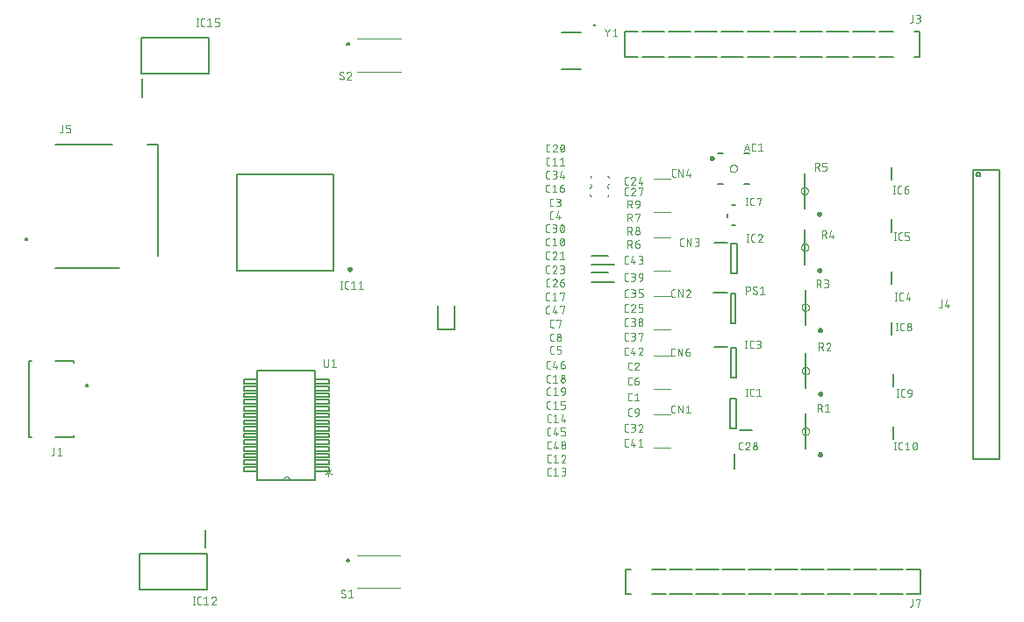
<source format=gbr>
G04 EAGLE Gerber RS-274X export*
G75*
%MOMM*%
%FSLAX34Y34*%
%LPD*%
%INSilkscreen Top*%
%IPPOS*%
%AMOC8*
5,1,8,0,0,1.08239X$1,22.5*%
G01*
%ADD10C,0.050000*%
%ADD11C,0.250000*%
%ADD12C,0.200000*%
%ADD13C,0.076200*%
%ADD14C,0.152400*%
%ADD15C,0.127000*%
%ADD16C,0.100000*%
%ADD17C,0.000000*%
%ADD18C,0.050800*%
%ADD19C,0.101600*%


D10*
X682273Y440479D02*
X682275Y440597D01*
X682281Y440715D01*
X682291Y440833D01*
X682305Y440950D01*
X682323Y441067D01*
X682345Y441184D01*
X682370Y441299D01*
X682400Y441413D01*
X682434Y441527D01*
X682471Y441639D01*
X682512Y441750D01*
X682557Y441859D01*
X682605Y441967D01*
X682657Y442073D01*
X682713Y442178D01*
X682772Y442280D01*
X682834Y442380D01*
X682900Y442478D01*
X682969Y442574D01*
X683042Y442668D01*
X683117Y442759D01*
X683196Y442847D01*
X683277Y442933D01*
X683362Y443016D01*
X683449Y443096D01*
X683538Y443173D01*
X683631Y443247D01*
X683725Y443317D01*
X683822Y443385D01*
X683922Y443449D01*
X684023Y443510D01*
X684126Y443567D01*
X684232Y443621D01*
X684339Y443672D01*
X684447Y443718D01*
X684557Y443761D01*
X684669Y443800D01*
X684782Y443836D01*
X684896Y443867D01*
X685011Y443895D01*
X685126Y443919D01*
X685243Y443939D01*
X685360Y443955D01*
X685478Y443967D01*
X685596Y443975D01*
X685714Y443979D01*
X685832Y443979D01*
X685950Y443975D01*
X686068Y443967D01*
X686186Y443955D01*
X686303Y443939D01*
X686420Y443919D01*
X686535Y443895D01*
X686650Y443867D01*
X686764Y443836D01*
X686877Y443800D01*
X686989Y443761D01*
X687099Y443718D01*
X687207Y443672D01*
X687314Y443621D01*
X687420Y443567D01*
X687523Y443510D01*
X687624Y443449D01*
X687724Y443385D01*
X687821Y443317D01*
X687915Y443247D01*
X688008Y443173D01*
X688097Y443096D01*
X688184Y443016D01*
X688269Y442933D01*
X688350Y442847D01*
X688429Y442759D01*
X688504Y442668D01*
X688577Y442574D01*
X688646Y442478D01*
X688712Y442380D01*
X688774Y442280D01*
X688833Y442178D01*
X688889Y442073D01*
X688941Y441967D01*
X688989Y441859D01*
X689034Y441750D01*
X689075Y441639D01*
X689112Y441527D01*
X689146Y441413D01*
X689176Y441299D01*
X689201Y441184D01*
X689223Y441067D01*
X689241Y440950D01*
X689255Y440833D01*
X689265Y440715D01*
X689271Y440597D01*
X689273Y440479D01*
X689271Y440361D01*
X689265Y440243D01*
X689255Y440125D01*
X689241Y440008D01*
X689223Y439891D01*
X689201Y439774D01*
X689176Y439659D01*
X689146Y439545D01*
X689112Y439431D01*
X689075Y439319D01*
X689034Y439208D01*
X688989Y439099D01*
X688941Y438991D01*
X688889Y438885D01*
X688833Y438780D01*
X688774Y438678D01*
X688712Y438578D01*
X688646Y438480D01*
X688577Y438384D01*
X688504Y438290D01*
X688429Y438199D01*
X688350Y438111D01*
X688269Y438025D01*
X688184Y437942D01*
X688097Y437862D01*
X688008Y437785D01*
X687915Y437711D01*
X687821Y437641D01*
X687724Y437573D01*
X687624Y437509D01*
X687523Y437448D01*
X687420Y437391D01*
X687314Y437337D01*
X687207Y437286D01*
X687099Y437240D01*
X686989Y437197D01*
X686877Y437158D01*
X686764Y437122D01*
X686650Y437091D01*
X686535Y437063D01*
X686420Y437039D01*
X686303Y437019D01*
X686186Y437003D01*
X686068Y436991D01*
X685950Y436983D01*
X685832Y436979D01*
X685714Y436979D01*
X685596Y436983D01*
X685478Y436991D01*
X685360Y437003D01*
X685243Y437019D01*
X685126Y437039D01*
X685011Y437063D01*
X684896Y437091D01*
X684782Y437122D01*
X684669Y437158D01*
X684557Y437197D01*
X684447Y437240D01*
X684339Y437286D01*
X684232Y437337D01*
X684126Y437391D01*
X684023Y437448D01*
X683922Y437509D01*
X683822Y437573D01*
X683725Y437641D01*
X683631Y437711D01*
X683538Y437785D01*
X683449Y437862D01*
X683362Y437942D01*
X683277Y438025D01*
X683196Y438111D01*
X683117Y438199D01*
X683042Y438290D01*
X682969Y438384D01*
X682900Y438480D01*
X682834Y438578D01*
X682772Y438678D01*
X682713Y438780D01*
X682657Y438885D01*
X682605Y438991D01*
X682557Y439099D01*
X682512Y439208D01*
X682471Y439319D01*
X682434Y439431D01*
X682400Y439545D01*
X682370Y439659D01*
X682345Y439774D01*
X682323Y439891D01*
X682305Y440008D01*
X682291Y440125D01*
X682281Y440243D01*
X682275Y440361D01*
X682273Y440479D01*
D11*
X663523Y450479D02*
X663525Y450549D01*
X663531Y450619D01*
X663541Y450688D01*
X663554Y450757D01*
X663572Y450825D01*
X663593Y450892D01*
X663618Y450957D01*
X663647Y451021D01*
X663679Y451084D01*
X663715Y451144D01*
X663754Y451202D01*
X663796Y451258D01*
X663841Y451312D01*
X663889Y451363D01*
X663940Y451411D01*
X663994Y451456D01*
X664050Y451498D01*
X664108Y451537D01*
X664168Y451573D01*
X664231Y451605D01*
X664295Y451634D01*
X664360Y451659D01*
X664427Y451680D01*
X664495Y451698D01*
X664564Y451711D01*
X664633Y451721D01*
X664703Y451727D01*
X664773Y451729D01*
X664843Y451727D01*
X664913Y451721D01*
X664982Y451711D01*
X665051Y451698D01*
X665119Y451680D01*
X665186Y451659D01*
X665251Y451634D01*
X665315Y451605D01*
X665378Y451573D01*
X665438Y451537D01*
X665496Y451498D01*
X665552Y451456D01*
X665606Y451411D01*
X665657Y451363D01*
X665705Y451312D01*
X665750Y451258D01*
X665792Y451202D01*
X665831Y451144D01*
X665867Y451084D01*
X665899Y451021D01*
X665928Y450957D01*
X665953Y450892D01*
X665974Y450825D01*
X665992Y450757D01*
X666005Y450688D01*
X666015Y450619D01*
X666021Y450549D01*
X666023Y450479D01*
X666021Y450409D01*
X666015Y450339D01*
X666005Y450270D01*
X665992Y450201D01*
X665974Y450133D01*
X665953Y450066D01*
X665928Y450001D01*
X665899Y449937D01*
X665867Y449874D01*
X665831Y449814D01*
X665792Y449756D01*
X665750Y449700D01*
X665705Y449646D01*
X665657Y449595D01*
X665606Y449547D01*
X665552Y449502D01*
X665496Y449460D01*
X665438Y449421D01*
X665378Y449385D01*
X665315Y449353D01*
X665251Y449324D01*
X665186Y449299D01*
X665119Y449278D01*
X665051Y449260D01*
X664982Y449247D01*
X664913Y449237D01*
X664843Y449231D01*
X664773Y449229D01*
X664703Y449231D01*
X664633Y449237D01*
X664564Y449247D01*
X664495Y449260D01*
X664427Y449278D01*
X664360Y449299D01*
X664295Y449324D01*
X664231Y449353D01*
X664168Y449385D01*
X664108Y449421D01*
X664050Y449460D01*
X663994Y449502D01*
X663940Y449547D01*
X663889Y449595D01*
X663841Y449646D01*
X663796Y449700D01*
X663754Y449756D01*
X663715Y449814D01*
X663679Y449874D01*
X663647Y449937D01*
X663618Y450001D01*
X663593Y450066D01*
X663572Y450133D01*
X663554Y450201D01*
X663541Y450270D01*
X663531Y450339D01*
X663525Y450409D01*
X663523Y450479D01*
D12*
X670773Y455479D02*
X675773Y455479D01*
X695773Y455479D02*
X700773Y455479D01*
X675773Y425479D02*
X670773Y425479D01*
X695773Y425479D02*
X700773Y425479D01*
D13*
X695866Y457434D02*
X698322Y464800D01*
X700777Y457434D01*
X700163Y459275D02*
X696480Y459275D01*
X705204Y457434D02*
X706841Y457434D01*
X705204Y457433D02*
X705126Y457435D01*
X705048Y457440D01*
X704971Y457450D01*
X704894Y457463D01*
X704818Y457479D01*
X704743Y457499D01*
X704669Y457523D01*
X704596Y457550D01*
X704524Y457581D01*
X704454Y457615D01*
X704386Y457652D01*
X704319Y457693D01*
X704254Y457737D01*
X704192Y457783D01*
X704132Y457833D01*
X704074Y457885D01*
X704019Y457940D01*
X703967Y457998D01*
X703917Y458058D01*
X703871Y458120D01*
X703827Y458185D01*
X703786Y458252D01*
X703749Y458320D01*
X703715Y458390D01*
X703684Y458462D01*
X703657Y458535D01*
X703633Y458609D01*
X703613Y458684D01*
X703597Y458760D01*
X703584Y458837D01*
X703574Y458914D01*
X703569Y458992D01*
X703567Y459070D01*
X703568Y459070D02*
X703568Y463163D01*
X703567Y463163D02*
X703569Y463243D01*
X703575Y463323D01*
X703585Y463403D01*
X703598Y463482D01*
X703616Y463561D01*
X703637Y463638D01*
X703663Y463714D01*
X703692Y463789D01*
X703724Y463863D01*
X703760Y463935D01*
X703800Y464005D01*
X703843Y464072D01*
X703889Y464138D01*
X703939Y464201D01*
X703991Y464262D01*
X704046Y464321D01*
X704105Y464376D01*
X704165Y464428D01*
X704229Y464478D01*
X704295Y464524D01*
X704362Y464567D01*
X704432Y464607D01*
X704504Y464643D01*
X704578Y464675D01*
X704652Y464704D01*
X704729Y464730D01*
X704806Y464751D01*
X704885Y464769D01*
X704964Y464782D01*
X705044Y464792D01*
X705124Y464798D01*
X705204Y464800D01*
X706841Y464800D01*
X709687Y463163D02*
X711733Y464800D01*
X711733Y457434D01*
X709687Y457434D02*
X713779Y457434D01*
X587500Y216061D02*
X585863Y216061D01*
X585863Y216060D02*
X585785Y216062D01*
X585707Y216067D01*
X585630Y216077D01*
X585553Y216090D01*
X585477Y216106D01*
X585402Y216126D01*
X585328Y216150D01*
X585255Y216177D01*
X585183Y216208D01*
X585113Y216242D01*
X585045Y216279D01*
X584978Y216320D01*
X584913Y216364D01*
X584851Y216410D01*
X584791Y216460D01*
X584733Y216512D01*
X584678Y216567D01*
X584626Y216625D01*
X584576Y216685D01*
X584530Y216747D01*
X584486Y216812D01*
X584445Y216879D01*
X584408Y216947D01*
X584374Y217017D01*
X584343Y217089D01*
X584316Y217162D01*
X584292Y217236D01*
X584272Y217311D01*
X584256Y217387D01*
X584243Y217464D01*
X584233Y217541D01*
X584228Y217619D01*
X584226Y217697D01*
X584226Y221790D01*
X584228Y221870D01*
X584234Y221950D01*
X584244Y222030D01*
X584257Y222109D01*
X584275Y222188D01*
X584296Y222265D01*
X584322Y222341D01*
X584351Y222416D01*
X584383Y222490D01*
X584419Y222562D01*
X584459Y222632D01*
X584502Y222699D01*
X584548Y222765D01*
X584598Y222828D01*
X584650Y222889D01*
X584705Y222948D01*
X584764Y223003D01*
X584824Y223055D01*
X584888Y223105D01*
X584954Y223151D01*
X585021Y223194D01*
X585091Y223234D01*
X585163Y223270D01*
X585237Y223302D01*
X585311Y223331D01*
X585388Y223357D01*
X585465Y223378D01*
X585544Y223396D01*
X585623Y223409D01*
X585703Y223419D01*
X585783Y223425D01*
X585863Y223427D01*
X587500Y223427D01*
X590345Y221790D02*
X592391Y223427D01*
X592391Y216061D01*
X590345Y216061D02*
X594437Y216061D01*
X508258Y365974D02*
X506621Y365974D01*
X506543Y365976D01*
X506465Y365981D01*
X506388Y365991D01*
X506311Y366004D01*
X506235Y366020D01*
X506160Y366040D01*
X506086Y366064D01*
X506013Y366091D01*
X505941Y366122D01*
X505871Y366156D01*
X505803Y366193D01*
X505736Y366234D01*
X505671Y366278D01*
X505609Y366324D01*
X505549Y366374D01*
X505491Y366426D01*
X505436Y366481D01*
X505384Y366539D01*
X505334Y366599D01*
X505288Y366661D01*
X505244Y366726D01*
X505203Y366793D01*
X505166Y366861D01*
X505132Y366931D01*
X505101Y367003D01*
X505074Y367076D01*
X505050Y367150D01*
X505030Y367225D01*
X505014Y367301D01*
X505001Y367378D01*
X504991Y367455D01*
X504986Y367533D01*
X504984Y367611D01*
X504984Y371703D01*
X504986Y371783D01*
X504992Y371863D01*
X505002Y371943D01*
X505015Y372022D01*
X505033Y372101D01*
X505054Y372178D01*
X505080Y372254D01*
X505109Y372329D01*
X505141Y372403D01*
X505177Y372475D01*
X505217Y372545D01*
X505260Y372612D01*
X505306Y372678D01*
X505356Y372741D01*
X505408Y372802D01*
X505463Y372861D01*
X505522Y372916D01*
X505582Y372968D01*
X505646Y373018D01*
X505712Y373064D01*
X505779Y373107D01*
X505849Y373147D01*
X505921Y373183D01*
X505995Y373215D01*
X506069Y373244D01*
X506146Y373270D01*
X506223Y373291D01*
X506302Y373309D01*
X506381Y373322D01*
X506461Y373332D01*
X506541Y373338D01*
X506621Y373340D01*
X508258Y373340D01*
X511103Y371703D02*
X513149Y373340D01*
X513149Y365974D01*
X511103Y365974D02*
X515196Y365974D01*
X518419Y369657D02*
X518421Y369810D01*
X518427Y369963D01*
X518436Y370115D01*
X518450Y370268D01*
X518467Y370420D01*
X518488Y370571D01*
X518513Y370722D01*
X518542Y370872D01*
X518574Y371022D01*
X518611Y371170D01*
X518651Y371318D01*
X518694Y371465D01*
X518742Y371610D01*
X518793Y371754D01*
X518847Y371897D01*
X518906Y372039D01*
X518967Y372178D01*
X519033Y372317D01*
X519059Y372387D01*
X519089Y372457D01*
X519122Y372524D01*
X519158Y372590D01*
X519197Y372654D01*
X519240Y372716D01*
X519286Y372775D01*
X519334Y372833D01*
X519385Y372887D01*
X519439Y372940D01*
X519496Y372989D01*
X519555Y373036D01*
X519616Y373079D01*
X519679Y373120D01*
X519744Y373157D01*
X519811Y373192D01*
X519880Y373222D01*
X519950Y373250D01*
X520021Y373273D01*
X520093Y373294D01*
X520166Y373310D01*
X520240Y373323D01*
X520315Y373333D01*
X520390Y373338D01*
X520465Y373340D01*
X520540Y373338D01*
X520615Y373333D01*
X520690Y373323D01*
X520764Y373310D01*
X520837Y373294D01*
X520909Y373273D01*
X520980Y373250D01*
X521050Y373222D01*
X521119Y373192D01*
X521186Y373157D01*
X521251Y373120D01*
X521314Y373079D01*
X521375Y373036D01*
X521434Y372989D01*
X521491Y372940D01*
X521545Y372887D01*
X521596Y372833D01*
X521645Y372775D01*
X521690Y372716D01*
X521733Y372654D01*
X521772Y372590D01*
X521809Y372524D01*
X521841Y372456D01*
X521871Y372387D01*
X521897Y372317D01*
X521962Y372179D01*
X522024Y372039D01*
X522082Y371897D01*
X522137Y371754D01*
X522188Y371610D01*
X522236Y371465D01*
X522279Y371318D01*
X522319Y371171D01*
X522356Y371022D01*
X522388Y370872D01*
X522417Y370722D01*
X522442Y370571D01*
X522463Y370420D01*
X522480Y370268D01*
X522494Y370115D01*
X522503Y369963D01*
X522509Y369810D01*
X522511Y369657D01*
X518418Y369657D02*
X518420Y369504D01*
X518426Y369351D01*
X518435Y369198D01*
X518449Y369046D01*
X518466Y368894D01*
X518487Y368743D01*
X518512Y368592D01*
X518541Y368441D01*
X518573Y368292D01*
X518610Y368143D01*
X518650Y367996D01*
X518693Y367849D01*
X518741Y367704D01*
X518792Y367559D01*
X518847Y367417D01*
X518905Y367275D01*
X518967Y367135D01*
X519032Y366997D01*
X519033Y366997D02*
X519059Y366926D01*
X519089Y366857D01*
X519122Y366790D01*
X519158Y366724D01*
X519197Y366660D01*
X519240Y366598D01*
X519286Y366539D01*
X519334Y366481D01*
X519385Y366427D01*
X519439Y366374D01*
X519496Y366325D01*
X519555Y366278D01*
X519616Y366235D01*
X519679Y366194D01*
X519744Y366157D01*
X519811Y366122D01*
X519880Y366092D01*
X519950Y366064D01*
X520021Y366041D01*
X520093Y366020D01*
X520166Y366004D01*
X520240Y365991D01*
X520315Y365981D01*
X520390Y365976D01*
X520465Y365974D01*
X521897Y366997D02*
X521962Y367135D01*
X522024Y367275D01*
X522082Y367417D01*
X522137Y367560D01*
X522188Y367704D01*
X522236Y367849D01*
X522279Y367996D01*
X522319Y368144D01*
X522356Y368292D01*
X522388Y368442D01*
X522417Y368592D01*
X522442Y368743D01*
X522463Y368894D01*
X522480Y369046D01*
X522494Y369199D01*
X522503Y369351D01*
X522509Y369504D01*
X522511Y369657D01*
X521897Y366997D02*
X521871Y366927D01*
X521841Y366857D01*
X521809Y366790D01*
X521772Y366724D01*
X521733Y366660D01*
X521690Y366598D01*
X521644Y366539D01*
X521596Y366481D01*
X521545Y366427D01*
X521491Y366374D01*
X521434Y366325D01*
X521375Y366278D01*
X521314Y366235D01*
X521251Y366194D01*
X521186Y366157D01*
X521119Y366122D01*
X521050Y366092D01*
X520980Y366064D01*
X520909Y366041D01*
X520837Y366020D01*
X520764Y366004D01*
X520690Y365991D01*
X520615Y365981D01*
X520540Y365976D01*
X520465Y365974D01*
X518828Y367611D02*
X522102Y371703D01*
X508258Y365974D02*
X506621Y365974D01*
X506543Y365976D01*
X506465Y365981D01*
X506388Y365991D01*
X506311Y366004D01*
X506235Y366020D01*
X506160Y366040D01*
X506086Y366064D01*
X506013Y366091D01*
X505941Y366122D01*
X505871Y366156D01*
X505803Y366193D01*
X505736Y366234D01*
X505671Y366278D01*
X505609Y366324D01*
X505549Y366374D01*
X505491Y366426D01*
X505436Y366481D01*
X505384Y366539D01*
X505334Y366599D01*
X505288Y366661D01*
X505244Y366726D01*
X505203Y366793D01*
X505166Y366861D01*
X505132Y366931D01*
X505101Y367003D01*
X505074Y367076D01*
X505050Y367150D01*
X505030Y367225D01*
X505014Y367301D01*
X505001Y367378D01*
X504991Y367455D01*
X504986Y367533D01*
X504984Y367611D01*
X504984Y371703D01*
X504986Y371783D01*
X504992Y371863D01*
X505002Y371943D01*
X505015Y372022D01*
X505033Y372101D01*
X505054Y372178D01*
X505080Y372254D01*
X505109Y372329D01*
X505141Y372403D01*
X505177Y372475D01*
X505217Y372545D01*
X505260Y372612D01*
X505306Y372678D01*
X505356Y372741D01*
X505408Y372802D01*
X505463Y372861D01*
X505522Y372916D01*
X505582Y372968D01*
X505646Y373018D01*
X505712Y373064D01*
X505779Y373107D01*
X505849Y373147D01*
X505921Y373183D01*
X505995Y373215D01*
X506069Y373244D01*
X506146Y373270D01*
X506223Y373291D01*
X506302Y373309D01*
X506381Y373322D01*
X506461Y373332D01*
X506541Y373338D01*
X506621Y373340D01*
X508258Y373340D01*
X511103Y371703D02*
X513149Y373340D01*
X513149Y365974D01*
X511103Y365974D02*
X515196Y365974D01*
X518419Y369657D02*
X518421Y369810D01*
X518427Y369963D01*
X518436Y370115D01*
X518450Y370268D01*
X518467Y370420D01*
X518488Y370571D01*
X518513Y370722D01*
X518542Y370872D01*
X518574Y371022D01*
X518611Y371170D01*
X518651Y371318D01*
X518694Y371465D01*
X518742Y371610D01*
X518793Y371754D01*
X518847Y371897D01*
X518906Y372039D01*
X518967Y372178D01*
X519033Y372317D01*
X519059Y372387D01*
X519089Y372457D01*
X519122Y372524D01*
X519158Y372590D01*
X519197Y372654D01*
X519240Y372716D01*
X519286Y372775D01*
X519334Y372833D01*
X519385Y372887D01*
X519439Y372940D01*
X519496Y372989D01*
X519555Y373036D01*
X519616Y373079D01*
X519679Y373120D01*
X519744Y373157D01*
X519811Y373192D01*
X519880Y373222D01*
X519950Y373250D01*
X520021Y373273D01*
X520093Y373294D01*
X520166Y373310D01*
X520240Y373323D01*
X520315Y373333D01*
X520390Y373338D01*
X520465Y373340D01*
X520540Y373338D01*
X520615Y373333D01*
X520690Y373323D01*
X520764Y373310D01*
X520837Y373294D01*
X520909Y373273D01*
X520980Y373250D01*
X521050Y373222D01*
X521119Y373192D01*
X521186Y373157D01*
X521251Y373120D01*
X521314Y373079D01*
X521375Y373036D01*
X521434Y372989D01*
X521491Y372940D01*
X521545Y372887D01*
X521596Y372833D01*
X521645Y372775D01*
X521690Y372716D01*
X521733Y372654D01*
X521772Y372590D01*
X521809Y372524D01*
X521841Y372456D01*
X521871Y372387D01*
X521897Y372317D01*
X521962Y372179D01*
X522024Y372039D01*
X522082Y371897D01*
X522137Y371754D01*
X522188Y371610D01*
X522236Y371465D01*
X522279Y371318D01*
X522319Y371171D01*
X522356Y371022D01*
X522388Y370872D01*
X522417Y370722D01*
X522442Y370571D01*
X522463Y370420D01*
X522480Y370268D01*
X522494Y370115D01*
X522503Y369963D01*
X522509Y369810D01*
X522511Y369657D01*
X518418Y369657D02*
X518420Y369504D01*
X518426Y369351D01*
X518435Y369198D01*
X518449Y369046D01*
X518466Y368894D01*
X518487Y368743D01*
X518512Y368592D01*
X518541Y368441D01*
X518573Y368292D01*
X518610Y368143D01*
X518650Y367996D01*
X518693Y367849D01*
X518741Y367704D01*
X518792Y367559D01*
X518847Y367417D01*
X518905Y367275D01*
X518967Y367135D01*
X519032Y366997D01*
X519033Y366997D02*
X519059Y366926D01*
X519089Y366857D01*
X519122Y366790D01*
X519158Y366724D01*
X519197Y366660D01*
X519240Y366598D01*
X519286Y366539D01*
X519334Y366481D01*
X519385Y366427D01*
X519439Y366374D01*
X519496Y366325D01*
X519555Y366278D01*
X519616Y366235D01*
X519679Y366194D01*
X519744Y366157D01*
X519811Y366122D01*
X519880Y366092D01*
X519950Y366064D01*
X520021Y366041D01*
X520093Y366020D01*
X520166Y366004D01*
X520240Y365991D01*
X520315Y365981D01*
X520390Y365976D01*
X520465Y365974D01*
X521897Y366997D02*
X521962Y367135D01*
X522024Y367275D01*
X522082Y367417D01*
X522137Y367560D01*
X522188Y367704D01*
X522236Y367849D01*
X522279Y367996D01*
X522319Y368144D01*
X522356Y368292D01*
X522388Y368442D01*
X522417Y368592D01*
X522442Y368743D01*
X522463Y368894D01*
X522480Y369046D01*
X522494Y369199D01*
X522503Y369351D01*
X522509Y369504D01*
X522511Y369657D01*
X521897Y366997D02*
X521871Y366927D01*
X521841Y366857D01*
X521809Y366790D01*
X521772Y366724D01*
X521733Y366660D01*
X521690Y366598D01*
X521644Y366539D01*
X521596Y366481D01*
X521545Y366427D01*
X521491Y366374D01*
X521434Y366325D01*
X521375Y366278D01*
X521314Y366235D01*
X521251Y366194D01*
X521186Y366157D01*
X521119Y366122D01*
X521050Y366092D01*
X520980Y366064D01*
X520909Y366041D01*
X520837Y366020D01*
X520764Y366004D01*
X520690Y365991D01*
X520615Y365981D01*
X520540Y365976D01*
X520465Y365974D01*
X518828Y367611D02*
X522102Y371703D01*
X508258Y365974D02*
X506621Y365974D01*
X506543Y365976D01*
X506465Y365981D01*
X506388Y365991D01*
X506311Y366004D01*
X506235Y366020D01*
X506160Y366040D01*
X506086Y366064D01*
X506013Y366091D01*
X505941Y366122D01*
X505871Y366156D01*
X505803Y366193D01*
X505736Y366234D01*
X505671Y366278D01*
X505609Y366324D01*
X505549Y366374D01*
X505491Y366426D01*
X505436Y366481D01*
X505384Y366539D01*
X505334Y366599D01*
X505288Y366661D01*
X505244Y366726D01*
X505203Y366793D01*
X505166Y366861D01*
X505132Y366931D01*
X505101Y367003D01*
X505074Y367076D01*
X505050Y367150D01*
X505030Y367225D01*
X505014Y367301D01*
X505001Y367378D01*
X504991Y367455D01*
X504986Y367533D01*
X504984Y367611D01*
X504984Y371703D01*
X504986Y371783D01*
X504992Y371863D01*
X505002Y371943D01*
X505015Y372022D01*
X505033Y372101D01*
X505054Y372178D01*
X505080Y372254D01*
X505109Y372329D01*
X505141Y372403D01*
X505177Y372475D01*
X505217Y372545D01*
X505260Y372612D01*
X505306Y372678D01*
X505356Y372741D01*
X505408Y372802D01*
X505463Y372861D01*
X505522Y372916D01*
X505582Y372968D01*
X505646Y373018D01*
X505712Y373064D01*
X505779Y373107D01*
X505849Y373147D01*
X505921Y373183D01*
X505995Y373215D01*
X506069Y373244D01*
X506146Y373270D01*
X506223Y373291D01*
X506302Y373309D01*
X506381Y373322D01*
X506461Y373332D01*
X506541Y373338D01*
X506621Y373340D01*
X508258Y373340D01*
X511103Y371703D02*
X513149Y373340D01*
X513149Y365974D01*
X511103Y365974D02*
X515196Y365974D01*
X518419Y369657D02*
X518421Y369810D01*
X518427Y369963D01*
X518436Y370115D01*
X518450Y370268D01*
X518467Y370420D01*
X518488Y370571D01*
X518513Y370722D01*
X518542Y370872D01*
X518574Y371022D01*
X518611Y371170D01*
X518651Y371318D01*
X518694Y371465D01*
X518742Y371610D01*
X518793Y371754D01*
X518847Y371897D01*
X518906Y372039D01*
X518967Y372178D01*
X519033Y372317D01*
X519059Y372387D01*
X519089Y372457D01*
X519122Y372524D01*
X519158Y372590D01*
X519197Y372654D01*
X519240Y372716D01*
X519286Y372775D01*
X519334Y372833D01*
X519385Y372887D01*
X519439Y372940D01*
X519496Y372989D01*
X519555Y373036D01*
X519616Y373079D01*
X519679Y373120D01*
X519744Y373157D01*
X519811Y373192D01*
X519880Y373222D01*
X519950Y373250D01*
X520021Y373273D01*
X520093Y373294D01*
X520166Y373310D01*
X520240Y373323D01*
X520315Y373333D01*
X520390Y373338D01*
X520465Y373340D01*
X520540Y373338D01*
X520615Y373333D01*
X520690Y373323D01*
X520764Y373310D01*
X520837Y373294D01*
X520909Y373273D01*
X520980Y373250D01*
X521050Y373222D01*
X521119Y373192D01*
X521186Y373157D01*
X521251Y373120D01*
X521314Y373079D01*
X521375Y373036D01*
X521434Y372989D01*
X521491Y372940D01*
X521545Y372887D01*
X521596Y372833D01*
X521645Y372775D01*
X521690Y372716D01*
X521733Y372654D01*
X521772Y372590D01*
X521809Y372524D01*
X521841Y372456D01*
X521871Y372387D01*
X521897Y372317D01*
X521962Y372179D01*
X522024Y372039D01*
X522082Y371897D01*
X522137Y371754D01*
X522188Y371610D01*
X522236Y371465D01*
X522279Y371318D01*
X522319Y371171D01*
X522356Y371022D01*
X522388Y370872D01*
X522417Y370722D01*
X522442Y370571D01*
X522463Y370420D01*
X522480Y370268D01*
X522494Y370115D01*
X522503Y369963D01*
X522509Y369810D01*
X522511Y369657D01*
X518418Y369657D02*
X518420Y369504D01*
X518426Y369351D01*
X518435Y369198D01*
X518449Y369046D01*
X518466Y368894D01*
X518487Y368743D01*
X518512Y368592D01*
X518541Y368441D01*
X518573Y368292D01*
X518610Y368143D01*
X518650Y367996D01*
X518693Y367849D01*
X518741Y367704D01*
X518792Y367559D01*
X518847Y367417D01*
X518905Y367275D01*
X518967Y367135D01*
X519032Y366997D01*
X519033Y366997D02*
X519059Y366926D01*
X519089Y366857D01*
X519122Y366790D01*
X519158Y366724D01*
X519197Y366660D01*
X519240Y366598D01*
X519286Y366539D01*
X519334Y366481D01*
X519385Y366427D01*
X519439Y366374D01*
X519496Y366325D01*
X519555Y366278D01*
X519616Y366235D01*
X519679Y366194D01*
X519744Y366157D01*
X519811Y366122D01*
X519880Y366092D01*
X519950Y366064D01*
X520021Y366041D01*
X520093Y366020D01*
X520166Y366004D01*
X520240Y365991D01*
X520315Y365981D01*
X520390Y365976D01*
X520465Y365974D01*
X521897Y366997D02*
X521962Y367135D01*
X522024Y367275D01*
X522082Y367417D01*
X522137Y367560D01*
X522188Y367704D01*
X522236Y367849D01*
X522279Y367996D01*
X522319Y368144D01*
X522356Y368292D01*
X522388Y368442D01*
X522417Y368592D01*
X522442Y368743D01*
X522463Y368894D01*
X522480Y369046D01*
X522494Y369199D01*
X522503Y369351D01*
X522509Y369504D01*
X522511Y369657D01*
X521897Y366997D02*
X521871Y366927D01*
X521841Y366857D01*
X521809Y366790D01*
X521772Y366724D01*
X521733Y366660D01*
X521690Y366598D01*
X521644Y366539D01*
X521596Y366481D01*
X521545Y366427D01*
X521491Y366374D01*
X521434Y366325D01*
X521375Y366278D01*
X521314Y366235D01*
X521251Y366194D01*
X521186Y366157D01*
X521119Y366122D01*
X521050Y366092D01*
X520980Y366064D01*
X520909Y366041D01*
X520837Y366020D01*
X520764Y366004D01*
X520690Y365991D01*
X520615Y365981D01*
X520540Y365976D01*
X520465Y365974D01*
X518828Y367611D02*
X522102Y371703D01*
X508258Y365974D02*
X506621Y365974D01*
X506543Y365976D01*
X506465Y365981D01*
X506388Y365991D01*
X506311Y366004D01*
X506235Y366020D01*
X506160Y366040D01*
X506086Y366064D01*
X506013Y366091D01*
X505941Y366122D01*
X505871Y366156D01*
X505803Y366193D01*
X505736Y366234D01*
X505671Y366278D01*
X505609Y366324D01*
X505549Y366374D01*
X505491Y366426D01*
X505436Y366481D01*
X505384Y366539D01*
X505334Y366599D01*
X505288Y366661D01*
X505244Y366726D01*
X505203Y366793D01*
X505166Y366861D01*
X505132Y366931D01*
X505101Y367003D01*
X505074Y367076D01*
X505050Y367150D01*
X505030Y367225D01*
X505014Y367301D01*
X505001Y367378D01*
X504991Y367455D01*
X504986Y367533D01*
X504984Y367611D01*
X504984Y371703D01*
X504986Y371783D01*
X504992Y371863D01*
X505002Y371943D01*
X505015Y372022D01*
X505033Y372101D01*
X505054Y372178D01*
X505080Y372254D01*
X505109Y372329D01*
X505141Y372403D01*
X505177Y372475D01*
X505217Y372545D01*
X505260Y372612D01*
X505306Y372678D01*
X505356Y372741D01*
X505408Y372802D01*
X505463Y372861D01*
X505522Y372916D01*
X505582Y372968D01*
X505646Y373018D01*
X505712Y373064D01*
X505779Y373107D01*
X505849Y373147D01*
X505921Y373183D01*
X505995Y373215D01*
X506069Y373244D01*
X506146Y373270D01*
X506223Y373291D01*
X506302Y373309D01*
X506381Y373322D01*
X506461Y373332D01*
X506541Y373338D01*
X506621Y373340D01*
X508258Y373340D01*
X511103Y371703D02*
X513149Y373340D01*
X513149Y365974D01*
X511103Y365974D02*
X515196Y365974D01*
X518419Y369657D02*
X518421Y369810D01*
X518427Y369963D01*
X518436Y370115D01*
X518450Y370268D01*
X518467Y370420D01*
X518488Y370571D01*
X518513Y370722D01*
X518542Y370872D01*
X518574Y371022D01*
X518611Y371170D01*
X518651Y371318D01*
X518694Y371465D01*
X518742Y371610D01*
X518793Y371754D01*
X518847Y371897D01*
X518906Y372039D01*
X518967Y372178D01*
X519033Y372317D01*
X519059Y372387D01*
X519089Y372457D01*
X519122Y372524D01*
X519158Y372590D01*
X519197Y372654D01*
X519240Y372716D01*
X519286Y372775D01*
X519334Y372833D01*
X519385Y372887D01*
X519439Y372940D01*
X519496Y372989D01*
X519555Y373036D01*
X519616Y373079D01*
X519679Y373120D01*
X519744Y373157D01*
X519811Y373192D01*
X519880Y373222D01*
X519950Y373250D01*
X520021Y373273D01*
X520093Y373294D01*
X520166Y373310D01*
X520240Y373323D01*
X520315Y373333D01*
X520390Y373338D01*
X520465Y373340D01*
X520540Y373338D01*
X520615Y373333D01*
X520690Y373323D01*
X520764Y373310D01*
X520837Y373294D01*
X520909Y373273D01*
X520980Y373250D01*
X521050Y373222D01*
X521119Y373192D01*
X521186Y373157D01*
X521251Y373120D01*
X521314Y373079D01*
X521375Y373036D01*
X521434Y372989D01*
X521491Y372940D01*
X521545Y372887D01*
X521596Y372833D01*
X521645Y372775D01*
X521690Y372716D01*
X521733Y372654D01*
X521772Y372590D01*
X521809Y372524D01*
X521841Y372456D01*
X521871Y372387D01*
X521897Y372317D01*
X521962Y372179D01*
X522024Y372039D01*
X522082Y371897D01*
X522137Y371754D01*
X522188Y371610D01*
X522236Y371465D01*
X522279Y371318D01*
X522319Y371171D01*
X522356Y371022D01*
X522388Y370872D01*
X522417Y370722D01*
X522442Y370571D01*
X522463Y370420D01*
X522480Y370268D01*
X522494Y370115D01*
X522503Y369963D01*
X522509Y369810D01*
X522511Y369657D01*
X518418Y369657D02*
X518420Y369504D01*
X518426Y369351D01*
X518435Y369198D01*
X518449Y369046D01*
X518466Y368894D01*
X518487Y368743D01*
X518512Y368592D01*
X518541Y368441D01*
X518573Y368292D01*
X518610Y368143D01*
X518650Y367996D01*
X518693Y367849D01*
X518741Y367704D01*
X518792Y367559D01*
X518847Y367417D01*
X518905Y367275D01*
X518967Y367135D01*
X519032Y366997D01*
X519033Y366997D02*
X519059Y366926D01*
X519089Y366857D01*
X519122Y366790D01*
X519158Y366724D01*
X519197Y366660D01*
X519240Y366598D01*
X519286Y366539D01*
X519334Y366481D01*
X519385Y366427D01*
X519439Y366374D01*
X519496Y366325D01*
X519555Y366278D01*
X519616Y366235D01*
X519679Y366194D01*
X519744Y366157D01*
X519811Y366122D01*
X519880Y366092D01*
X519950Y366064D01*
X520021Y366041D01*
X520093Y366020D01*
X520166Y366004D01*
X520240Y365991D01*
X520315Y365981D01*
X520390Y365976D01*
X520465Y365974D01*
X521897Y366997D02*
X521962Y367135D01*
X522024Y367275D01*
X522082Y367417D01*
X522137Y367560D01*
X522188Y367704D01*
X522236Y367849D01*
X522279Y367996D01*
X522319Y368144D01*
X522356Y368292D01*
X522388Y368442D01*
X522417Y368592D01*
X522442Y368743D01*
X522463Y368894D01*
X522480Y369046D01*
X522494Y369199D01*
X522503Y369351D01*
X522509Y369504D01*
X522511Y369657D01*
X521897Y366997D02*
X521871Y366927D01*
X521841Y366857D01*
X521809Y366790D01*
X521772Y366724D01*
X521733Y366660D01*
X521690Y366598D01*
X521644Y366539D01*
X521596Y366481D01*
X521545Y366427D01*
X521491Y366374D01*
X521434Y366325D01*
X521375Y366278D01*
X521314Y366235D01*
X521251Y366194D01*
X521186Y366157D01*
X521119Y366122D01*
X521050Y366092D01*
X520980Y366064D01*
X520909Y366041D01*
X520837Y366020D01*
X520764Y366004D01*
X520690Y365991D01*
X520615Y365981D01*
X520540Y365976D01*
X520465Y365974D01*
X518828Y367611D02*
X522102Y371703D01*
X508258Y365974D02*
X506621Y365974D01*
X506543Y365976D01*
X506465Y365981D01*
X506388Y365991D01*
X506311Y366004D01*
X506235Y366020D01*
X506160Y366040D01*
X506086Y366064D01*
X506013Y366091D01*
X505941Y366122D01*
X505871Y366156D01*
X505803Y366193D01*
X505736Y366234D01*
X505671Y366278D01*
X505609Y366324D01*
X505549Y366374D01*
X505491Y366426D01*
X505436Y366481D01*
X505384Y366539D01*
X505334Y366599D01*
X505288Y366661D01*
X505244Y366726D01*
X505203Y366793D01*
X505166Y366861D01*
X505132Y366931D01*
X505101Y367003D01*
X505074Y367076D01*
X505050Y367150D01*
X505030Y367225D01*
X505014Y367301D01*
X505001Y367378D01*
X504991Y367455D01*
X504986Y367533D01*
X504984Y367611D01*
X504984Y371703D01*
X504986Y371783D01*
X504992Y371863D01*
X505002Y371943D01*
X505015Y372022D01*
X505033Y372101D01*
X505054Y372178D01*
X505080Y372254D01*
X505109Y372329D01*
X505141Y372403D01*
X505177Y372475D01*
X505217Y372545D01*
X505260Y372612D01*
X505306Y372678D01*
X505356Y372741D01*
X505408Y372802D01*
X505463Y372861D01*
X505522Y372916D01*
X505582Y372968D01*
X505646Y373018D01*
X505712Y373064D01*
X505779Y373107D01*
X505849Y373147D01*
X505921Y373183D01*
X505995Y373215D01*
X506069Y373244D01*
X506146Y373270D01*
X506223Y373291D01*
X506302Y373309D01*
X506381Y373322D01*
X506461Y373332D01*
X506541Y373338D01*
X506621Y373340D01*
X508258Y373340D01*
X511103Y371703D02*
X513149Y373340D01*
X513149Y365974D01*
X511103Y365974D02*
X515196Y365974D01*
X518419Y369657D02*
X518421Y369810D01*
X518427Y369963D01*
X518436Y370115D01*
X518450Y370268D01*
X518467Y370420D01*
X518488Y370571D01*
X518513Y370722D01*
X518542Y370872D01*
X518574Y371022D01*
X518611Y371170D01*
X518651Y371318D01*
X518694Y371465D01*
X518742Y371610D01*
X518793Y371754D01*
X518847Y371897D01*
X518906Y372039D01*
X518967Y372178D01*
X519033Y372317D01*
X519059Y372387D01*
X519089Y372457D01*
X519122Y372524D01*
X519158Y372590D01*
X519197Y372654D01*
X519240Y372716D01*
X519286Y372775D01*
X519334Y372833D01*
X519385Y372887D01*
X519439Y372940D01*
X519496Y372989D01*
X519555Y373036D01*
X519616Y373079D01*
X519679Y373120D01*
X519744Y373157D01*
X519811Y373192D01*
X519880Y373222D01*
X519950Y373250D01*
X520021Y373273D01*
X520093Y373294D01*
X520166Y373310D01*
X520240Y373323D01*
X520315Y373333D01*
X520390Y373338D01*
X520465Y373340D01*
X520540Y373338D01*
X520615Y373333D01*
X520690Y373323D01*
X520764Y373310D01*
X520837Y373294D01*
X520909Y373273D01*
X520980Y373250D01*
X521050Y373222D01*
X521119Y373192D01*
X521186Y373157D01*
X521251Y373120D01*
X521314Y373079D01*
X521375Y373036D01*
X521434Y372989D01*
X521491Y372940D01*
X521545Y372887D01*
X521596Y372833D01*
X521645Y372775D01*
X521690Y372716D01*
X521733Y372654D01*
X521772Y372590D01*
X521809Y372524D01*
X521841Y372456D01*
X521871Y372387D01*
X521897Y372317D01*
X521962Y372179D01*
X522024Y372039D01*
X522082Y371897D01*
X522137Y371754D01*
X522188Y371610D01*
X522236Y371465D01*
X522279Y371318D01*
X522319Y371171D01*
X522356Y371022D01*
X522388Y370872D01*
X522417Y370722D01*
X522442Y370571D01*
X522463Y370420D01*
X522480Y370268D01*
X522494Y370115D01*
X522503Y369963D01*
X522509Y369810D01*
X522511Y369657D01*
X518418Y369657D02*
X518420Y369504D01*
X518426Y369351D01*
X518435Y369198D01*
X518449Y369046D01*
X518466Y368894D01*
X518487Y368743D01*
X518512Y368592D01*
X518541Y368441D01*
X518573Y368292D01*
X518610Y368143D01*
X518650Y367996D01*
X518693Y367849D01*
X518741Y367704D01*
X518792Y367559D01*
X518847Y367417D01*
X518905Y367275D01*
X518967Y367135D01*
X519032Y366997D01*
X519033Y366997D02*
X519059Y366926D01*
X519089Y366857D01*
X519122Y366790D01*
X519158Y366724D01*
X519197Y366660D01*
X519240Y366598D01*
X519286Y366539D01*
X519334Y366481D01*
X519385Y366427D01*
X519439Y366374D01*
X519496Y366325D01*
X519555Y366278D01*
X519616Y366235D01*
X519679Y366194D01*
X519744Y366157D01*
X519811Y366122D01*
X519880Y366092D01*
X519950Y366064D01*
X520021Y366041D01*
X520093Y366020D01*
X520166Y366004D01*
X520240Y365991D01*
X520315Y365981D01*
X520390Y365976D01*
X520465Y365974D01*
X521897Y366997D02*
X521962Y367135D01*
X522024Y367275D01*
X522082Y367417D01*
X522137Y367560D01*
X522188Y367704D01*
X522236Y367849D01*
X522279Y367996D01*
X522319Y368144D01*
X522356Y368292D01*
X522388Y368442D01*
X522417Y368592D01*
X522442Y368743D01*
X522463Y368894D01*
X522480Y369046D01*
X522494Y369199D01*
X522503Y369351D01*
X522509Y369504D01*
X522511Y369657D01*
X521897Y366997D02*
X521871Y366927D01*
X521841Y366857D01*
X521809Y366790D01*
X521772Y366724D01*
X521733Y366660D01*
X521690Y366598D01*
X521644Y366539D01*
X521596Y366481D01*
X521545Y366427D01*
X521491Y366374D01*
X521434Y366325D01*
X521375Y366278D01*
X521314Y366235D01*
X521251Y366194D01*
X521186Y366157D01*
X521119Y366122D01*
X521050Y366092D01*
X520980Y366064D01*
X520909Y366041D01*
X520837Y366020D01*
X520764Y366004D01*
X520690Y365991D01*
X520615Y365981D01*
X520540Y365976D01*
X520465Y365974D01*
X518828Y367611D02*
X522102Y371703D01*
X508374Y443527D02*
X506737Y443527D01*
X506659Y443529D01*
X506581Y443534D01*
X506504Y443544D01*
X506427Y443557D01*
X506351Y443573D01*
X506276Y443593D01*
X506202Y443617D01*
X506129Y443644D01*
X506057Y443675D01*
X505987Y443709D01*
X505919Y443746D01*
X505852Y443787D01*
X505787Y443831D01*
X505725Y443877D01*
X505665Y443927D01*
X505607Y443979D01*
X505552Y444034D01*
X505500Y444092D01*
X505450Y444152D01*
X505404Y444214D01*
X505360Y444279D01*
X505319Y444346D01*
X505282Y444414D01*
X505248Y444484D01*
X505217Y444556D01*
X505190Y444629D01*
X505166Y444703D01*
X505146Y444778D01*
X505130Y444854D01*
X505117Y444931D01*
X505107Y445008D01*
X505102Y445086D01*
X505100Y445164D01*
X505100Y449256D01*
X505102Y449336D01*
X505108Y449416D01*
X505118Y449496D01*
X505131Y449575D01*
X505149Y449654D01*
X505170Y449731D01*
X505196Y449807D01*
X505225Y449882D01*
X505257Y449956D01*
X505293Y450028D01*
X505333Y450098D01*
X505376Y450165D01*
X505422Y450231D01*
X505472Y450294D01*
X505524Y450355D01*
X505579Y450414D01*
X505638Y450469D01*
X505698Y450521D01*
X505762Y450571D01*
X505828Y450617D01*
X505895Y450660D01*
X505965Y450700D01*
X506037Y450736D01*
X506111Y450768D01*
X506185Y450797D01*
X506262Y450823D01*
X506339Y450844D01*
X506418Y450862D01*
X506497Y450875D01*
X506577Y450885D01*
X506657Y450891D01*
X506737Y450893D01*
X508374Y450893D01*
X511219Y449256D02*
X513265Y450893D01*
X513265Y443527D01*
X511219Y443527D02*
X515312Y443527D01*
X518535Y449256D02*
X520581Y450893D01*
X520581Y443527D01*
X518535Y443527D02*
X522627Y443527D01*
X508374Y443527D02*
X506737Y443527D01*
X506659Y443529D01*
X506581Y443534D01*
X506504Y443544D01*
X506427Y443557D01*
X506351Y443573D01*
X506276Y443593D01*
X506202Y443617D01*
X506129Y443644D01*
X506057Y443675D01*
X505987Y443709D01*
X505919Y443746D01*
X505852Y443787D01*
X505787Y443831D01*
X505725Y443877D01*
X505665Y443927D01*
X505607Y443979D01*
X505552Y444034D01*
X505500Y444092D01*
X505450Y444152D01*
X505404Y444214D01*
X505360Y444279D01*
X505319Y444346D01*
X505282Y444414D01*
X505248Y444484D01*
X505217Y444556D01*
X505190Y444629D01*
X505166Y444703D01*
X505146Y444778D01*
X505130Y444854D01*
X505117Y444931D01*
X505107Y445008D01*
X505102Y445086D01*
X505100Y445164D01*
X505100Y449256D01*
X505102Y449336D01*
X505108Y449416D01*
X505118Y449496D01*
X505131Y449575D01*
X505149Y449654D01*
X505170Y449731D01*
X505196Y449807D01*
X505225Y449882D01*
X505257Y449956D01*
X505293Y450028D01*
X505333Y450098D01*
X505376Y450165D01*
X505422Y450231D01*
X505472Y450294D01*
X505524Y450355D01*
X505579Y450414D01*
X505638Y450469D01*
X505698Y450521D01*
X505762Y450571D01*
X505828Y450617D01*
X505895Y450660D01*
X505965Y450700D01*
X506037Y450736D01*
X506111Y450768D01*
X506185Y450797D01*
X506262Y450823D01*
X506339Y450844D01*
X506418Y450862D01*
X506497Y450875D01*
X506577Y450885D01*
X506657Y450891D01*
X506737Y450893D01*
X508374Y450893D01*
X511219Y449256D02*
X513265Y450893D01*
X513265Y443527D01*
X511219Y443527D02*
X515312Y443527D01*
X518535Y449256D02*
X520581Y450893D01*
X520581Y443527D01*
X518535Y443527D02*
X522627Y443527D01*
X508374Y443527D02*
X506737Y443527D01*
X506659Y443529D01*
X506581Y443534D01*
X506504Y443544D01*
X506427Y443557D01*
X506351Y443573D01*
X506276Y443593D01*
X506202Y443617D01*
X506129Y443644D01*
X506057Y443675D01*
X505987Y443709D01*
X505919Y443746D01*
X505852Y443787D01*
X505787Y443831D01*
X505725Y443877D01*
X505665Y443927D01*
X505607Y443979D01*
X505552Y444034D01*
X505500Y444092D01*
X505450Y444152D01*
X505404Y444214D01*
X505360Y444279D01*
X505319Y444346D01*
X505282Y444414D01*
X505248Y444484D01*
X505217Y444556D01*
X505190Y444629D01*
X505166Y444703D01*
X505146Y444778D01*
X505130Y444854D01*
X505117Y444931D01*
X505107Y445008D01*
X505102Y445086D01*
X505100Y445164D01*
X505100Y449256D01*
X505102Y449336D01*
X505108Y449416D01*
X505118Y449496D01*
X505131Y449575D01*
X505149Y449654D01*
X505170Y449731D01*
X505196Y449807D01*
X505225Y449882D01*
X505257Y449956D01*
X505293Y450028D01*
X505333Y450098D01*
X505376Y450165D01*
X505422Y450231D01*
X505472Y450294D01*
X505524Y450355D01*
X505579Y450414D01*
X505638Y450469D01*
X505698Y450521D01*
X505762Y450571D01*
X505828Y450617D01*
X505895Y450660D01*
X505965Y450700D01*
X506037Y450736D01*
X506111Y450768D01*
X506185Y450797D01*
X506262Y450823D01*
X506339Y450844D01*
X506418Y450862D01*
X506497Y450875D01*
X506577Y450885D01*
X506657Y450891D01*
X506737Y450893D01*
X508374Y450893D01*
X511219Y449256D02*
X513265Y450893D01*
X513265Y443527D01*
X511219Y443527D02*
X515312Y443527D01*
X518535Y449256D02*
X520581Y450893D01*
X520581Y443527D01*
X518535Y443527D02*
X522627Y443527D01*
X508374Y443527D02*
X506737Y443527D01*
X506659Y443529D01*
X506581Y443534D01*
X506504Y443544D01*
X506427Y443557D01*
X506351Y443573D01*
X506276Y443593D01*
X506202Y443617D01*
X506129Y443644D01*
X506057Y443675D01*
X505987Y443709D01*
X505919Y443746D01*
X505852Y443787D01*
X505787Y443831D01*
X505725Y443877D01*
X505665Y443927D01*
X505607Y443979D01*
X505552Y444034D01*
X505500Y444092D01*
X505450Y444152D01*
X505404Y444214D01*
X505360Y444279D01*
X505319Y444346D01*
X505282Y444414D01*
X505248Y444484D01*
X505217Y444556D01*
X505190Y444629D01*
X505166Y444703D01*
X505146Y444778D01*
X505130Y444854D01*
X505117Y444931D01*
X505107Y445008D01*
X505102Y445086D01*
X505100Y445164D01*
X505100Y449256D01*
X505102Y449336D01*
X505108Y449416D01*
X505118Y449496D01*
X505131Y449575D01*
X505149Y449654D01*
X505170Y449731D01*
X505196Y449807D01*
X505225Y449882D01*
X505257Y449956D01*
X505293Y450028D01*
X505333Y450098D01*
X505376Y450165D01*
X505422Y450231D01*
X505472Y450294D01*
X505524Y450355D01*
X505579Y450414D01*
X505638Y450469D01*
X505698Y450521D01*
X505762Y450571D01*
X505828Y450617D01*
X505895Y450660D01*
X505965Y450700D01*
X506037Y450736D01*
X506111Y450768D01*
X506185Y450797D01*
X506262Y450823D01*
X506339Y450844D01*
X506418Y450862D01*
X506497Y450875D01*
X506577Y450885D01*
X506657Y450891D01*
X506737Y450893D01*
X508374Y450893D01*
X511219Y449256D02*
X513265Y450893D01*
X513265Y443527D01*
X511219Y443527D02*
X515312Y443527D01*
X518535Y449256D02*
X520581Y450893D01*
X520581Y443527D01*
X518535Y443527D02*
X522627Y443527D01*
X508374Y443527D02*
X506737Y443527D01*
X506659Y443529D01*
X506581Y443534D01*
X506504Y443544D01*
X506427Y443557D01*
X506351Y443573D01*
X506276Y443593D01*
X506202Y443617D01*
X506129Y443644D01*
X506057Y443675D01*
X505987Y443709D01*
X505919Y443746D01*
X505852Y443787D01*
X505787Y443831D01*
X505725Y443877D01*
X505665Y443927D01*
X505607Y443979D01*
X505552Y444034D01*
X505500Y444092D01*
X505450Y444152D01*
X505404Y444214D01*
X505360Y444279D01*
X505319Y444346D01*
X505282Y444414D01*
X505248Y444484D01*
X505217Y444556D01*
X505190Y444629D01*
X505166Y444703D01*
X505146Y444778D01*
X505130Y444854D01*
X505117Y444931D01*
X505107Y445008D01*
X505102Y445086D01*
X505100Y445164D01*
X505100Y449256D01*
X505102Y449336D01*
X505108Y449416D01*
X505118Y449496D01*
X505131Y449575D01*
X505149Y449654D01*
X505170Y449731D01*
X505196Y449807D01*
X505225Y449882D01*
X505257Y449956D01*
X505293Y450028D01*
X505333Y450098D01*
X505376Y450165D01*
X505422Y450231D01*
X505472Y450294D01*
X505524Y450355D01*
X505579Y450414D01*
X505638Y450469D01*
X505698Y450521D01*
X505762Y450571D01*
X505828Y450617D01*
X505895Y450660D01*
X505965Y450700D01*
X506037Y450736D01*
X506111Y450768D01*
X506185Y450797D01*
X506262Y450823D01*
X506339Y450844D01*
X506418Y450862D01*
X506497Y450875D01*
X506577Y450885D01*
X506657Y450891D01*
X506737Y450893D01*
X508374Y450893D01*
X511219Y449256D02*
X513265Y450893D01*
X513265Y443527D01*
X511219Y443527D02*
X515312Y443527D01*
X518535Y449256D02*
X520581Y450893D01*
X520581Y443527D01*
X518535Y443527D02*
X522627Y443527D01*
X508193Y417566D02*
X506556Y417566D01*
X506478Y417568D01*
X506400Y417573D01*
X506323Y417583D01*
X506246Y417596D01*
X506170Y417612D01*
X506095Y417632D01*
X506021Y417656D01*
X505948Y417683D01*
X505876Y417714D01*
X505806Y417748D01*
X505738Y417785D01*
X505671Y417826D01*
X505606Y417870D01*
X505544Y417916D01*
X505484Y417966D01*
X505426Y418018D01*
X505371Y418073D01*
X505319Y418131D01*
X505269Y418191D01*
X505223Y418253D01*
X505179Y418318D01*
X505138Y418385D01*
X505101Y418453D01*
X505067Y418523D01*
X505036Y418595D01*
X505009Y418668D01*
X504985Y418742D01*
X504965Y418817D01*
X504949Y418893D01*
X504936Y418970D01*
X504926Y419047D01*
X504921Y419125D01*
X504919Y419203D01*
X504919Y423295D01*
X504921Y423375D01*
X504927Y423455D01*
X504937Y423535D01*
X504950Y423614D01*
X504968Y423693D01*
X504989Y423770D01*
X505015Y423846D01*
X505044Y423921D01*
X505076Y423995D01*
X505112Y424067D01*
X505152Y424137D01*
X505195Y424204D01*
X505241Y424270D01*
X505291Y424333D01*
X505343Y424394D01*
X505398Y424453D01*
X505457Y424508D01*
X505517Y424560D01*
X505581Y424610D01*
X505647Y424656D01*
X505714Y424699D01*
X505784Y424739D01*
X505856Y424775D01*
X505930Y424807D01*
X506004Y424836D01*
X506081Y424862D01*
X506158Y424883D01*
X506237Y424901D01*
X506316Y424914D01*
X506396Y424924D01*
X506476Y424930D01*
X506556Y424932D01*
X508193Y424932D01*
X511038Y423295D02*
X513084Y424932D01*
X513084Y417566D01*
X511038Y417566D02*
X515131Y417566D01*
X518354Y421658D02*
X520809Y421658D01*
X520887Y421656D01*
X520965Y421651D01*
X521042Y421641D01*
X521119Y421628D01*
X521195Y421612D01*
X521270Y421592D01*
X521344Y421568D01*
X521417Y421541D01*
X521489Y421510D01*
X521559Y421476D01*
X521628Y421439D01*
X521694Y421398D01*
X521759Y421354D01*
X521821Y421308D01*
X521881Y421258D01*
X521939Y421206D01*
X521994Y421151D01*
X522046Y421093D01*
X522096Y421033D01*
X522142Y420971D01*
X522186Y420906D01*
X522227Y420840D01*
X522264Y420771D01*
X522298Y420701D01*
X522329Y420629D01*
X522356Y420556D01*
X522380Y420482D01*
X522400Y420407D01*
X522416Y420331D01*
X522429Y420254D01*
X522439Y420177D01*
X522444Y420099D01*
X522446Y420021D01*
X522446Y419612D01*
X522444Y419523D01*
X522438Y419434D01*
X522428Y419345D01*
X522415Y419257D01*
X522398Y419169D01*
X522376Y419082D01*
X522351Y418997D01*
X522323Y418912D01*
X522290Y418829D01*
X522254Y418747D01*
X522215Y418667D01*
X522172Y418589D01*
X522126Y418513D01*
X522076Y418438D01*
X522023Y418366D01*
X521967Y418297D01*
X521908Y418230D01*
X521847Y418165D01*
X521782Y418104D01*
X521715Y418045D01*
X521646Y417989D01*
X521574Y417936D01*
X521499Y417886D01*
X521423Y417840D01*
X521345Y417797D01*
X521265Y417758D01*
X521183Y417722D01*
X521100Y417689D01*
X521015Y417661D01*
X520930Y417636D01*
X520843Y417614D01*
X520755Y417597D01*
X520667Y417584D01*
X520578Y417574D01*
X520489Y417568D01*
X520400Y417566D01*
X520311Y417568D01*
X520222Y417574D01*
X520133Y417584D01*
X520045Y417597D01*
X519957Y417614D01*
X519870Y417636D01*
X519785Y417661D01*
X519700Y417689D01*
X519617Y417722D01*
X519535Y417758D01*
X519455Y417797D01*
X519377Y417840D01*
X519301Y417886D01*
X519226Y417936D01*
X519154Y417989D01*
X519085Y418045D01*
X519018Y418104D01*
X518953Y418165D01*
X518892Y418230D01*
X518833Y418297D01*
X518777Y418366D01*
X518724Y418438D01*
X518674Y418513D01*
X518628Y418589D01*
X518585Y418667D01*
X518546Y418747D01*
X518510Y418829D01*
X518477Y418912D01*
X518449Y418997D01*
X518424Y419082D01*
X518402Y419169D01*
X518385Y419257D01*
X518372Y419345D01*
X518362Y419434D01*
X518356Y419523D01*
X518354Y419612D01*
X518354Y421658D01*
X518353Y421658D02*
X518355Y421772D01*
X518361Y421886D01*
X518371Y422000D01*
X518385Y422114D01*
X518403Y422227D01*
X518425Y422339D01*
X518450Y422450D01*
X518480Y422560D01*
X518513Y422670D01*
X518550Y422778D01*
X518591Y422884D01*
X518636Y422990D01*
X518684Y423093D01*
X518736Y423195D01*
X518792Y423295D01*
X518850Y423393D01*
X518913Y423489D01*
X518978Y423582D01*
X519047Y423674D01*
X519119Y423762D01*
X519194Y423849D01*
X519272Y423932D01*
X519353Y424013D01*
X519436Y424091D01*
X519523Y424166D01*
X519611Y424238D01*
X519703Y424307D01*
X519796Y424372D01*
X519892Y424434D01*
X519990Y424493D01*
X520090Y424549D01*
X520192Y424601D01*
X520295Y424649D01*
X520401Y424694D01*
X520507Y424735D01*
X520615Y424772D01*
X520725Y424805D01*
X520835Y424835D01*
X520946Y424860D01*
X521058Y424882D01*
X521171Y424900D01*
X521285Y424914D01*
X521399Y424924D01*
X521513Y424930D01*
X521627Y424932D01*
X508193Y417566D02*
X506556Y417566D01*
X506478Y417568D01*
X506400Y417573D01*
X506323Y417583D01*
X506246Y417596D01*
X506170Y417612D01*
X506095Y417632D01*
X506021Y417656D01*
X505948Y417683D01*
X505876Y417714D01*
X505806Y417748D01*
X505738Y417785D01*
X505671Y417826D01*
X505606Y417870D01*
X505544Y417916D01*
X505484Y417966D01*
X505426Y418018D01*
X505371Y418073D01*
X505319Y418131D01*
X505269Y418191D01*
X505223Y418253D01*
X505179Y418318D01*
X505138Y418385D01*
X505101Y418453D01*
X505067Y418523D01*
X505036Y418595D01*
X505009Y418668D01*
X504985Y418742D01*
X504965Y418817D01*
X504949Y418893D01*
X504936Y418970D01*
X504926Y419047D01*
X504921Y419125D01*
X504919Y419203D01*
X504919Y423295D01*
X504921Y423375D01*
X504927Y423455D01*
X504937Y423535D01*
X504950Y423614D01*
X504968Y423693D01*
X504989Y423770D01*
X505015Y423846D01*
X505044Y423921D01*
X505076Y423995D01*
X505112Y424067D01*
X505152Y424137D01*
X505195Y424204D01*
X505241Y424270D01*
X505291Y424333D01*
X505343Y424394D01*
X505398Y424453D01*
X505457Y424508D01*
X505517Y424560D01*
X505581Y424610D01*
X505647Y424656D01*
X505714Y424699D01*
X505784Y424739D01*
X505856Y424775D01*
X505930Y424807D01*
X506004Y424836D01*
X506081Y424862D01*
X506158Y424883D01*
X506237Y424901D01*
X506316Y424914D01*
X506396Y424924D01*
X506476Y424930D01*
X506556Y424932D01*
X508193Y424932D01*
X511038Y423295D02*
X513084Y424932D01*
X513084Y417566D01*
X511038Y417566D02*
X515131Y417566D01*
X518354Y421658D02*
X520809Y421658D01*
X520887Y421656D01*
X520965Y421651D01*
X521042Y421641D01*
X521119Y421628D01*
X521195Y421612D01*
X521270Y421592D01*
X521344Y421568D01*
X521417Y421541D01*
X521489Y421510D01*
X521559Y421476D01*
X521628Y421439D01*
X521694Y421398D01*
X521759Y421354D01*
X521821Y421308D01*
X521881Y421258D01*
X521939Y421206D01*
X521994Y421151D01*
X522046Y421093D01*
X522096Y421033D01*
X522142Y420971D01*
X522186Y420906D01*
X522227Y420840D01*
X522264Y420771D01*
X522298Y420701D01*
X522329Y420629D01*
X522356Y420556D01*
X522380Y420482D01*
X522400Y420407D01*
X522416Y420331D01*
X522429Y420254D01*
X522439Y420177D01*
X522444Y420099D01*
X522446Y420021D01*
X522446Y419612D01*
X522444Y419523D01*
X522438Y419434D01*
X522428Y419345D01*
X522415Y419257D01*
X522398Y419169D01*
X522376Y419082D01*
X522351Y418997D01*
X522323Y418912D01*
X522290Y418829D01*
X522254Y418747D01*
X522215Y418667D01*
X522172Y418589D01*
X522126Y418513D01*
X522076Y418438D01*
X522023Y418366D01*
X521967Y418297D01*
X521908Y418230D01*
X521847Y418165D01*
X521782Y418104D01*
X521715Y418045D01*
X521646Y417989D01*
X521574Y417936D01*
X521499Y417886D01*
X521423Y417840D01*
X521345Y417797D01*
X521265Y417758D01*
X521183Y417722D01*
X521100Y417689D01*
X521015Y417661D01*
X520930Y417636D01*
X520843Y417614D01*
X520755Y417597D01*
X520667Y417584D01*
X520578Y417574D01*
X520489Y417568D01*
X520400Y417566D01*
X520311Y417568D01*
X520222Y417574D01*
X520133Y417584D01*
X520045Y417597D01*
X519957Y417614D01*
X519870Y417636D01*
X519785Y417661D01*
X519700Y417689D01*
X519617Y417722D01*
X519535Y417758D01*
X519455Y417797D01*
X519377Y417840D01*
X519301Y417886D01*
X519226Y417936D01*
X519154Y417989D01*
X519085Y418045D01*
X519018Y418104D01*
X518953Y418165D01*
X518892Y418230D01*
X518833Y418297D01*
X518777Y418366D01*
X518724Y418438D01*
X518674Y418513D01*
X518628Y418589D01*
X518585Y418667D01*
X518546Y418747D01*
X518510Y418829D01*
X518477Y418912D01*
X518449Y418997D01*
X518424Y419082D01*
X518402Y419169D01*
X518385Y419257D01*
X518372Y419345D01*
X518362Y419434D01*
X518356Y419523D01*
X518354Y419612D01*
X518354Y421658D01*
X518353Y421658D02*
X518355Y421772D01*
X518361Y421886D01*
X518371Y422000D01*
X518385Y422114D01*
X518403Y422227D01*
X518425Y422339D01*
X518450Y422450D01*
X518480Y422560D01*
X518513Y422670D01*
X518550Y422778D01*
X518591Y422884D01*
X518636Y422990D01*
X518684Y423093D01*
X518736Y423195D01*
X518792Y423295D01*
X518850Y423393D01*
X518913Y423489D01*
X518978Y423582D01*
X519047Y423674D01*
X519119Y423762D01*
X519194Y423849D01*
X519272Y423932D01*
X519353Y424013D01*
X519436Y424091D01*
X519523Y424166D01*
X519611Y424238D01*
X519703Y424307D01*
X519796Y424372D01*
X519892Y424434D01*
X519990Y424493D01*
X520090Y424549D01*
X520192Y424601D01*
X520295Y424649D01*
X520401Y424694D01*
X520507Y424735D01*
X520615Y424772D01*
X520725Y424805D01*
X520835Y424835D01*
X520946Y424860D01*
X521058Y424882D01*
X521171Y424900D01*
X521285Y424914D01*
X521399Y424924D01*
X521513Y424930D01*
X521627Y424932D01*
X508193Y417566D02*
X506556Y417566D01*
X506478Y417568D01*
X506400Y417573D01*
X506323Y417583D01*
X506246Y417596D01*
X506170Y417612D01*
X506095Y417632D01*
X506021Y417656D01*
X505948Y417683D01*
X505876Y417714D01*
X505806Y417748D01*
X505738Y417785D01*
X505671Y417826D01*
X505606Y417870D01*
X505544Y417916D01*
X505484Y417966D01*
X505426Y418018D01*
X505371Y418073D01*
X505319Y418131D01*
X505269Y418191D01*
X505223Y418253D01*
X505179Y418318D01*
X505138Y418385D01*
X505101Y418453D01*
X505067Y418523D01*
X505036Y418595D01*
X505009Y418668D01*
X504985Y418742D01*
X504965Y418817D01*
X504949Y418893D01*
X504936Y418970D01*
X504926Y419047D01*
X504921Y419125D01*
X504919Y419203D01*
X504919Y423295D01*
X504921Y423375D01*
X504927Y423455D01*
X504937Y423535D01*
X504950Y423614D01*
X504968Y423693D01*
X504989Y423770D01*
X505015Y423846D01*
X505044Y423921D01*
X505076Y423995D01*
X505112Y424067D01*
X505152Y424137D01*
X505195Y424204D01*
X505241Y424270D01*
X505291Y424333D01*
X505343Y424394D01*
X505398Y424453D01*
X505457Y424508D01*
X505517Y424560D01*
X505581Y424610D01*
X505647Y424656D01*
X505714Y424699D01*
X505784Y424739D01*
X505856Y424775D01*
X505930Y424807D01*
X506004Y424836D01*
X506081Y424862D01*
X506158Y424883D01*
X506237Y424901D01*
X506316Y424914D01*
X506396Y424924D01*
X506476Y424930D01*
X506556Y424932D01*
X508193Y424932D01*
X511038Y423295D02*
X513084Y424932D01*
X513084Y417566D01*
X511038Y417566D02*
X515131Y417566D01*
X518354Y421658D02*
X520809Y421658D01*
X520887Y421656D01*
X520965Y421651D01*
X521042Y421641D01*
X521119Y421628D01*
X521195Y421612D01*
X521270Y421592D01*
X521344Y421568D01*
X521417Y421541D01*
X521489Y421510D01*
X521559Y421476D01*
X521628Y421439D01*
X521694Y421398D01*
X521759Y421354D01*
X521821Y421308D01*
X521881Y421258D01*
X521939Y421206D01*
X521994Y421151D01*
X522046Y421093D01*
X522096Y421033D01*
X522142Y420971D01*
X522186Y420906D01*
X522227Y420840D01*
X522264Y420771D01*
X522298Y420701D01*
X522329Y420629D01*
X522356Y420556D01*
X522380Y420482D01*
X522400Y420407D01*
X522416Y420331D01*
X522429Y420254D01*
X522439Y420177D01*
X522444Y420099D01*
X522446Y420021D01*
X522446Y419612D01*
X522444Y419523D01*
X522438Y419434D01*
X522428Y419345D01*
X522415Y419257D01*
X522398Y419169D01*
X522376Y419082D01*
X522351Y418997D01*
X522323Y418912D01*
X522290Y418829D01*
X522254Y418747D01*
X522215Y418667D01*
X522172Y418589D01*
X522126Y418513D01*
X522076Y418438D01*
X522023Y418366D01*
X521967Y418297D01*
X521908Y418230D01*
X521847Y418165D01*
X521782Y418104D01*
X521715Y418045D01*
X521646Y417989D01*
X521574Y417936D01*
X521499Y417886D01*
X521423Y417840D01*
X521345Y417797D01*
X521265Y417758D01*
X521183Y417722D01*
X521100Y417689D01*
X521015Y417661D01*
X520930Y417636D01*
X520843Y417614D01*
X520755Y417597D01*
X520667Y417584D01*
X520578Y417574D01*
X520489Y417568D01*
X520400Y417566D01*
X520311Y417568D01*
X520222Y417574D01*
X520133Y417584D01*
X520045Y417597D01*
X519957Y417614D01*
X519870Y417636D01*
X519785Y417661D01*
X519700Y417689D01*
X519617Y417722D01*
X519535Y417758D01*
X519455Y417797D01*
X519377Y417840D01*
X519301Y417886D01*
X519226Y417936D01*
X519154Y417989D01*
X519085Y418045D01*
X519018Y418104D01*
X518953Y418165D01*
X518892Y418230D01*
X518833Y418297D01*
X518777Y418366D01*
X518724Y418438D01*
X518674Y418513D01*
X518628Y418589D01*
X518585Y418667D01*
X518546Y418747D01*
X518510Y418829D01*
X518477Y418912D01*
X518449Y418997D01*
X518424Y419082D01*
X518402Y419169D01*
X518385Y419257D01*
X518372Y419345D01*
X518362Y419434D01*
X518356Y419523D01*
X518354Y419612D01*
X518354Y421658D01*
X518353Y421658D02*
X518355Y421772D01*
X518361Y421886D01*
X518371Y422000D01*
X518385Y422114D01*
X518403Y422227D01*
X518425Y422339D01*
X518450Y422450D01*
X518480Y422560D01*
X518513Y422670D01*
X518550Y422778D01*
X518591Y422884D01*
X518636Y422990D01*
X518684Y423093D01*
X518736Y423195D01*
X518792Y423295D01*
X518850Y423393D01*
X518913Y423489D01*
X518978Y423582D01*
X519047Y423674D01*
X519119Y423762D01*
X519194Y423849D01*
X519272Y423932D01*
X519353Y424013D01*
X519436Y424091D01*
X519523Y424166D01*
X519611Y424238D01*
X519703Y424307D01*
X519796Y424372D01*
X519892Y424434D01*
X519990Y424493D01*
X520090Y424549D01*
X520192Y424601D01*
X520295Y424649D01*
X520401Y424694D01*
X520507Y424735D01*
X520615Y424772D01*
X520725Y424805D01*
X520835Y424835D01*
X520946Y424860D01*
X521058Y424882D01*
X521171Y424900D01*
X521285Y424914D01*
X521399Y424924D01*
X521513Y424930D01*
X521627Y424932D01*
X508193Y417566D02*
X506556Y417566D01*
X506478Y417568D01*
X506400Y417573D01*
X506323Y417583D01*
X506246Y417596D01*
X506170Y417612D01*
X506095Y417632D01*
X506021Y417656D01*
X505948Y417683D01*
X505876Y417714D01*
X505806Y417748D01*
X505738Y417785D01*
X505671Y417826D01*
X505606Y417870D01*
X505544Y417916D01*
X505484Y417966D01*
X505426Y418018D01*
X505371Y418073D01*
X505319Y418131D01*
X505269Y418191D01*
X505223Y418253D01*
X505179Y418318D01*
X505138Y418385D01*
X505101Y418453D01*
X505067Y418523D01*
X505036Y418595D01*
X505009Y418668D01*
X504985Y418742D01*
X504965Y418817D01*
X504949Y418893D01*
X504936Y418970D01*
X504926Y419047D01*
X504921Y419125D01*
X504919Y419203D01*
X504919Y423295D01*
X504921Y423375D01*
X504927Y423455D01*
X504937Y423535D01*
X504950Y423614D01*
X504968Y423693D01*
X504989Y423770D01*
X505015Y423846D01*
X505044Y423921D01*
X505076Y423995D01*
X505112Y424067D01*
X505152Y424137D01*
X505195Y424204D01*
X505241Y424270D01*
X505291Y424333D01*
X505343Y424394D01*
X505398Y424453D01*
X505457Y424508D01*
X505517Y424560D01*
X505581Y424610D01*
X505647Y424656D01*
X505714Y424699D01*
X505784Y424739D01*
X505856Y424775D01*
X505930Y424807D01*
X506004Y424836D01*
X506081Y424862D01*
X506158Y424883D01*
X506237Y424901D01*
X506316Y424914D01*
X506396Y424924D01*
X506476Y424930D01*
X506556Y424932D01*
X508193Y424932D01*
X511038Y423295D02*
X513084Y424932D01*
X513084Y417566D01*
X511038Y417566D02*
X515131Y417566D01*
X518354Y421658D02*
X520809Y421658D01*
X520887Y421656D01*
X520965Y421651D01*
X521042Y421641D01*
X521119Y421628D01*
X521195Y421612D01*
X521270Y421592D01*
X521344Y421568D01*
X521417Y421541D01*
X521489Y421510D01*
X521559Y421476D01*
X521628Y421439D01*
X521694Y421398D01*
X521759Y421354D01*
X521821Y421308D01*
X521881Y421258D01*
X521939Y421206D01*
X521994Y421151D01*
X522046Y421093D01*
X522096Y421033D01*
X522142Y420971D01*
X522186Y420906D01*
X522227Y420840D01*
X522264Y420771D01*
X522298Y420701D01*
X522329Y420629D01*
X522356Y420556D01*
X522380Y420482D01*
X522400Y420407D01*
X522416Y420331D01*
X522429Y420254D01*
X522439Y420177D01*
X522444Y420099D01*
X522446Y420021D01*
X522446Y419612D01*
X522444Y419523D01*
X522438Y419434D01*
X522428Y419345D01*
X522415Y419257D01*
X522398Y419169D01*
X522376Y419082D01*
X522351Y418997D01*
X522323Y418912D01*
X522290Y418829D01*
X522254Y418747D01*
X522215Y418667D01*
X522172Y418589D01*
X522126Y418513D01*
X522076Y418438D01*
X522023Y418366D01*
X521967Y418297D01*
X521908Y418230D01*
X521847Y418165D01*
X521782Y418104D01*
X521715Y418045D01*
X521646Y417989D01*
X521574Y417936D01*
X521499Y417886D01*
X521423Y417840D01*
X521345Y417797D01*
X521265Y417758D01*
X521183Y417722D01*
X521100Y417689D01*
X521015Y417661D01*
X520930Y417636D01*
X520843Y417614D01*
X520755Y417597D01*
X520667Y417584D01*
X520578Y417574D01*
X520489Y417568D01*
X520400Y417566D01*
X520311Y417568D01*
X520222Y417574D01*
X520133Y417584D01*
X520045Y417597D01*
X519957Y417614D01*
X519870Y417636D01*
X519785Y417661D01*
X519700Y417689D01*
X519617Y417722D01*
X519535Y417758D01*
X519455Y417797D01*
X519377Y417840D01*
X519301Y417886D01*
X519226Y417936D01*
X519154Y417989D01*
X519085Y418045D01*
X519018Y418104D01*
X518953Y418165D01*
X518892Y418230D01*
X518833Y418297D01*
X518777Y418366D01*
X518724Y418438D01*
X518674Y418513D01*
X518628Y418589D01*
X518585Y418667D01*
X518546Y418747D01*
X518510Y418829D01*
X518477Y418912D01*
X518449Y418997D01*
X518424Y419082D01*
X518402Y419169D01*
X518385Y419257D01*
X518372Y419345D01*
X518362Y419434D01*
X518356Y419523D01*
X518354Y419612D01*
X518354Y421658D01*
X518353Y421658D02*
X518355Y421772D01*
X518361Y421886D01*
X518371Y422000D01*
X518385Y422114D01*
X518403Y422227D01*
X518425Y422339D01*
X518450Y422450D01*
X518480Y422560D01*
X518513Y422670D01*
X518550Y422778D01*
X518591Y422884D01*
X518636Y422990D01*
X518684Y423093D01*
X518736Y423195D01*
X518792Y423295D01*
X518850Y423393D01*
X518913Y423489D01*
X518978Y423582D01*
X519047Y423674D01*
X519119Y423762D01*
X519194Y423849D01*
X519272Y423932D01*
X519353Y424013D01*
X519436Y424091D01*
X519523Y424166D01*
X519611Y424238D01*
X519703Y424307D01*
X519796Y424372D01*
X519892Y424434D01*
X519990Y424493D01*
X520090Y424549D01*
X520192Y424601D01*
X520295Y424649D01*
X520401Y424694D01*
X520507Y424735D01*
X520615Y424772D01*
X520725Y424805D01*
X520835Y424835D01*
X520946Y424860D01*
X521058Y424882D01*
X521171Y424900D01*
X521285Y424914D01*
X521399Y424924D01*
X521513Y424930D01*
X521627Y424932D01*
X508193Y417566D02*
X506556Y417566D01*
X506478Y417568D01*
X506400Y417573D01*
X506323Y417583D01*
X506246Y417596D01*
X506170Y417612D01*
X506095Y417632D01*
X506021Y417656D01*
X505948Y417683D01*
X505876Y417714D01*
X505806Y417748D01*
X505738Y417785D01*
X505671Y417826D01*
X505606Y417870D01*
X505544Y417916D01*
X505484Y417966D01*
X505426Y418018D01*
X505371Y418073D01*
X505319Y418131D01*
X505269Y418191D01*
X505223Y418253D01*
X505179Y418318D01*
X505138Y418385D01*
X505101Y418453D01*
X505067Y418523D01*
X505036Y418595D01*
X505009Y418668D01*
X504985Y418742D01*
X504965Y418817D01*
X504949Y418893D01*
X504936Y418970D01*
X504926Y419047D01*
X504921Y419125D01*
X504919Y419203D01*
X504919Y423295D01*
X504921Y423375D01*
X504927Y423455D01*
X504937Y423535D01*
X504950Y423614D01*
X504968Y423693D01*
X504989Y423770D01*
X505015Y423846D01*
X505044Y423921D01*
X505076Y423995D01*
X505112Y424067D01*
X505152Y424137D01*
X505195Y424204D01*
X505241Y424270D01*
X505291Y424333D01*
X505343Y424394D01*
X505398Y424453D01*
X505457Y424508D01*
X505517Y424560D01*
X505581Y424610D01*
X505647Y424656D01*
X505714Y424699D01*
X505784Y424739D01*
X505856Y424775D01*
X505930Y424807D01*
X506004Y424836D01*
X506081Y424862D01*
X506158Y424883D01*
X506237Y424901D01*
X506316Y424914D01*
X506396Y424924D01*
X506476Y424930D01*
X506556Y424932D01*
X508193Y424932D01*
X511038Y423295D02*
X513084Y424932D01*
X513084Y417566D01*
X511038Y417566D02*
X515131Y417566D01*
X518354Y421658D02*
X520809Y421658D01*
X520887Y421656D01*
X520965Y421651D01*
X521042Y421641D01*
X521119Y421628D01*
X521195Y421612D01*
X521270Y421592D01*
X521344Y421568D01*
X521417Y421541D01*
X521489Y421510D01*
X521559Y421476D01*
X521628Y421439D01*
X521694Y421398D01*
X521759Y421354D01*
X521821Y421308D01*
X521881Y421258D01*
X521939Y421206D01*
X521994Y421151D01*
X522046Y421093D01*
X522096Y421033D01*
X522142Y420971D01*
X522186Y420906D01*
X522227Y420840D01*
X522264Y420771D01*
X522298Y420701D01*
X522329Y420629D01*
X522356Y420556D01*
X522380Y420482D01*
X522400Y420407D01*
X522416Y420331D01*
X522429Y420254D01*
X522439Y420177D01*
X522444Y420099D01*
X522446Y420021D01*
X522446Y419612D01*
X522444Y419523D01*
X522438Y419434D01*
X522428Y419345D01*
X522415Y419257D01*
X522398Y419169D01*
X522376Y419082D01*
X522351Y418997D01*
X522323Y418912D01*
X522290Y418829D01*
X522254Y418747D01*
X522215Y418667D01*
X522172Y418589D01*
X522126Y418513D01*
X522076Y418438D01*
X522023Y418366D01*
X521967Y418297D01*
X521908Y418230D01*
X521847Y418165D01*
X521782Y418104D01*
X521715Y418045D01*
X521646Y417989D01*
X521574Y417936D01*
X521499Y417886D01*
X521423Y417840D01*
X521345Y417797D01*
X521265Y417758D01*
X521183Y417722D01*
X521100Y417689D01*
X521015Y417661D01*
X520930Y417636D01*
X520843Y417614D01*
X520755Y417597D01*
X520667Y417584D01*
X520578Y417574D01*
X520489Y417568D01*
X520400Y417566D01*
X520311Y417568D01*
X520222Y417574D01*
X520133Y417584D01*
X520045Y417597D01*
X519957Y417614D01*
X519870Y417636D01*
X519785Y417661D01*
X519700Y417689D01*
X519617Y417722D01*
X519535Y417758D01*
X519455Y417797D01*
X519377Y417840D01*
X519301Y417886D01*
X519226Y417936D01*
X519154Y417989D01*
X519085Y418045D01*
X519018Y418104D01*
X518953Y418165D01*
X518892Y418230D01*
X518833Y418297D01*
X518777Y418366D01*
X518724Y418438D01*
X518674Y418513D01*
X518628Y418589D01*
X518585Y418667D01*
X518546Y418747D01*
X518510Y418829D01*
X518477Y418912D01*
X518449Y418997D01*
X518424Y419082D01*
X518402Y419169D01*
X518385Y419257D01*
X518372Y419345D01*
X518362Y419434D01*
X518356Y419523D01*
X518354Y419612D01*
X518354Y421658D01*
X518353Y421658D02*
X518355Y421772D01*
X518361Y421886D01*
X518371Y422000D01*
X518385Y422114D01*
X518403Y422227D01*
X518425Y422339D01*
X518450Y422450D01*
X518480Y422560D01*
X518513Y422670D01*
X518550Y422778D01*
X518591Y422884D01*
X518636Y422990D01*
X518684Y423093D01*
X518736Y423195D01*
X518792Y423295D01*
X518850Y423393D01*
X518913Y423489D01*
X518978Y423582D01*
X519047Y423674D01*
X519119Y423762D01*
X519194Y423849D01*
X519272Y423932D01*
X519353Y424013D01*
X519436Y424091D01*
X519523Y424166D01*
X519611Y424238D01*
X519703Y424307D01*
X519796Y424372D01*
X519892Y424434D01*
X519990Y424493D01*
X520090Y424549D01*
X520192Y424601D01*
X520295Y424649D01*
X520401Y424694D01*
X520507Y424735D01*
X520615Y424772D01*
X520725Y424805D01*
X520835Y424835D01*
X520946Y424860D01*
X521058Y424882D01*
X521171Y424900D01*
X521285Y424914D01*
X521399Y424924D01*
X521513Y424930D01*
X521627Y424932D01*
X508189Y313071D02*
X506552Y313071D01*
X506474Y313073D01*
X506396Y313078D01*
X506319Y313088D01*
X506242Y313101D01*
X506166Y313117D01*
X506091Y313137D01*
X506017Y313161D01*
X505944Y313188D01*
X505872Y313219D01*
X505802Y313253D01*
X505734Y313290D01*
X505667Y313331D01*
X505602Y313375D01*
X505540Y313421D01*
X505480Y313471D01*
X505422Y313523D01*
X505367Y313578D01*
X505315Y313636D01*
X505265Y313696D01*
X505219Y313758D01*
X505175Y313823D01*
X505134Y313890D01*
X505097Y313958D01*
X505063Y314028D01*
X505032Y314100D01*
X505005Y314173D01*
X504981Y314247D01*
X504961Y314322D01*
X504945Y314398D01*
X504932Y314475D01*
X504922Y314552D01*
X504917Y314630D01*
X504915Y314708D01*
X504915Y318800D01*
X504917Y318880D01*
X504923Y318960D01*
X504933Y319040D01*
X504946Y319119D01*
X504964Y319198D01*
X504985Y319275D01*
X505011Y319351D01*
X505040Y319426D01*
X505072Y319500D01*
X505108Y319572D01*
X505148Y319642D01*
X505191Y319709D01*
X505237Y319775D01*
X505287Y319838D01*
X505339Y319899D01*
X505394Y319958D01*
X505453Y320013D01*
X505513Y320065D01*
X505577Y320115D01*
X505643Y320161D01*
X505710Y320204D01*
X505780Y320244D01*
X505852Y320280D01*
X505926Y320312D01*
X506000Y320341D01*
X506077Y320367D01*
X506154Y320388D01*
X506233Y320406D01*
X506312Y320419D01*
X506392Y320429D01*
X506472Y320435D01*
X506552Y320437D01*
X508189Y320437D01*
X511034Y318800D02*
X513080Y320437D01*
X513080Y313071D01*
X511034Y313071D02*
X515126Y313071D01*
X518349Y319619D02*
X518349Y320437D01*
X522441Y320437D01*
X520395Y313071D01*
X508189Y313071D02*
X506552Y313071D01*
X506474Y313073D01*
X506396Y313078D01*
X506319Y313088D01*
X506242Y313101D01*
X506166Y313117D01*
X506091Y313137D01*
X506017Y313161D01*
X505944Y313188D01*
X505872Y313219D01*
X505802Y313253D01*
X505734Y313290D01*
X505667Y313331D01*
X505602Y313375D01*
X505540Y313421D01*
X505480Y313471D01*
X505422Y313523D01*
X505367Y313578D01*
X505315Y313636D01*
X505265Y313696D01*
X505219Y313758D01*
X505175Y313823D01*
X505134Y313890D01*
X505097Y313958D01*
X505063Y314028D01*
X505032Y314100D01*
X505005Y314173D01*
X504981Y314247D01*
X504961Y314322D01*
X504945Y314398D01*
X504932Y314475D01*
X504922Y314552D01*
X504917Y314630D01*
X504915Y314708D01*
X504915Y318800D01*
X504917Y318880D01*
X504923Y318960D01*
X504933Y319040D01*
X504946Y319119D01*
X504964Y319198D01*
X504985Y319275D01*
X505011Y319351D01*
X505040Y319426D01*
X505072Y319500D01*
X505108Y319572D01*
X505148Y319642D01*
X505191Y319709D01*
X505237Y319775D01*
X505287Y319838D01*
X505339Y319899D01*
X505394Y319958D01*
X505453Y320013D01*
X505513Y320065D01*
X505577Y320115D01*
X505643Y320161D01*
X505710Y320204D01*
X505780Y320244D01*
X505852Y320280D01*
X505926Y320312D01*
X506000Y320341D01*
X506077Y320367D01*
X506154Y320388D01*
X506233Y320406D01*
X506312Y320419D01*
X506392Y320429D01*
X506472Y320435D01*
X506552Y320437D01*
X508189Y320437D01*
X511034Y318800D02*
X513080Y320437D01*
X513080Y313071D01*
X511034Y313071D02*
X515126Y313071D01*
X518349Y319619D02*
X518349Y320437D01*
X522441Y320437D01*
X520395Y313071D01*
X508189Y313071D02*
X506552Y313071D01*
X506474Y313073D01*
X506396Y313078D01*
X506319Y313088D01*
X506242Y313101D01*
X506166Y313117D01*
X506091Y313137D01*
X506017Y313161D01*
X505944Y313188D01*
X505872Y313219D01*
X505802Y313253D01*
X505734Y313290D01*
X505667Y313331D01*
X505602Y313375D01*
X505540Y313421D01*
X505480Y313471D01*
X505422Y313523D01*
X505367Y313578D01*
X505315Y313636D01*
X505265Y313696D01*
X505219Y313758D01*
X505175Y313823D01*
X505134Y313890D01*
X505097Y313958D01*
X505063Y314028D01*
X505032Y314100D01*
X505005Y314173D01*
X504981Y314247D01*
X504961Y314322D01*
X504945Y314398D01*
X504932Y314475D01*
X504922Y314552D01*
X504917Y314630D01*
X504915Y314708D01*
X504915Y318800D01*
X504917Y318880D01*
X504923Y318960D01*
X504933Y319040D01*
X504946Y319119D01*
X504964Y319198D01*
X504985Y319275D01*
X505011Y319351D01*
X505040Y319426D01*
X505072Y319500D01*
X505108Y319572D01*
X505148Y319642D01*
X505191Y319709D01*
X505237Y319775D01*
X505287Y319838D01*
X505339Y319899D01*
X505394Y319958D01*
X505453Y320013D01*
X505513Y320065D01*
X505577Y320115D01*
X505643Y320161D01*
X505710Y320204D01*
X505780Y320244D01*
X505852Y320280D01*
X505926Y320312D01*
X506000Y320341D01*
X506077Y320367D01*
X506154Y320388D01*
X506233Y320406D01*
X506312Y320419D01*
X506392Y320429D01*
X506472Y320435D01*
X506552Y320437D01*
X508189Y320437D01*
X511034Y318800D02*
X513080Y320437D01*
X513080Y313071D01*
X511034Y313071D02*
X515126Y313071D01*
X518349Y319619D02*
X518349Y320437D01*
X522441Y320437D01*
X520395Y313071D01*
X508189Y313071D02*
X506552Y313071D01*
X506474Y313073D01*
X506396Y313078D01*
X506319Y313088D01*
X506242Y313101D01*
X506166Y313117D01*
X506091Y313137D01*
X506017Y313161D01*
X505944Y313188D01*
X505872Y313219D01*
X505802Y313253D01*
X505734Y313290D01*
X505667Y313331D01*
X505602Y313375D01*
X505540Y313421D01*
X505480Y313471D01*
X505422Y313523D01*
X505367Y313578D01*
X505315Y313636D01*
X505265Y313696D01*
X505219Y313758D01*
X505175Y313823D01*
X505134Y313890D01*
X505097Y313958D01*
X505063Y314028D01*
X505032Y314100D01*
X505005Y314173D01*
X504981Y314247D01*
X504961Y314322D01*
X504945Y314398D01*
X504932Y314475D01*
X504922Y314552D01*
X504917Y314630D01*
X504915Y314708D01*
X504915Y318800D01*
X504917Y318880D01*
X504923Y318960D01*
X504933Y319040D01*
X504946Y319119D01*
X504964Y319198D01*
X504985Y319275D01*
X505011Y319351D01*
X505040Y319426D01*
X505072Y319500D01*
X505108Y319572D01*
X505148Y319642D01*
X505191Y319709D01*
X505237Y319775D01*
X505287Y319838D01*
X505339Y319899D01*
X505394Y319958D01*
X505453Y320013D01*
X505513Y320065D01*
X505577Y320115D01*
X505643Y320161D01*
X505710Y320204D01*
X505780Y320244D01*
X505852Y320280D01*
X505926Y320312D01*
X506000Y320341D01*
X506077Y320367D01*
X506154Y320388D01*
X506233Y320406D01*
X506312Y320419D01*
X506392Y320429D01*
X506472Y320435D01*
X506552Y320437D01*
X508189Y320437D01*
X511034Y318800D02*
X513080Y320437D01*
X513080Y313071D01*
X511034Y313071D02*
X515126Y313071D01*
X518349Y319619D02*
X518349Y320437D01*
X522441Y320437D01*
X520395Y313071D01*
X508189Y313071D02*
X506552Y313071D01*
X506474Y313073D01*
X506396Y313078D01*
X506319Y313088D01*
X506242Y313101D01*
X506166Y313117D01*
X506091Y313137D01*
X506017Y313161D01*
X505944Y313188D01*
X505872Y313219D01*
X505802Y313253D01*
X505734Y313290D01*
X505667Y313331D01*
X505602Y313375D01*
X505540Y313421D01*
X505480Y313471D01*
X505422Y313523D01*
X505367Y313578D01*
X505315Y313636D01*
X505265Y313696D01*
X505219Y313758D01*
X505175Y313823D01*
X505134Y313890D01*
X505097Y313958D01*
X505063Y314028D01*
X505032Y314100D01*
X505005Y314173D01*
X504981Y314247D01*
X504961Y314322D01*
X504945Y314398D01*
X504932Y314475D01*
X504922Y314552D01*
X504917Y314630D01*
X504915Y314708D01*
X504915Y318800D01*
X504917Y318880D01*
X504923Y318960D01*
X504933Y319040D01*
X504946Y319119D01*
X504964Y319198D01*
X504985Y319275D01*
X505011Y319351D01*
X505040Y319426D01*
X505072Y319500D01*
X505108Y319572D01*
X505148Y319642D01*
X505191Y319709D01*
X505237Y319775D01*
X505287Y319838D01*
X505339Y319899D01*
X505394Y319958D01*
X505453Y320013D01*
X505513Y320065D01*
X505577Y320115D01*
X505643Y320161D01*
X505710Y320204D01*
X505780Y320244D01*
X505852Y320280D01*
X505926Y320312D01*
X506000Y320341D01*
X506077Y320367D01*
X506154Y320388D01*
X506233Y320406D01*
X506312Y320419D01*
X506392Y320429D01*
X506472Y320435D01*
X506552Y320437D01*
X508189Y320437D01*
X511034Y318800D02*
X513080Y320437D01*
X513080Y313071D01*
X511034Y313071D02*
X515126Y313071D01*
X518349Y319619D02*
X518349Y320437D01*
X522441Y320437D01*
X520395Y313071D01*
X508984Y233684D02*
X507347Y233684D01*
X507269Y233686D01*
X507191Y233691D01*
X507114Y233701D01*
X507037Y233714D01*
X506961Y233730D01*
X506886Y233750D01*
X506812Y233774D01*
X506739Y233801D01*
X506667Y233832D01*
X506597Y233866D01*
X506529Y233903D01*
X506462Y233944D01*
X506397Y233988D01*
X506335Y234034D01*
X506275Y234084D01*
X506217Y234136D01*
X506162Y234191D01*
X506110Y234249D01*
X506060Y234309D01*
X506014Y234371D01*
X505970Y234436D01*
X505929Y234503D01*
X505892Y234571D01*
X505858Y234641D01*
X505827Y234713D01*
X505800Y234786D01*
X505776Y234860D01*
X505756Y234935D01*
X505740Y235011D01*
X505727Y235088D01*
X505717Y235165D01*
X505712Y235243D01*
X505710Y235321D01*
X505710Y239413D01*
X505712Y239493D01*
X505718Y239573D01*
X505728Y239653D01*
X505741Y239732D01*
X505759Y239811D01*
X505780Y239888D01*
X505806Y239964D01*
X505835Y240039D01*
X505867Y240113D01*
X505903Y240185D01*
X505943Y240255D01*
X505986Y240322D01*
X506032Y240388D01*
X506082Y240451D01*
X506134Y240512D01*
X506189Y240571D01*
X506248Y240626D01*
X506308Y240678D01*
X506372Y240728D01*
X506438Y240774D01*
X506505Y240817D01*
X506575Y240857D01*
X506647Y240893D01*
X506721Y240925D01*
X506795Y240954D01*
X506872Y240980D01*
X506949Y241001D01*
X507028Y241019D01*
X507107Y241032D01*
X507187Y241042D01*
X507267Y241048D01*
X507347Y241050D01*
X508984Y241050D01*
X511829Y239413D02*
X513875Y241050D01*
X513875Y233684D01*
X511829Y233684D02*
X515921Y233684D01*
X519144Y235730D02*
X519146Y235819D01*
X519152Y235908D01*
X519162Y235997D01*
X519175Y236085D01*
X519192Y236173D01*
X519214Y236260D01*
X519239Y236345D01*
X519267Y236430D01*
X519300Y236513D01*
X519336Y236595D01*
X519375Y236675D01*
X519418Y236753D01*
X519464Y236829D01*
X519514Y236904D01*
X519567Y236976D01*
X519623Y237045D01*
X519682Y237112D01*
X519743Y237177D01*
X519808Y237238D01*
X519875Y237297D01*
X519944Y237353D01*
X520016Y237406D01*
X520091Y237456D01*
X520167Y237502D01*
X520245Y237545D01*
X520325Y237584D01*
X520407Y237620D01*
X520490Y237653D01*
X520575Y237681D01*
X520660Y237706D01*
X520747Y237728D01*
X520835Y237745D01*
X520923Y237758D01*
X521012Y237768D01*
X521101Y237774D01*
X521190Y237776D01*
X521279Y237774D01*
X521368Y237768D01*
X521457Y237758D01*
X521545Y237745D01*
X521633Y237728D01*
X521720Y237706D01*
X521805Y237681D01*
X521890Y237653D01*
X521973Y237620D01*
X522055Y237584D01*
X522135Y237545D01*
X522213Y237502D01*
X522289Y237456D01*
X522364Y237406D01*
X522436Y237353D01*
X522505Y237297D01*
X522572Y237238D01*
X522637Y237177D01*
X522698Y237112D01*
X522757Y237045D01*
X522813Y236976D01*
X522866Y236904D01*
X522916Y236829D01*
X522962Y236753D01*
X523005Y236675D01*
X523044Y236595D01*
X523080Y236513D01*
X523113Y236430D01*
X523141Y236345D01*
X523166Y236260D01*
X523188Y236173D01*
X523205Y236085D01*
X523218Y235997D01*
X523228Y235908D01*
X523234Y235819D01*
X523236Y235730D01*
X523234Y235641D01*
X523228Y235552D01*
X523218Y235463D01*
X523205Y235375D01*
X523188Y235287D01*
X523166Y235200D01*
X523141Y235115D01*
X523113Y235030D01*
X523080Y234947D01*
X523044Y234865D01*
X523005Y234785D01*
X522962Y234707D01*
X522916Y234631D01*
X522866Y234556D01*
X522813Y234484D01*
X522757Y234415D01*
X522698Y234348D01*
X522637Y234283D01*
X522572Y234222D01*
X522505Y234163D01*
X522436Y234107D01*
X522364Y234054D01*
X522289Y234004D01*
X522213Y233958D01*
X522135Y233915D01*
X522055Y233876D01*
X521973Y233840D01*
X521890Y233807D01*
X521805Y233779D01*
X521720Y233754D01*
X521633Y233732D01*
X521545Y233715D01*
X521457Y233702D01*
X521368Y233692D01*
X521279Y233686D01*
X521190Y233684D01*
X521101Y233686D01*
X521012Y233692D01*
X520923Y233702D01*
X520835Y233715D01*
X520747Y233732D01*
X520660Y233754D01*
X520575Y233779D01*
X520490Y233807D01*
X520407Y233840D01*
X520325Y233876D01*
X520245Y233915D01*
X520167Y233958D01*
X520091Y234004D01*
X520016Y234054D01*
X519944Y234107D01*
X519875Y234163D01*
X519808Y234222D01*
X519743Y234283D01*
X519682Y234348D01*
X519623Y234415D01*
X519567Y234484D01*
X519514Y234556D01*
X519464Y234631D01*
X519418Y234707D01*
X519375Y234785D01*
X519336Y234865D01*
X519300Y234947D01*
X519267Y235030D01*
X519239Y235115D01*
X519214Y235200D01*
X519192Y235287D01*
X519175Y235375D01*
X519162Y235463D01*
X519152Y235552D01*
X519146Y235641D01*
X519144Y235730D01*
X519553Y239413D02*
X519555Y239492D01*
X519561Y239571D01*
X519570Y239650D01*
X519583Y239728D01*
X519601Y239805D01*
X519621Y239881D01*
X519646Y239956D01*
X519674Y240030D01*
X519705Y240103D01*
X519741Y240174D01*
X519779Y240243D01*
X519821Y240310D01*
X519866Y240375D01*
X519914Y240438D01*
X519965Y240499D01*
X520019Y240556D01*
X520075Y240612D01*
X520134Y240664D01*
X520196Y240714D01*
X520260Y240760D01*
X520326Y240804D01*
X520394Y240844D01*
X520464Y240880D01*
X520536Y240914D01*
X520610Y240944D01*
X520684Y240970D01*
X520760Y240993D01*
X520837Y241011D01*
X520914Y241027D01*
X520993Y241038D01*
X521071Y241046D01*
X521150Y241050D01*
X521230Y241050D01*
X521309Y241046D01*
X521387Y241038D01*
X521466Y241027D01*
X521543Y241011D01*
X521620Y240993D01*
X521696Y240970D01*
X521770Y240944D01*
X521844Y240914D01*
X521916Y240880D01*
X521986Y240844D01*
X522054Y240804D01*
X522120Y240760D01*
X522184Y240714D01*
X522246Y240664D01*
X522305Y240612D01*
X522361Y240556D01*
X522415Y240499D01*
X522466Y240438D01*
X522514Y240375D01*
X522559Y240310D01*
X522601Y240243D01*
X522639Y240174D01*
X522675Y240103D01*
X522706Y240030D01*
X522734Y239956D01*
X522759Y239881D01*
X522779Y239805D01*
X522797Y239728D01*
X522810Y239650D01*
X522819Y239571D01*
X522825Y239492D01*
X522827Y239413D01*
X522825Y239334D01*
X522819Y239255D01*
X522810Y239176D01*
X522797Y239098D01*
X522779Y239021D01*
X522759Y238945D01*
X522734Y238870D01*
X522706Y238796D01*
X522675Y238723D01*
X522639Y238652D01*
X522601Y238583D01*
X522559Y238516D01*
X522514Y238451D01*
X522466Y238388D01*
X522415Y238327D01*
X522361Y238270D01*
X522305Y238214D01*
X522246Y238162D01*
X522184Y238112D01*
X522120Y238066D01*
X522054Y238022D01*
X521986Y237982D01*
X521916Y237946D01*
X521844Y237912D01*
X521770Y237882D01*
X521696Y237856D01*
X521620Y237833D01*
X521543Y237815D01*
X521466Y237799D01*
X521387Y237788D01*
X521309Y237780D01*
X521230Y237776D01*
X521150Y237776D01*
X521071Y237780D01*
X520993Y237788D01*
X520914Y237799D01*
X520837Y237815D01*
X520760Y237833D01*
X520684Y237856D01*
X520610Y237882D01*
X520536Y237912D01*
X520464Y237946D01*
X520394Y237982D01*
X520326Y238022D01*
X520260Y238066D01*
X520196Y238112D01*
X520134Y238162D01*
X520075Y238214D01*
X520019Y238270D01*
X519965Y238327D01*
X519914Y238388D01*
X519866Y238451D01*
X519821Y238516D01*
X519779Y238583D01*
X519741Y238652D01*
X519705Y238723D01*
X519674Y238796D01*
X519646Y238870D01*
X519621Y238945D01*
X519601Y239021D01*
X519583Y239098D01*
X519570Y239176D01*
X519561Y239255D01*
X519555Y239334D01*
X519553Y239413D01*
X509157Y221384D02*
X507520Y221384D01*
X507520Y221383D02*
X507442Y221385D01*
X507364Y221390D01*
X507287Y221400D01*
X507210Y221413D01*
X507134Y221429D01*
X507059Y221449D01*
X506985Y221473D01*
X506912Y221500D01*
X506840Y221531D01*
X506770Y221565D01*
X506702Y221602D01*
X506635Y221643D01*
X506570Y221687D01*
X506508Y221733D01*
X506448Y221783D01*
X506390Y221835D01*
X506335Y221890D01*
X506283Y221948D01*
X506233Y222008D01*
X506187Y222070D01*
X506143Y222135D01*
X506102Y222202D01*
X506065Y222270D01*
X506031Y222340D01*
X506000Y222412D01*
X505973Y222485D01*
X505949Y222559D01*
X505929Y222634D01*
X505913Y222710D01*
X505900Y222787D01*
X505890Y222864D01*
X505885Y222942D01*
X505883Y223020D01*
X505883Y227113D01*
X505885Y227193D01*
X505891Y227273D01*
X505901Y227353D01*
X505914Y227432D01*
X505932Y227511D01*
X505953Y227588D01*
X505979Y227664D01*
X506008Y227739D01*
X506040Y227813D01*
X506076Y227885D01*
X506116Y227955D01*
X506159Y228022D01*
X506205Y228088D01*
X506255Y228151D01*
X506307Y228212D01*
X506362Y228271D01*
X506421Y228326D01*
X506481Y228378D01*
X506545Y228428D01*
X506611Y228474D01*
X506678Y228517D01*
X506748Y228557D01*
X506820Y228593D01*
X506894Y228625D01*
X506968Y228654D01*
X507045Y228680D01*
X507122Y228701D01*
X507201Y228719D01*
X507280Y228732D01*
X507360Y228742D01*
X507440Y228748D01*
X507520Y228750D01*
X509157Y228750D01*
X512002Y227113D02*
X514048Y228750D01*
X514048Y221384D01*
X512002Y221384D02*
X516094Y221384D01*
X520954Y224657D02*
X523409Y224657D01*
X520954Y224657D02*
X520876Y224659D01*
X520798Y224664D01*
X520721Y224674D01*
X520644Y224687D01*
X520568Y224703D01*
X520493Y224723D01*
X520419Y224747D01*
X520346Y224774D01*
X520274Y224805D01*
X520204Y224839D01*
X520135Y224876D01*
X520069Y224917D01*
X520004Y224961D01*
X519942Y225007D01*
X519882Y225057D01*
X519824Y225109D01*
X519769Y225164D01*
X519717Y225222D01*
X519667Y225282D01*
X519621Y225344D01*
X519577Y225409D01*
X519536Y225476D01*
X519499Y225544D01*
X519465Y225614D01*
X519434Y225686D01*
X519407Y225759D01*
X519383Y225833D01*
X519363Y225908D01*
X519347Y225984D01*
X519334Y226061D01*
X519324Y226138D01*
X519319Y226216D01*
X519317Y226294D01*
X519317Y226703D01*
X519319Y226792D01*
X519325Y226881D01*
X519335Y226970D01*
X519348Y227058D01*
X519365Y227146D01*
X519387Y227233D01*
X519412Y227318D01*
X519440Y227403D01*
X519473Y227486D01*
X519509Y227568D01*
X519548Y227648D01*
X519591Y227726D01*
X519637Y227802D01*
X519687Y227877D01*
X519740Y227949D01*
X519796Y228018D01*
X519855Y228085D01*
X519916Y228150D01*
X519981Y228211D01*
X520048Y228270D01*
X520117Y228326D01*
X520189Y228379D01*
X520264Y228429D01*
X520340Y228475D01*
X520418Y228518D01*
X520498Y228557D01*
X520580Y228593D01*
X520663Y228626D01*
X520748Y228654D01*
X520833Y228679D01*
X520920Y228701D01*
X521008Y228718D01*
X521096Y228731D01*
X521185Y228741D01*
X521274Y228747D01*
X521363Y228749D01*
X521452Y228747D01*
X521541Y228741D01*
X521630Y228731D01*
X521718Y228718D01*
X521806Y228701D01*
X521893Y228679D01*
X521978Y228654D01*
X522063Y228626D01*
X522146Y228593D01*
X522228Y228557D01*
X522308Y228518D01*
X522386Y228475D01*
X522462Y228429D01*
X522537Y228379D01*
X522609Y228326D01*
X522678Y228270D01*
X522745Y228211D01*
X522810Y228150D01*
X522871Y228085D01*
X522930Y228018D01*
X522986Y227949D01*
X523039Y227877D01*
X523089Y227802D01*
X523135Y227726D01*
X523178Y227648D01*
X523217Y227568D01*
X523253Y227486D01*
X523286Y227403D01*
X523314Y227318D01*
X523339Y227233D01*
X523361Y227146D01*
X523378Y227058D01*
X523391Y226970D01*
X523401Y226881D01*
X523407Y226792D01*
X523409Y226703D01*
X523409Y224657D01*
X523407Y224545D01*
X523401Y224434D01*
X523392Y224322D01*
X523379Y224211D01*
X523361Y224101D01*
X523341Y223991D01*
X523316Y223882D01*
X523288Y223774D01*
X523256Y223667D01*
X523220Y223561D01*
X523181Y223456D01*
X523138Y223353D01*
X523092Y223251D01*
X523042Y223151D01*
X522989Y223052D01*
X522932Y222956D01*
X522873Y222861D01*
X522810Y222769D01*
X522744Y222679D01*
X522675Y222591D01*
X522603Y222505D01*
X522528Y222422D01*
X522450Y222342D01*
X522370Y222264D01*
X522287Y222189D01*
X522201Y222117D01*
X522113Y222048D01*
X522023Y221982D01*
X521931Y221919D01*
X521836Y221860D01*
X521740Y221803D01*
X521641Y221750D01*
X521541Y221700D01*
X521439Y221654D01*
X521336Y221611D01*
X521231Y221572D01*
X521125Y221536D01*
X521018Y221504D01*
X520910Y221476D01*
X520801Y221451D01*
X520691Y221431D01*
X520581Y221413D01*
X520470Y221400D01*
X520358Y221391D01*
X520247Y221385D01*
X520135Y221383D01*
X509157Y221384D02*
X507520Y221384D01*
X507520Y221383D02*
X507442Y221385D01*
X507364Y221390D01*
X507287Y221400D01*
X507210Y221413D01*
X507134Y221429D01*
X507059Y221449D01*
X506985Y221473D01*
X506912Y221500D01*
X506840Y221531D01*
X506770Y221565D01*
X506702Y221602D01*
X506635Y221643D01*
X506570Y221687D01*
X506508Y221733D01*
X506448Y221783D01*
X506390Y221835D01*
X506335Y221890D01*
X506283Y221948D01*
X506233Y222008D01*
X506187Y222070D01*
X506143Y222135D01*
X506102Y222202D01*
X506065Y222270D01*
X506031Y222340D01*
X506000Y222412D01*
X505973Y222485D01*
X505949Y222559D01*
X505929Y222634D01*
X505913Y222710D01*
X505900Y222787D01*
X505890Y222864D01*
X505885Y222942D01*
X505883Y223020D01*
X505883Y227113D01*
X505885Y227193D01*
X505891Y227273D01*
X505901Y227353D01*
X505914Y227432D01*
X505932Y227511D01*
X505953Y227588D01*
X505979Y227664D01*
X506008Y227739D01*
X506040Y227813D01*
X506076Y227885D01*
X506116Y227955D01*
X506159Y228022D01*
X506205Y228088D01*
X506255Y228151D01*
X506307Y228212D01*
X506362Y228271D01*
X506421Y228326D01*
X506481Y228378D01*
X506545Y228428D01*
X506611Y228474D01*
X506678Y228517D01*
X506748Y228557D01*
X506820Y228593D01*
X506894Y228625D01*
X506968Y228654D01*
X507045Y228680D01*
X507122Y228701D01*
X507201Y228719D01*
X507280Y228732D01*
X507360Y228742D01*
X507440Y228748D01*
X507520Y228750D01*
X509157Y228750D01*
X512002Y227113D02*
X514048Y228750D01*
X514048Y221384D01*
X512002Y221384D02*
X516094Y221384D01*
X520954Y224657D02*
X523409Y224657D01*
X520954Y224657D02*
X520876Y224659D01*
X520798Y224664D01*
X520721Y224674D01*
X520644Y224687D01*
X520568Y224703D01*
X520493Y224723D01*
X520419Y224747D01*
X520346Y224774D01*
X520274Y224805D01*
X520204Y224839D01*
X520135Y224876D01*
X520069Y224917D01*
X520004Y224961D01*
X519942Y225007D01*
X519882Y225057D01*
X519824Y225109D01*
X519769Y225164D01*
X519717Y225222D01*
X519667Y225282D01*
X519621Y225344D01*
X519577Y225409D01*
X519536Y225476D01*
X519499Y225544D01*
X519465Y225614D01*
X519434Y225686D01*
X519407Y225759D01*
X519383Y225833D01*
X519363Y225908D01*
X519347Y225984D01*
X519334Y226061D01*
X519324Y226138D01*
X519319Y226216D01*
X519317Y226294D01*
X519317Y226703D01*
X519319Y226792D01*
X519325Y226881D01*
X519335Y226970D01*
X519348Y227058D01*
X519365Y227146D01*
X519387Y227233D01*
X519412Y227318D01*
X519440Y227403D01*
X519473Y227486D01*
X519509Y227568D01*
X519548Y227648D01*
X519591Y227726D01*
X519637Y227802D01*
X519687Y227877D01*
X519740Y227949D01*
X519796Y228018D01*
X519855Y228085D01*
X519916Y228150D01*
X519981Y228211D01*
X520048Y228270D01*
X520117Y228326D01*
X520189Y228379D01*
X520264Y228429D01*
X520340Y228475D01*
X520418Y228518D01*
X520498Y228557D01*
X520580Y228593D01*
X520663Y228626D01*
X520748Y228654D01*
X520833Y228679D01*
X520920Y228701D01*
X521008Y228718D01*
X521096Y228731D01*
X521185Y228741D01*
X521274Y228747D01*
X521363Y228749D01*
X521452Y228747D01*
X521541Y228741D01*
X521630Y228731D01*
X521718Y228718D01*
X521806Y228701D01*
X521893Y228679D01*
X521978Y228654D01*
X522063Y228626D01*
X522146Y228593D01*
X522228Y228557D01*
X522308Y228518D01*
X522386Y228475D01*
X522462Y228429D01*
X522537Y228379D01*
X522609Y228326D01*
X522678Y228270D01*
X522745Y228211D01*
X522810Y228150D01*
X522871Y228085D01*
X522930Y228018D01*
X522986Y227949D01*
X523039Y227877D01*
X523089Y227802D01*
X523135Y227726D01*
X523178Y227648D01*
X523217Y227568D01*
X523253Y227486D01*
X523286Y227403D01*
X523314Y227318D01*
X523339Y227233D01*
X523361Y227146D01*
X523378Y227058D01*
X523391Y226970D01*
X523401Y226881D01*
X523407Y226792D01*
X523409Y226703D01*
X523409Y224657D01*
X523407Y224545D01*
X523401Y224434D01*
X523392Y224322D01*
X523379Y224211D01*
X523361Y224101D01*
X523341Y223991D01*
X523316Y223882D01*
X523288Y223774D01*
X523256Y223667D01*
X523220Y223561D01*
X523181Y223456D01*
X523138Y223353D01*
X523092Y223251D01*
X523042Y223151D01*
X522989Y223052D01*
X522932Y222956D01*
X522873Y222861D01*
X522810Y222769D01*
X522744Y222679D01*
X522675Y222591D01*
X522603Y222505D01*
X522528Y222422D01*
X522450Y222342D01*
X522370Y222264D01*
X522287Y222189D01*
X522201Y222117D01*
X522113Y222048D01*
X522023Y221982D01*
X521931Y221919D01*
X521836Y221860D01*
X521740Y221803D01*
X521641Y221750D01*
X521541Y221700D01*
X521439Y221654D01*
X521336Y221611D01*
X521231Y221572D01*
X521125Y221536D01*
X521018Y221504D01*
X520910Y221476D01*
X520801Y221451D01*
X520691Y221431D01*
X520581Y221413D01*
X520470Y221400D01*
X520358Y221391D01*
X520247Y221385D01*
X520135Y221383D01*
X509157Y221384D02*
X507520Y221384D01*
X507520Y221383D02*
X507442Y221385D01*
X507364Y221390D01*
X507287Y221400D01*
X507210Y221413D01*
X507134Y221429D01*
X507059Y221449D01*
X506985Y221473D01*
X506912Y221500D01*
X506840Y221531D01*
X506770Y221565D01*
X506702Y221602D01*
X506635Y221643D01*
X506570Y221687D01*
X506508Y221733D01*
X506448Y221783D01*
X506390Y221835D01*
X506335Y221890D01*
X506283Y221948D01*
X506233Y222008D01*
X506187Y222070D01*
X506143Y222135D01*
X506102Y222202D01*
X506065Y222270D01*
X506031Y222340D01*
X506000Y222412D01*
X505973Y222485D01*
X505949Y222559D01*
X505929Y222634D01*
X505913Y222710D01*
X505900Y222787D01*
X505890Y222864D01*
X505885Y222942D01*
X505883Y223020D01*
X505883Y227113D01*
X505885Y227193D01*
X505891Y227273D01*
X505901Y227353D01*
X505914Y227432D01*
X505932Y227511D01*
X505953Y227588D01*
X505979Y227664D01*
X506008Y227739D01*
X506040Y227813D01*
X506076Y227885D01*
X506116Y227955D01*
X506159Y228022D01*
X506205Y228088D01*
X506255Y228151D01*
X506307Y228212D01*
X506362Y228271D01*
X506421Y228326D01*
X506481Y228378D01*
X506545Y228428D01*
X506611Y228474D01*
X506678Y228517D01*
X506748Y228557D01*
X506820Y228593D01*
X506894Y228625D01*
X506968Y228654D01*
X507045Y228680D01*
X507122Y228701D01*
X507201Y228719D01*
X507280Y228732D01*
X507360Y228742D01*
X507440Y228748D01*
X507520Y228750D01*
X509157Y228750D01*
X512002Y227113D02*
X514048Y228750D01*
X514048Y221384D01*
X512002Y221384D02*
X516094Y221384D01*
X520954Y224657D02*
X523409Y224657D01*
X520954Y224657D02*
X520876Y224659D01*
X520798Y224664D01*
X520721Y224674D01*
X520644Y224687D01*
X520568Y224703D01*
X520493Y224723D01*
X520419Y224747D01*
X520346Y224774D01*
X520274Y224805D01*
X520204Y224839D01*
X520135Y224876D01*
X520069Y224917D01*
X520004Y224961D01*
X519942Y225007D01*
X519882Y225057D01*
X519824Y225109D01*
X519769Y225164D01*
X519717Y225222D01*
X519667Y225282D01*
X519621Y225344D01*
X519577Y225409D01*
X519536Y225476D01*
X519499Y225544D01*
X519465Y225614D01*
X519434Y225686D01*
X519407Y225759D01*
X519383Y225833D01*
X519363Y225908D01*
X519347Y225984D01*
X519334Y226061D01*
X519324Y226138D01*
X519319Y226216D01*
X519317Y226294D01*
X519317Y226703D01*
X519319Y226792D01*
X519325Y226881D01*
X519335Y226970D01*
X519348Y227058D01*
X519365Y227146D01*
X519387Y227233D01*
X519412Y227318D01*
X519440Y227403D01*
X519473Y227486D01*
X519509Y227568D01*
X519548Y227648D01*
X519591Y227726D01*
X519637Y227802D01*
X519687Y227877D01*
X519740Y227949D01*
X519796Y228018D01*
X519855Y228085D01*
X519916Y228150D01*
X519981Y228211D01*
X520048Y228270D01*
X520117Y228326D01*
X520189Y228379D01*
X520264Y228429D01*
X520340Y228475D01*
X520418Y228518D01*
X520498Y228557D01*
X520580Y228593D01*
X520663Y228626D01*
X520748Y228654D01*
X520833Y228679D01*
X520920Y228701D01*
X521008Y228718D01*
X521096Y228731D01*
X521185Y228741D01*
X521274Y228747D01*
X521363Y228749D01*
X521452Y228747D01*
X521541Y228741D01*
X521630Y228731D01*
X521718Y228718D01*
X521806Y228701D01*
X521893Y228679D01*
X521978Y228654D01*
X522063Y228626D01*
X522146Y228593D01*
X522228Y228557D01*
X522308Y228518D01*
X522386Y228475D01*
X522462Y228429D01*
X522537Y228379D01*
X522609Y228326D01*
X522678Y228270D01*
X522745Y228211D01*
X522810Y228150D01*
X522871Y228085D01*
X522930Y228018D01*
X522986Y227949D01*
X523039Y227877D01*
X523089Y227802D01*
X523135Y227726D01*
X523178Y227648D01*
X523217Y227568D01*
X523253Y227486D01*
X523286Y227403D01*
X523314Y227318D01*
X523339Y227233D01*
X523361Y227146D01*
X523378Y227058D01*
X523391Y226970D01*
X523401Y226881D01*
X523407Y226792D01*
X523409Y226703D01*
X523409Y224657D01*
X523407Y224545D01*
X523401Y224434D01*
X523392Y224322D01*
X523379Y224211D01*
X523361Y224101D01*
X523341Y223991D01*
X523316Y223882D01*
X523288Y223774D01*
X523256Y223667D01*
X523220Y223561D01*
X523181Y223456D01*
X523138Y223353D01*
X523092Y223251D01*
X523042Y223151D01*
X522989Y223052D01*
X522932Y222956D01*
X522873Y222861D01*
X522810Y222769D01*
X522744Y222679D01*
X522675Y222591D01*
X522603Y222505D01*
X522528Y222422D01*
X522450Y222342D01*
X522370Y222264D01*
X522287Y222189D01*
X522201Y222117D01*
X522113Y222048D01*
X522023Y221982D01*
X521931Y221919D01*
X521836Y221860D01*
X521740Y221803D01*
X521641Y221750D01*
X521541Y221700D01*
X521439Y221654D01*
X521336Y221611D01*
X521231Y221572D01*
X521125Y221536D01*
X521018Y221504D01*
X520910Y221476D01*
X520801Y221451D01*
X520691Y221431D01*
X520581Y221413D01*
X520470Y221400D01*
X520358Y221391D01*
X520247Y221385D01*
X520135Y221383D01*
X509157Y221384D02*
X507520Y221384D01*
X507520Y221383D02*
X507442Y221385D01*
X507364Y221390D01*
X507287Y221400D01*
X507210Y221413D01*
X507134Y221429D01*
X507059Y221449D01*
X506985Y221473D01*
X506912Y221500D01*
X506840Y221531D01*
X506770Y221565D01*
X506702Y221602D01*
X506635Y221643D01*
X506570Y221687D01*
X506508Y221733D01*
X506448Y221783D01*
X506390Y221835D01*
X506335Y221890D01*
X506283Y221948D01*
X506233Y222008D01*
X506187Y222070D01*
X506143Y222135D01*
X506102Y222202D01*
X506065Y222270D01*
X506031Y222340D01*
X506000Y222412D01*
X505973Y222485D01*
X505949Y222559D01*
X505929Y222634D01*
X505913Y222710D01*
X505900Y222787D01*
X505890Y222864D01*
X505885Y222942D01*
X505883Y223020D01*
X505883Y227113D01*
X505885Y227193D01*
X505891Y227273D01*
X505901Y227353D01*
X505914Y227432D01*
X505932Y227511D01*
X505953Y227588D01*
X505979Y227664D01*
X506008Y227739D01*
X506040Y227813D01*
X506076Y227885D01*
X506116Y227955D01*
X506159Y228022D01*
X506205Y228088D01*
X506255Y228151D01*
X506307Y228212D01*
X506362Y228271D01*
X506421Y228326D01*
X506481Y228378D01*
X506545Y228428D01*
X506611Y228474D01*
X506678Y228517D01*
X506748Y228557D01*
X506820Y228593D01*
X506894Y228625D01*
X506968Y228654D01*
X507045Y228680D01*
X507122Y228701D01*
X507201Y228719D01*
X507280Y228732D01*
X507360Y228742D01*
X507440Y228748D01*
X507520Y228750D01*
X509157Y228750D01*
X512002Y227113D02*
X514048Y228750D01*
X514048Y221384D01*
X512002Y221384D02*
X516094Y221384D01*
X520954Y224657D02*
X523409Y224657D01*
X520954Y224657D02*
X520876Y224659D01*
X520798Y224664D01*
X520721Y224674D01*
X520644Y224687D01*
X520568Y224703D01*
X520493Y224723D01*
X520419Y224747D01*
X520346Y224774D01*
X520274Y224805D01*
X520204Y224839D01*
X520135Y224876D01*
X520069Y224917D01*
X520004Y224961D01*
X519942Y225007D01*
X519882Y225057D01*
X519824Y225109D01*
X519769Y225164D01*
X519717Y225222D01*
X519667Y225282D01*
X519621Y225344D01*
X519577Y225409D01*
X519536Y225476D01*
X519499Y225544D01*
X519465Y225614D01*
X519434Y225686D01*
X519407Y225759D01*
X519383Y225833D01*
X519363Y225908D01*
X519347Y225984D01*
X519334Y226061D01*
X519324Y226138D01*
X519319Y226216D01*
X519317Y226294D01*
X519317Y226703D01*
X519319Y226792D01*
X519325Y226881D01*
X519335Y226970D01*
X519348Y227058D01*
X519365Y227146D01*
X519387Y227233D01*
X519412Y227318D01*
X519440Y227403D01*
X519473Y227486D01*
X519509Y227568D01*
X519548Y227648D01*
X519591Y227726D01*
X519637Y227802D01*
X519687Y227877D01*
X519740Y227949D01*
X519796Y228018D01*
X519855Y228085D01*
X519916Y228150D01*
X519981Y228211D01*
X520048Y228270D01*
X520117Y228326D01*
X520189Y228379D01*
X520264Y228429D01*
X520340Y228475D01*
X520418Y228518D01*
X520498Y228557D01*
X520580Y228593D01*
X520663Y228626D01*
X520748Y228654D01*
X520833Y228679D01*
X520920Y228701D01*
X521008Y228718D01*
X521096Y228731D01*
X521185Y228741D01*
X521274Y228747D01*
X521363Y228749D01*
X521452Y228747D01*
X521541Y228741D01*
X521630Y228731D01*
X521718Y228718D01*
X521806Y228701D01*
X521893Y228679D01*
X521978Y228654D01*
X522063Y228626D01*
X522146Y228593D01*
X522228Y228557D01*
X522308Y228518D01*
X522386Y228475D01*
X522462Y228429D01*
X522537Y228379D01*
X522609Y228326D01*
X522678Y228270D01*
X522745Y228211D01*
X522810Y228150D01*
X522871Y228085D01*
X522930Y228018D01*
X522986Y227949D01*
X523039Y227877D01*
X523089Y227802D01*
X523135Y227726D01*
X523178Y227648D01*
X523217Y227568D01*
X523253Y227486D01*
X523286Y227403D01*
X523314Y227318D01*
X523339Y227233D01*
X523361Y227146D01*
X523378Y227058D01*
X523391Y226970D01*
X523401Y226881D01*
X523407Y226792D01*
X523409Y226703D01*
X523409Y224657D01*
X523407Y224545D01*
X523401Y224434D01*
X523392Y224322D01*
X523379Y224211D01*
X523361Y224101D01*
X523341Y223991D01*
X523316Y223882D01*
X523288Y223774D01*
X523256Y223667D01*
X523220Y223561D01*
X523181Y223456D01*
X523138Y223353D01*
X523092Y223251D01*
X523042Y223151D01*
X522989Y223052D01*
X522932Y222956D01*
X522873Y222861D01*
X522810Y222769D01*
X522744Y222679D01*
X522675Y222591D01*
X522603Y222505D01*
X522528Y222422D01*
X522450Y222342D01*
X522370Y222264D01*
X522287Y222189D01*
X522201Y222117D01*
X522113Y222048D01*
X522023Y221982D01*
X521931Y221919D01*
X521836Y221860D01*
X521740Y221803D01*
X521641Y221750D01*
X521541Y221700D01*
X521439Y221654D01*
X521336Y221611D01*
X521231Y221572D01*
X521125Y221536D01*
X521018Y221504D01*
X520910Y221476D01*
X520801Y221451D01*
X520691Y221431D01*
X520581Y221413D01*
X520470Y221400D01*
X520358Y221391D01*
X520247Y221385D01*
X520135Y221383D01*
X509157Y221384D02*
X507520Y221384D01*
X507520Y221383D02*
X507442Y221385D01*
X507364Y221390D01*
X507287Y221400D01*
X507210Y221413D01*
X507134Y221429D01*
X507059Y221449D01*
X506985Y221473D01*
X506912Y221500D01*
X506840Y221531D01*
X506770Y221565D01*
X506702Y221602D01*
X506635Y221643D01*
X506570Y221687D01*
X506508Y221733D01*
X506448Y221783D01*
X506390Y221835D01*
X506335Y221890D01*
X506283Y221948D01*
X506233Y222008D01*
X506187Y222070D01*
X506143Y222135D01*
X506102Y222202D01*
X506065Y222270D01*
X506031Y222340D01*
X506000Y222412D01*
X505973Y222485D01*
X505949Y222559D01*
X505929Y222634D01*
X505913Y222710D01*
X505900Y222787D01*
X505890Y222864D01*
X505885Y222942D01*
X505883Y223020D01*
X505883Y227113D01*
X505885Y227193D01*
X505891Y227273D01*
X505901Y227353D01*
X505914Y227432D01*
X505932Y227511D01*
X505953Y227588D01*
X505979Y227664D01*
X506008Y227739D01*
X506040Y227813D01*
X506076Y227885D01*
X506116Y227955D01*
X506159Y228022D01*
X506205Y228088D01*
X506255Y228151D01*
X506307Y228212D01*
X506362Y228271D01*
X506421Y228326D01*
X506481Y228378D01*
X506545Y228428D01*
X506611Y228474D01*
X506678Y228517D01*
X506748Y228557D01*
X506820Y228593D01*
X506894Y228625D01*
X506968Y228654D01*
X507045Y228680D01*
X507122Y228701D01*
X507201Y228719D01*
X507280Y228732D01*
X507360Y228742D01*
X507440Y228748D01*
X507520Y228750D01*
X509157Y228750D01*
X512002Y227113D02*
X514048Y228750D01*
X514048Y221384D01*
X512002Y221384D02*
X516094Y221384D01*
X520954Y224657D02*
X523409Y224657D01*
X520954Y224657D02*
X520876Y224659D01*
X520798Y224664D01*
X520721Y224674D01*
X520644Y224687D01*
X520568Y224703D01*
X520493Y224723D01*
X520419Y224747D01*
X520346Y224774D01*
X520274Y224805D01*
X520204Y224839D01*
X520135Y224876D01*
X520069Y224917D01*
X520004Y224961D01*
X519942Y225007D01*
X519882Y225057D01*
X519824Y225109D01*
X519769Y225164D01*
X519717Y225222D01*
X519667Y225282D01*
X519621Y225344D01*
X519577Y225409D01*
X519536Y225476D01*
X519499Y225544D01*
X519465Y225614D01*
X519434Y225686D01*
X519407Y225759D01*
X519383Y225833D01*
X519363Y225908D01*
X519347Y225984D01*
X519334Y226061D01*
X519324Y226138D01*
X519319Y226216D01*
X519317Y226294D01*
X519317Y226703D01*
X519319Y226792D01*
X519325Y226881D01*
X519335Y226970D01*
X519348Y227058D01*
X519365Y227146D01*
X519387Y227233D01*
X519412Y227318D01*
X519440Y227403D01*
X519473Y227486D01*
X519509Y227568D01*
X519548Y227648D01*
X519591Y227726D01*
X519637Y227802D01*
X519687Y227877D01*
X519740Y227949D01*
X519796Y228018D01*
X519855Y228085D01*
X519916Y228150D01*
X519981Y228211D01*
X520048Y228270D01*
X520117Y228326D01*
X520189Y228379D01*
X520264Y228429D01*
X520340Y228475D01*
X520418Y228518D01*
X520498Y228557D01*
X520580Y228593D01*
X520663Y228626D01*
X520748Y228654D01*
X520833Y228679D01*
X520920Y228701D01*
X521008Y228718D01*
X521096Y228731D01*
X521185Y228741D01*
X521274Y228747D01*
X521363Y228749D01*
X521452Y228747D01*
X521541Y228741D01*
X521630Y228731D01*
X521718Y228718D01*
X521806Y228701D01*
X521893Y228679D01*
X521978Y228654D01*
X522063Y228626D01*
X522146Y228593D01*
X522228Y228557D01*
X522308Y228518D01*
X522386Y228475D01*
X522462Y228429D01*
X522537Y228379D01*
X522609Y228326D01*
X522678Y228270D01*
X522745Y228211D01*
X522810Y228150D01*
X522871Y228085D01*
X522930Y228018D01*
X522986Y227949D01*
X523039Y227877D01*
X523089Y227802D01*
X523135Y227726D01*
X523178Y227648D01*
X523217Y227568D01*
X523253Y227486D01*
X523286Y227403D01*
X523314Y227318D01*
X523339Y227233D01*
X523361Y227146D01*
X523378Y227058D01*
X523391Y226970D01*
X523401Y226881D01*
X523407Y226792D01*
X523409Y226703D01*
X523409Y224657D01*
X523407Y224545D01*
X523401Y224434D01*
X523392Y224322D01*
X523379Y224211D01*
X523361Y224101D01*
X523341Y223991D01*
X523316Y223882D01*
X523288Y223774D01*
X523256Y223667D01*
X523220Y223561D01*
X523181Y223456D01*
X523138Y223353D01*
X523092Y223251D01*
X523042Y223151D01*
X522989Y223052D01*
X522932Y222956D01*
X522873Y222861D01*
X522810Y222769D01*
X522744Y222679D01*
X522675Y222591D01*
X522603Y222505D01*
X522528Y222422D01*
X522450Y222342D01*
X522370Y222264D01*
X522287Y222189D01*
X522201Y222117D01*
X522113Y222048D01*
X522023Y221982D01*
X521931Y221919D01*
X521836Y221860D01*
X521740Y221803D01*
X521641Y221750D01*
X521541Y221700D01*
X521439Y221654D01*
X521336Y221611D01*
X521231Y221572D01*
X521125Y221536D01*
X521018Y221504D01*
X520910Y221476D01*
X520801Y221451D01*
X520691Y221431D01*
X520581Y221413D01*
X520470Y221400D01*
X520358Y221391D01*
X520247Y221385D01*
X520135Y221383D01*
X585961Y245718D02*
X587598Y245718D01*
X585961Y245717D02*
X585883Y245719D01*
X585805Y245724D01*
X585728Y245734D01*
X585651Y245747D01*
X585575Y245763D01*
X585500Y245783D01*
X585426Y245807D01*
X585353Y245834D01*
X585281Y245865D01*
X585211Y245899D01*
X585143Y245936D01*
X585076Y245977D01*
X585011Y246021D01*
X584949Y246067D01*
X584889Y246117D01*
X584831Y246169D01*
X584776Y246224D01*
X584724Y246282D01*
X584674Y246342D01*
X584628Y246404D01*
X584584Y246469D01*
X584543Y246536D01*
X584506Y246604D01*
X584472Y246674D01*
X584441Y246746D01*
X584414Y246819D01*
X584390Y246893D01*
X584370Y246968D01*
X584354Y247044D01*
X584341Y247121D01*
X584331Y247198D01*
X584326Y247276D01*
X584324Y247354D01*
X584324Y251447D01*
X584326Y251527D01*
X584332Y251607D01*
X584342Y251687D01*
X584355Y251766D01*
X584373Y251845D01*
X584394Y251922D01*
X584420Y251998D01*
X584449Y252073D01*
X584481Y252147D01*
X584517Y252219D01*
X584557Y252289D01*
X584600Y252356D01*
X584646Y252422D01*
X584696Y252485D01*
X584748Y252546D01*
X584803Y252605D01*
X584862Y252660D01*
X584922Y252712D01*
X584986Y252762D01*
X585052Y252808D01*
X585119Y252851D01*
X585189Y252891D01*
X585261Y252927D01*
X585335Y252959D01*
X585409Y252988D01*
X585486Y253014D01*
X585563Y253035D01*
X585642Y253053D01*
X585721Y253066D01*
X585801Y253076D01*
X585881Y253082D01*
X585961Y253084D01*
X587598Y253084D01*
X592694Y253084D02*
X592779Y253082D01*
X592864Y253076D01*
X592948Y253066D01*
X593032Y253053D01*
X593116Y253035D01*
X593198Y253014D01*
X593279Y252989D01*
X593359Y252960D01*
X593438Y252927D01*
X593515Y252891D01*
X593590Y252851D01*
X593664Y252808D01*
X593735Y252762D01*
X593804Y252712D01*
X593871Y252659D01*
X593935Y252603D01*
X593996Y252544D01*
X594055Y252483D01*
X594111Y252419D01*
X594164Y252352D01*
X594214Y252283D01*
X594260Y252212D01*
X594303Y252138D01*
X594343Y252063D01*
X594379Y251986D01*
X594412Y251907D01*
X594441Y251827D01*
X594466Y251746D01*
X594487Y251664D01*
X594505Y251580D01*
X594518Y251496D01*
X594528Y251412D01*
X594534Y251327D01*
X594536Y251242D01*
X592694Y253084D02*
X592598Y253082D01*
X592502Y253076D01*
X592407Y253066D01*
X592312Y253053D01*
X592217Y253035D01*
X592124Y253014D01*
X592031Y252989D01*
X591940Y252960D01*
X591849Y252928D01*
X591760Y252892D01*
X591673Y252852D01*
X591587Y252809D01*
X591503Y252763D01*
X591421Y252713D01*
X591341Y252659D01*
X591264Y252603D01*
X591189Y252543D01*
X591116Y252481D01*
X591046Y252415D01*
X590978Y252347D01*
X590913Y252276D01*
X590852Y252203D01*
X590793Y252127D01*
X590737Y252048D01*
X590685Y251968D01*
X590636Y251885D01*
X590590Y251801D01*
X590548Y251715D01*
X590510Y251627D01*
X590475Y251538D01*
X590443Y251447D01*
X593922Y249810D02*
X593982Y249869D01*
X594039Y249931D01*
X594094Y249995D01*
X594145Y250062D01*
X594194Y250131D01*
X594240Y250201D01*
X594283Y250274D01*
X594323Y250348D01*
X594359Y250424D01*
X594392Y250502D01*
X594422Y250581D01*
X594449Y250661D01*
X594472Y250742D01*
X594491Y250824D01*
X594507Y250906D01*
X594520Y250990D01*
X594529Y251074D01*
X594534Y251158D01*
X594536Y251242D01*
X593922Y249810D02*
X590443Y245718D01*
X594536Y245718D01*
X508401Y456385D02*
X506764Y456385D01*
X506764Y456384D02*
X506686Y456386D01*
X506608Y456391D01*
X506531Y456401D01*
X506454Y456414D01*
X506378Y456430D01*
X506303Y456450D01*
X506229Y456474D01*
X506156Y456501D01*
X506084Y456532D01*
X506014Y456566D01*
X505946Y456603D01*
X505879Y456644D01*
X505814Y456688D01*
X505752Y456734D01*
X505692Y456784D01*
X505634Y456836D01*
X505579Y456891D01*
X505527Y456949D01*
X505477Y457009D01*
X505431Y457071D01*
X505387Y457136D01*
X505346Y457203D01*
X505309Y457271D01*
X505275Y457341D01*
X505244Y457413D01*
X505217Y457486D01*
X505193Y457560D01*
X505173Y457635D01*
X505157Y457711D01*
X505144Y457788D01*
X505134Y457865D01*
X505129Y457943D01*
X505127Y458021D01*
X505127Y462114D01*
X505129Y462194D01*
X505135Y462274D01*
X505145Y462354D01*
X505158Y462433D01*
X505176Y462512D01*
X505197Y462589D01*
X505223Y462665D01*
X505252Y462740D01*
X505284Y462814D01*
X505320Y462886D01*
X505360Y462956D01*
X505403Y463023D01*
X505449Y463089D01*
X505499Y463152D01*
X505551Y463213D01*
X505606Y463272D01*
X505665Y463327D01*
X505725Y463379D01*
X505789Y463429D01*
X505855Y463475D01*
X505922Y463518D01*
X505992Y463558D01*
X506064Y463594D01*
X506138Y463626D01*
X506212Y463655D01*
X506289Y463681D01*
X506366Y463702D01*
X506445Y463720D01*
X506524Y463733D01*
X506604Y463743D01*
X506684Y463749D01*
X506764Y463751D01*
X508401Y463751D01*
X513497Y463751D02*
X513582Y463749D01*
X513667Y463743D01*
X513751Y463733D01*
X513835Y463720D01*
X513919Y463702D01*
X514001Y463681D01*
X514082Y463656D01*
X514162Y463627D01*
X514241Y463594D01*
X514318Y463558D01*
X514393Y463518D01*
X514467Y463475D01*
X514538Y463429D01*
X514607Y463379D01*
X514674Y463326D01*
X514738Y463270D01*
X514799Y463211D01*
X514858Y463150D01*
X514914Y463086D01*
X514967Y463019D01*
X515017Y462950D01*
X515063Y462879D01*
X515106Y462805D01*
X515146Y462730D01*
X515182Y462653D01*
X515215Y462574D01*
X515244Y462494D01*
X515269Y462413D01*
X515290Y462331D01*
X515308Y462247D01*
X515321Y462163D01*
X515331Y462079D01*
X515337Y461994D01*
X515339Y461909D01*
X513497Y463751D02*
X513401Y463749D01*
X513305Y463743D01*
X513210Y463733D01*
X513115Y463720D01*
X513020Y463702D01*
X512927Y463681D01*
X512834Y463656D01*
X512743Y463627D01*
X512652Y463595D01*
X512563Y463559D01*
X512476Y463519D01*
X512390Y463476D01*
X512306Y463430D01*
X512224Y463380D01*
X512144Y463326D01*
X512067Y463270D01*
X511992Y463210D01*
X511919Y463148D01*
X511849Y463082D01*
X511781Y463014D01*
X511716Y462943D01*
X511655Y462870D01*
X511596Y462794D01*
X511540Y462715D01*
X511488Y462635D01*
X511439Y462552D01*
X511393Y462468D01*
X511351Y462382D01*
X511313Y462294D01*
X511278Y462205D01*
X511246Y462114D01*
X514725Y460477D02*
X514785Y460536D01*
X514842Y460598D01*
X514897Y460662D01*
X514948Y460729D01*
X514997Y460798D01*
X515043Y460868D01*
X515086Y460941D01*
X515126Y461015D01*
X515162Y461091D01*
X515195Y461169D01*
X515225Y461248D01*
X515252Y461328D01*
X515275Y461409D01*
X515294Y461491D01*
X515310Y461573D01*
X515323Y461657D01*
X515332Y461741D01*
X515337Y461825D01*
X515339Y461909D01*
X514725Y460477D02*
X511246Y456385D01*
X515339Y456385D01*
X518562Y460068D02*
X518564Y460221D01*
X518570Y460374D01*
X518579Y460526D01*
X518593Y460679D01*
X518610Y460831D01*
X518631Y460982D01*
X518656Y461133D01*
X518685Y461283D01*
X518717Y461433D01*
X518754Y461581D01*
X518794Y461729D01*
X518837Y461876D01*
X518885Y462021D01*
X518936Y462165D01*
X518990Y462308D01*
X519049Y462450D01*
X519110Y462589D01*
X519176Y462728D01*
X519176Y462727D02*
X519202Y462797D01*
X519232Y462867D01*
X519265Y462934D01*
X519301Y463000D01*
X519340Y463064D01*
X519383Y463126D01*
X519429Y463185D01*
X519477Y463243D01*
X519528Y463297D01*
X519582Y463350D01*
X519639Y463399D01*
X519698Y463446D01*
X519759Y463489D01*
X519822Y463530D01*
X519887Y463567D01*
X519954Y463602D01*
X520023Y463632D01*
X520093Y463660D01*
X520164Y463683D01*
X520236Y463704D01*
X520309Y463720D01*
X520383Y463733D01*
X520458Y463743D01*
X520533Y463748D01*
X520608Y463750D01*
X520683Y463748D01*
X520758Y463743D01*
X520833Y463733D01*
X520907Y463720D01*
X520980Y463704D01*
X521052Y463683D01*
X521123Y463660D01*
X521193Y463632D01*
X521262Y463602D01*
X521329Y463567D01*
X521394Y463530D01*
X521457Y463489D01*
X521518Y463446D01*
X521577Y463399D01*
X521634Y463350D01*
X521688Y463297D01*
X521739Y463243D01*
X521788Y463185D01*
X521833Y463126D01*
X521876Y463064D01*
X521915Y463000D01*
X521952Y462934D01*
X521984Y462866D01*
X522014Y462797D01*
X522040Y462727D01*
X522040Y462728D02*
X522105Y462590D01*
X522167Y462450D01*
X522225Y462308D01*
X522280Y462165D01*
X522331Y462021D01*
X522379Y461876D01*
X522422Y461729D01*
X522462Y461582D01*
X522499Y461433D01*
X522531Y461283D01*
X522560Y461133D01*
X522585Y460982D01*
X522606Y460831D01*
X522623Y460679D01*
X522637Y460526D01*
X522646Y460374D01*
X522652Y460221D01*
X522654Y460068D01*
X518561Y460068D02*
X518563Y459915D01*
X518569Y459762D01*
X518578Y459609D01*
X518592Y459457D01*
X518609Y459305D01*
X518630Y459154D01*
X518655Y459003D01*
X518684Y458852D01*
X518716Y458703D01*
X518753Y458554D01*
X518793Y458407D01*
X518836Y458260D01*
X518884Y458115D01*
X518935Y457970D01*
X518990Y457828D01*
X519048Y457686D01*
X519110Y457546D01*
X519175Y457408D01*
X519176Y457408D02*
X519202Y457337D01*
X519232Y457268D01*
X519265Y457201D01*
X519301Y457135D01*
X519340Y457071D01*
X519383Y457009D01*
X519429Y456950D01*
X519477Y456892D01*
X519528Y456838D01*
X519582Y456785D01*
X519639Y456736D01*
X519698Y456689D01*
X519759Y456646D01*
X519822Y456605D01*
X519887Y456568D01*
X519954Y456533D01*
X520023Y456503D01*
X520093Y456475D01*
X520164Y456452D01*
X520236Y456431D01*
X520309Y456415D01*
X520383Y456402D01*
X520458Y456392D01*
X520533Y456387D01*
X520608Y456385D01*
X522040Y457408D02*
X522105Y457546D01*
X522167Y457686D01*
X522225Y457828D01*
X522280Y457971D01*
X522331Y458115D01*
X522379Y458260D01*
X522422Y458407D01*
X522462Y458555D01*
X522499Y458703D01*
X522531Y458853D01*
X522560Y459003D01*
X522585Y459154D01*
X522606Y459305D01*
X522623Y459457D01*
X522637Y459610D01*
X522646Y459762D01*
X522652Y459915D01*
X522654Y460068D01*
X522040Y457408D02*
X522014Y457338D01*
X521984Y457268D01*
X521952Y457201D01*
X521915Y457135D01*
X521876Y457071D01*
X521833Y457009D01*
X521787Y456950D01*
X521739Y456892D01*
X521688Y456838D01*
X521634Y456785D01*
X521577Y456736D01*
X521518Y456689D01*
X521457Y456646D01*
X521394Y456605D01*
X521329Y456568D01*
X521262Y456533D01*
X521193Y456503D01*
X521123Y456475D01*
X521052Y456452D01*
X520980Y456431D01*
X520907Y456415D01*
X520833Y456402D01*
X520758Y456392D01*
X520683Y456387D01*
X520608Y456385D01*
X518971Y458021D02*
X522245Y462114D01*
X508401Y456385D02*
X506764Y456385D01*
X506764Y456384D02*
X506686Y456386D01*
X506608Y456391D01*
X506531Y456401D01*
X506454Y456414D01*
X506378Y456430D01*
X506303Y456450D01*
X506229Y456474D01*
X506156Y456501D01*
X506084Y456532D01*
X506014Y456566D01*
X505946Y456603D01*
X505879Y456644D01*
X505814Y456688D01*
X505752Y456734D01*
X505692Y456784D01*
X505634Y456836D01*
X505579Y456891D01*
X505527Y456949D01*
X505477Y457009D01*
X505431Y457071D01*
X505387Y457136D01*
X505346Y457203D01*
X505309Y457271D01*
X505275Y457341D01*
X505244Y457413D01*
X505217Y457486D01*
X505193Y457560D01*
X505173Y457635D01*
X505157Y457711D01*
X505144Y457788D01*
X505134Y457865D01*
X505129Y457943D01*
X505127Y458021D01*
X505127Y462114D01*
X505129Y462194D01*
X505135Y462274D01*
X505145Y462354D01*
X505158Y462433D01*
X505176Y462512D01*
X505197Y462589D01*
X505223Y462665D01*
X505252Y462740D01*
X505284Y462814D01*
X505320Y462886D01*
X505360Y462956D01*
X505403Y463023D01*
X505449Y463089D01*
X505499Y463152D01*
X505551Y463213D01*
X505606Y463272D01*
X505665Y463327D01*
X505725Y463379D01*
X505789Y463429D01*
X505855Y463475D01*
X505922Y463518D01*
X505992Y463558D01*
X506064Y463594D01*
X506138Y463626D01*
X506212Y463655D01*
X506289Y463681D01*
X506366Y463702D01*
X506445Y463720D01*
X506524Y463733D01*
X506604Y463743D01*
X506684Y463749D01*
X506764Y463751D01*
X508401Y463751D01*
X513497Y463751D02*
X513582Y463749D01*
X513667Y463743D01*
X513751Y463733D01*
X513835Y463720D01*
X513919Y463702D01*
X514001Y463681D01*
X514082Y463656D01*
X514162Y463627D01*
X514241Y463594D01*
X514318Y463558D01*
X514393Y463518D01*
X514467Y463475D01*
X514538Y463429D01*
X514607Y463379D01*
X514674Y463326D01*
X514738Y463270D01*
X514799Y463211D01*
X514858Y463150D01*
X514914Y463086D01*
X514967Y463019D01*
X515017Y462950D01*
X515063Y462879D01*
X515106Y462805D01*
X515146Y462730D01*
X515182Y462653D01*
X515215Y462574D01*
X515244Y462494D01*
X515269Y462413D01*
X515290Y462331D01*
X515308Y462247D01*
X515321Y462163D01*
X515331Y462079D01*
X515337Y461994D01*
X515339Y461909D01*
X513497Y463751D02*
X513401Y463749D01*
X513305Y463743D01*
X513210Y463733D01*
X513115Y463720D01*
X513020Y463702D01*
X512927Y463681D01*
X512834Y463656D01*
X512743Y463627D01*
X512652Y463595D01*
X512563Y463559D01*
X512476Y463519D01*
X512390Y463476D01*
X512306Y463430D01*
X512224Y463380D01*
X512144Y463326D01*
X512067Y463270D01*
X511992Y463210D01*
X511919Y463148D01*
X511849Y463082D01*
X511781Y463014D01*
X511716Y462943D01*
X511655Y462870D01*
X511596Y462794D01*
X511540Y462715D01*
X511488Y462635D01*
X511439Y462552D01*
X511393Y462468D01*
X511351Y462382D01*
X511313Y462294D01*
X511278Y462205D01*
X511246Y462114D01*
X514725Y460477D02*
X514785Y460536D01*
X514842Y460598D01*
X514897Y460662D01*
X514948Y460729D01*
X514997Y460798D01*
X515043Y460868D01*
X515086Y460941D01*
X515126Y461015D01*
X515162Y461091D01*
X515195Y461169D01*
X515225Y461248D01*
X515252Y461328D01*
X515275Y461409D01*
X515294Y461491D01*
X515310Y461573D01*
X515323Y461657D01*
X515332Y461741D01*
X515337Y461825D01*
X515339Y461909D01*
X514725Y460477D02*
X511246Y456385D01*
X515339Y456385D01*
X518562Y460068D02*
X518564Y460221D01*
X518570Y460374D01*
X518579Y460526D01*
X518593Y460679D01*
X518610Y460831D01*
X518631Y460982D01*
X518656Y461133D01*
X518685Y461283D01*
X518717Y461433D01*
X518754Y461581D01*
X518794Y461729D01*
X518837Y461876D01*
X518885Y462021D01*
X518936Y462165D01*
X518990Y462308D01*
X519049Y462450D01*
X519110Y462589D01*
X519176Y462728D01*
X519176Y462727D02*
X519202Y462797D01*
X519232Y462867D01*
X519265Y462934D01*
X519301Y463000D01*
X519340Y463064D01*
X519383Y463126D01*
X519429Y463185D01*
X519477Y463243D01*
X519528Y463297D01*
X519582Y463350D01*
X519639Y463399D01*
X519698Y463446D01*
X519759Y463489D01*
X519822Y463530D01*
X519887Y463567D01*
X519954Y463602D01*
X520023Y463632D01*
X520093Y463660D01*
X520164Y463683D01*
X520236Y463704D01*
X520309Y463720D01*
X520383Y463733D01*
X520458Y463743D01*
X520533Y463748D01*
X520608Y463750D01*
X520683Y463748D01*
X520758Y463743D01*
X520833Y463733D01*
X520907Y463720D01*
X520980Y463704D01*
X521052Y463683D01*
X521123Y463660D01*
X521193Y463632D01*
X521262Y463602D01*
X521329Y463567D01*
X521394Y463530D01*
X521457Y463489D01*
X521518Y463446D01*
X521577Y463399D01*
X521634Y463350D01*
X521688Y463297D01*
X521739Y463243D01*
X521788Y463185D01*
X521833Y463126D01*
X521876Y463064D01*
X521915Y463000D01*
X521952Y462934D01*
X521984Y462866D01*
X522014Y462797D01*
X522040Y462727D01*
X522040Y462728D02*
X522105Y462590D01*
X522167Y462450D01*
X522225Y462308D01*
X522280Y462165D01*
X522331Y462021D01*
X522379Y461876D01*
X522422Y461729D01*
X522462Y461582D01*
X522499Y461433D01*
X522531Y461283D01*
X522560Y461133D01*
X522585Y460982D01*
X522606Y460831D01*
X522623Y460679D01*
X522637Y460526D01*
X522646Y460374D01*
X522652Y460221D01*
X522654Y460068D01*
X518561Y460068D02*
X518563Y459915D01*
X518569Y459762D01*
X518578Y459609D01*
X518592Y459457D01*
X518609Y459305D01*
X518630Y459154D01*
X518655Y459003D01*
X518684Y458852D01*
X518716Y458703D01*
X518753Y458554D01*
X518793Y458407D01*
X518836Y458260D01*
X518884Y458115D01*
X518935Y457970D01*
X518990Y457828D01*
X519048Y457686D01*
X519110Y457546D01*
X519175Y457408D01*
X519176Y457408D02*
X519202Y457337D01*
X519232Y457268D01*
X519265Y457201D01*
X519301Y457135D01*
X519340Y457071D01*
X519383Y457009D01*
X519429Y456950D01*
X519477Y456892D01*
X519528Y456838D01*
X519582Y456785D01*
X519639Y456736D01*
X519698Y456689D01*
X519759Y456646D01*
X519822Y456605D01*
X519887Y456568D01*
X519954Y456533D01*
X520023Y456503D01*
X520093Y456475D01*
X520164Y456452D01*
X520236Y456431D01*
X520309Y456415D01*
X520383Y456402D01*
X520458Y456392D01*
X520533Y456387D01*
X520608Y456385D01*
X522040Y457408D02*
X522105Y457546D01*
X522167Y457686D01*
X522225Y457828D01*
X522280Y457971D01*
X522331Y458115D01*
X522379Y458260D01*
X522422Y458407D01*
X522462Y458555D01*
X522499Y458703D01*
X522531Y458853D01*
X522560Y459003D01*
X522585Y459154D01*
X522606Y459305D01*
X522623Y459457D01*
X522637Y459610D01*
X522646Y459762D01*
X522652Y459915D01*
X522654Y460068D01*
X522040Y457408D02*
X522014Y457338D01*
X521984Y457268D01*
X521952Y457201D01*
X521915Y457135D01*
X521876Y457071D01*
X521833Y457009D01*
X521787Y456950D01*
X521739Y456892D01*
X521688Y456838D01*
X521634Y456785D01*
X521577Y456736D01*
X521518Y456689D01*
X521457Y456646D01*
X521394Y456605D01*
X521329Y456568D01*
X521262Y456533D01*
X521193Y456503D01*
X521123Y456475D01*
X521052Y456452D01*
X520980Y456431D01*
X520907Y456415D01*
X520833Y456402D01*
X520758Y456392D01*
X520683Y456387D01*
X520608Y456385D01*
X518971Y458021D02*
X522245Y462114D01*
X508401Y456385D02*
X506764Y456385D01*
X506764Y456384D02*
X506686Y456386D01*
X506608Y456391D01*
X506531Y456401D01*
X506454Y456414D01*
X506378Y456430D01*
X506303Y456450D01*
X506229Y456474D01*
X506156Y456501D01*
X506084Y456532D01*
X506014Y456566D01*
X505946Y456603D01*
X505879Y456644D01*
X505814Y456688D01*
X505752Y456734D01*
X505692Y456784D01*
X505634Y456836D01*
X505579Y456891D01*
X505527Y456949D01*
X505477Y457009D01*
X505431Y457071D01*
X505387Y457136D01*
X505346Y457203D01*
X505309Y457271D01*
X505275Y457341D01*
X505244Y457413D01*
X505217Y457486D01*
X505193Y457560D01*
X505173Y457635D01*
X505157Y457711D01*
X505144Y457788D01*
X505134Y457865D01*
X505129Y457943D01*
X505127Y458021D01*
X505127Y462114D01*
X505129Y462194D01*
X505135Y462274D01*
X505145Y462354D01*
X505158Y462433D01*
X505176Y462512D01*
X505197Y462589D01*
X505223Y462665D01*
X505252Y462740D01*
X505284Y462814D01*
X505320Y462886D01*
X505360Y462956D01*
X505403Y463023D01*
X505449Y463089D01*
X505499Y463152D01*
X505551Y463213D01*
X505606Y463272D01*
X505665Y463327D01*
X505725Y463379D01*
X505789Y463429D01*
X505855Y463475D01*
X505922Y463518D01*
X505992Y463558D01*
X506064Y463594D01*
X506138Y463626D01*
X506212Y463655D01*
X506289Y463681D01*
X506366Y463702D01*
X506445Y463720D01*
X506524Y463733D01*
X506604Y463743D01*
X506684Y463749D01*
X506764Y463751D01*
X508401Y463751D01*
X513497Y463751D02*
X513582Y463749D01*
X513667Y463743D01*
X513751Y463733D01*
X513835Y463720D01*
X513919Y463702D01*
X514001Y463681D01*
X514082Y463656D01*
X514162Y463627D01*
X514241Y463594D01*
X514318Y463558D01*
X514393Y463518D01*
X514467Y463475D01*
X514538Y463429D01*
X514607Y463379D01*
X514674Y463326D01*
X514738Y463270D01*
X514799Y463211D01*
X514858Y463150D01*
X514914Y463086D01*
X514967Y463019D01*
X515017Y462950D01*
X515063Y462879D01*
X515106Y462805D01*
X515146Y462730D01*
X515182Y462653D01*
X515215Y462574D01*
X515244Y462494D01*
X515269Y462413D01*
X515290Y462331D01*
X515308Y462247D01*
X515321Y462163D01*
X515331Y462079D01*
X515337Y461994D01*
X515339Y461909D01*
X513497Y463751D02*
X513401Y463749D01*
X513305Y463743D01*
X513210Y463733D01*
X513115Y463720D01*
X513020Y463702D01*
X512927Y463681D01*
X512834Y463656D01*
X512743Y463627D01*
X512652Y463595D01*
X512563Y463559D01*
X512476Y463519D01*
X512390Y463476D01*
X512306Y463430D01*
X512224Y463380D01*
X512144Y463326D01*
X512067Y463270D01*
X511992Y463210D01*
X511919Y463148D01*
X511849Y463082D01*
X511781Y463014D01*
X511716Y462943D01*
X511655Y462870D01*
X511596Y462794D01*
X511540Y462715D01*
X511488Y462635D01*
X511439Y462552D01*
X511393Y462468D01*
X511351Y462382D01*
X511313Y462294D01*
X511278Y462205D01*
X511246Y462114D01*
X514725Y460477D02*
X514785Y460536D01*
X514842Y460598D01*
X514897Y460662D01*
X514948Y460729D01*
X514997Y460798D01*
X515043Y460868D01*
X515086Y460941D01*
X515126Y461015D01*
X515162Y461091D01*
X515195Y461169D01*
X515225Y461248D01*
X515252Y461328D01*
X515275Y461409D01*
X515294Y461491D01*
X515310Y461573D01*
X515323Y461657D01*
X515332Y461741D01*
X515337Y461825D01*
X515339Y461909D01*
X514725Y460477D02*
X511246Y456385D01*
X515339Y456385D01*
X518562Y460068D02*
X518564Y460221D01*
X518570Y460374D01*
X518579Y460526D01*
X518593Y460679D01*
X518610Y460831D01*
X518631Y460982D01*
X518656Y461133D01*
X518685Y461283D01*
X518717Y461433D01*
X518754Y461581D01*
X518794Y461729D01*
X518837Y461876D01*
X518885Y462021D01*
X518936Y462165D01*
X518990Y462308D01*
X519049Y462450D01*
X519110Y462589D01*
X519176Y462728D01*
X519176Y462727D02*
X519202Y462797D01*
X519232Y462867D01*
X519265Y462934D01*
X519301Y463000D01*
X519340Y463064D01*
X519383Y463126D01*
X519429Y463185D01*
X519477Y463243D01*
X519528Y463297D01*
X519582Y463350D01*
X519639Y463399D01*
X519698Y463446D01*
X519759Y463489D01*
X519822Y463530D01*
X519887Y463567D01*
X519954Y463602D01*
X520023Y463632D01*
X520093Y463660D01*
X520164Y463683D01*
X520236Y463704D01*
X520309Y463720D01*
X520383Y463733D01*
X520458Y463743D01*
X520533Y463748D01*
X520608Y463750D01*
X520683Y463748D01*
X520758Y463743D01*
X520833Y463733D01*
X520907Y463720D01*
X520980Y463704D01*
X521052Y463683D01*
X521123Y463660D01*
X521193Y463632D01*
X521262Y463602D01*
X521329Y463567D01*
X521394Y463530D01*
X521457Y463489D01*
X521518Y463446D01*
X521577Y463399D01*
X521634Y463350D01*
X521688Y463297D01*
X521739Y463243D01*
X521788Y463185D01*
X521833Y463126D01*
X521876Y463064D01*
X521915Y463000D01*
X521952Y462934D01*
X521984Y462866D01*
X522014Y462797D01*
X522040Y462727D01*
X522040Y462728D02*
X522105Y462590D01*
X522167Y462450D01*
X522225Y462308D01*
X522280Y462165D01*
X522331Y462021D01*
X522379Y461876D01*
X522422Y461729D01*
X522462Y461582D01*
X522499Y461433D01*
X522531Y461283D01*
X522560Y461133D01*
X522585Y460982D01*
X522606Y460831D01*
X522623Y460679D01*
X522637Y460526D01*
X522646Y460374D01*
X522652Y460221D01*
X522654Y460068D01*
X518561Y460068D02*
X518563Y459915D01*
X518569Y459762D01*
X518578Y459609D01*
X518592Y459457D01*
X518609Y459305D01*
X518630Y459154D01*
X518655Y459003D01*
X518684Y458852D01*
X518716Y458703D01*
X518753Y458554D01*
X518793Y458407D01*
X518836Y458260D01*
X518884Y458115D01*
X518935Y457970D01*
X518990Y457828D01*
X519048Y457686D01*
X519110Y457546D01*
X519175Y457408D01*
X519176Y457408D02*
X519202Y457337D01*
X519232Y457268D01*
X519265Y457201D01*
X519301Y457135D01*
X519340Y457071D01*
X519383Y457009D01*
X519429Y456950D01*
X519477Y456892D01*
X519528Y456838D01*
X519582Y456785D01*
X519639Y456736D01*
X519698Y456689D01*
X519759Y456646D01*
X519822Y456605D01*
X519887Y456568D01*
X519954Y456533D01*
X520023Y456503D01*
X520093Y456475D01*
X520164Y456452D01*
X520236Y456431D01*
X520309Y456415D01*
X520383Y456402D01*
X520458Y456392D01*
X520533Y456387D01*
X520608Y456385D01*
X522040Y457408D02*
X522105Y457546D01*
X522167Y457686D01*
X522225Y457828D01*
X522280Y457971D01*
X522331Y458115D01*
X522379Y458260D01*
X522422Y458407D01*
X522462Y458555D01*
X522499Y458703D01*
X522531Y458853D01*
X522560Y459003D01*
X522585Y459154D01*
X522606Y459305D01*
X522623Y459457D01*
X522637Y459610D01*
X522646Y459762D01*
X522652Y459915D01*
X522654Y460068D01*
X522040Y457408D02*
X522014Y457338D01*
X521984Y457268D01*
X521952Y457201D01*
X521915Y457135D01*
X521876Y457071D01*
X521833Y457009D01*
X521787Y456950D01*
X521739Y456892D01*
X521688Y456838D01*
X521634Y456785D01*
X521577Y456736D01*
X521518Y456689D01*
X521457Y456646D01*
X521394Y456605D01*
X521329Y456568D01*
X521262Y456533D01*
X521193Y456503D01*
X521123Y456475D01*
X521052Y456452D01*
X520980Y456431D01*
X520907Y456415D01*
X520833Y456402D01*
X520758Y456392D01*
X520683Y456387D01*
X520608Y456385D01*
X518971Y458021D02*
X522245Y462114D01*
X508401Y456385D02*
X506764Y456385D01*
X506764Y456384D02*
X506686Y456386D01*
X506608Y456391D01*
X506531Y456401D01*
X506454Y456414D01*
X506378Y456430D01*
X506303Y456450D01*
X506229Y456474D01*
X506156Y456501D01*
X506084Y456532D01*
X506014Y456566D01*
X505946Y456603D01*
X505879Y456644D01*
X505814Y456688D01*
X505752Y456734D01*
X505692Y456784D01*
X505634Y456836D01*
X505579Y456891D01*
X505527Y456949D01*
X505477Y457009D01*
X505431Y457071D01*
X505387Y457136D01*
X505346Y457203D01*
X505309Y457271D01*
X505275Y457341D01*
X505244Y457413D01*
X505217Y457486D01*
X505193Y457560D01*
X505173Y457635D01*
X505157Y457711D01*
X505144Y457788D01*
X505134Y457865D01*
X505129Y457943D01*
X505127Y458021D01*
X505127Y462114D01*
X505129Y462194D01*
X505135Y462274D01*
X505145Y462354D01*
X505158Y462433D01*
X505176Y462512D01*
X505197Y462589D01*
X505223Y462665D01*
X505252Y462740D01*
X505284Y462814D01*
X505320Y462886D01*
X505360Y462956D01*
X505403Y463023D01*
X505449Y463089D01*
X505499Y463152D01*
X505551Y463213D01*
X505606Y463272D01*
X505665Y463327D01*
X505725Y463379D01*
X505789Y463429D01*
X505855Y463475D01*
X505922Y463518D01*
X505992Y463558D01*
X506064Y463594D01*
X506138Y463626D01*
X506212Y463655D01*
X506289Y463681D01*
X506366Y463702D01*
X506445Y463720D01*
X506524Y463733D01*
X506604Y463743D01*
X506684Y463749D01*
X506764Y463751D01*
X508401Y463751D01*
X513497Y463751D02*
X513582Y463749D01*
X513667Y463743D01*
X513751Y463733D01*
X513835Y463720D01*
X513919Y463702D01*
X514001Y463681D01*
X514082Y463656D01*
X514162Y463627D01*
X514241Y463594D01*
X514318Y463558D01*
X514393Y463518D01*
X514467Y463475D01*
X514538Y463429D01*
X514607Y463379D01*
X514674Y463326D01*
X514738Y463270D01*
X514799Y463211D01*
X514858Y463150D01*
X514914Y463086D01*
X514967Y463019D01*
X515017Y462950D01*
X515063Y462879D01*
X515106Y462805D01*
X515146Y462730D01*
X515182Y462653D01*
X515215Y462574D01*
X515244Y462494D01*
X515269Y462413D01*
X515290Y462331D01*
X515308Y462247D01*
X515321Y462163D01*
X515331Y462079D01*
X515337Y461994D01*
X515339Y461909D01*
X513497Y463751D02*
X513401Y463749D01*
X513305Y463743D01*
X513210Y463733D01*
X513115Y463720D01*
X513020Y463702D01*
X512927Y463681D01*
X512834Y463656D01*
X512743Y463627D01*
X512652Y463595D01*
X512563Y463559D01*
X512476Y463519D01*
X512390Y463476D01*
X512306Y463430D01*
X512224Y463380D01*
X512144Y463326D01*
X512067Y463270D01*
X511992Y463210D01*
X511919Y463148D01*
X511849Y463082D01*
X511781Y463014D01*
X511716Y462943D01*
X511655Y462870D01*
X511596Y462794D01*
X511540Y462715D01*
X511488Y462635D01*
X511439Y462552D01*
X511393Y462468D01*
X511351Y462382D01*
X511313Y462294D01*
X511278Y462205D01*
X511246Y462114D01*
X514725Y460477D02*
X514785Y460536D01*
X514842Y460598D01*
X514897Y460662D01*
X514948Y460729D01*
X514997Y460798D01*
X515043Y460868D01*
X515086Y460941D01*
X515126Y461015D01*
X515162Y461091D01*
X515195Y461169D01*
X515225Y461248D01*
X515252Y461328D01*
X515275Y461409D01*
X515294Y461491D01*
X515310Y461573D01*
X515323Y461657D01*
X515332Y461741D01*
X515337Y461825D01*
X515339Y461909D01*
X514725Y460477D02*
X511246Y456385D01*
X515339Y456385D01*
X518562Y460068D02*
X518564Y460221D01*
X518570Y460374D01*
X518579Y460526D01*
X518593Y460679D01*
X518610Y460831D01*
X518631Y460982D01*
X518656Y461133D01*
X518685Y461283D01*
X518717Y461433D01*
X518754Y461581D01*
X518794Y461729D01*
X518837Y461876D01*
X518885Y462021D01*
X518936Y462165D01*
X518990Y462308D01*
X519049Y462450D01*
X519110Y462589D01*
X519176Y462728D01*
X519176Y462727D02*
X519202Y462797D01*
X519232Y462867D01*
X519265Y462934D01*
X519301Y463000D01*
X519340Y463064D01*
X519383Y463126D01*
X519429Y463185D01*
X519477Y463243D01*
X519528Y463297D01*
X519582Y463350D01*
X519639Y463399D01*
X519698Y463446D01*
X519759Y463489D01*
X519822Y463530D01*
X519887Y463567D01*
X519954Y463602D01*
X520023Y463632D01*
X520093Y463660D01*
X520164Y463683D01*
X520236Y463704D01*
X520309Y463720D01*
X520383Y463733D01*
X520458Y463743D01*
X520533Y463748D01*
X520608Y463750D01*
X520683Y463748D01*
X520758Y463743D01*
X520833Y463733D01*
X520907Y463720D01*
X520980Y463704D01*
X521052Y463683D01*
X521123Y463660D01*
X521193Y463632D01*
X521262Y463602D01*
X521329Y463567D01*
X521394Y463530D01*
X521457Y463489D01*
X521518Y463446D01*
X521577Y463399D01*
X521634Y463350D01*
X521688Y463297D01*
X521739Y463243D01*
X521788Y463185D01*
X521833Y463126D01*
X521876Y463064D01*
X521915Y463000D01*
X521952Y462934D01*
X521984Y462866D01*
X522014Y462797D01*
X522040Y462727D01*
X522040Y462728D02*
X522105Y462590D01*
X522167Y462450D01*
X522225Y462308D01*
X522280Y462165D01*
X522331Y462021D01*
X522379Y461876D01*
X522422Y461729D01*
X522462Y461582D01*
X522499Y461433D01*
X522531Y461283D01*
X522560Y461133D01*
X522585Y460982D01*
X522606Y460831D01*
X522623Y460679D01*
X522637Y460526D01*
X522646Y460374D01*
X522652Y460221D01*
X522654Y460068D01*
X518561Y460068D02*
X518563Y459915D01*
X518569Y459762D01*
X518578Y459609D01*
X518592Y459457D01*
X518609Y459305D01*
X518630Y459154D01*
X518655Y459003D01*
X518684Y458852D01*
X518716Y458703D01*
X518753Y458554D01*
X518793Y458407D01*
X518836Y458260D01*
X518884Y458115D01*
X518935Y457970D01*
X518990Y457828D01*
X519048Y457686D01*
X519110Y457546D01*
X519175Y457408D01*
X519176Y457408D02*
X519202Y457337D01*
X519232Y457268D01*
X519265Y457201D01*
X519301Y457135D01*
X519340Y457071D01*
X519383Y457009D01*
X519429Y456950D01*
X519477Y456892D01*
X519528Y456838D01*
X519582Y456785D01*
X519639Y456736D01*
X519698Y456689D01*
X519759Y456646D01*
X519822Y456605D01*
X519887Y456568D01*
X519954Y456533D01*
X520023Y456503D01*
X520093Y456475D01*
X520164Y456452D01*
X520236Y456431D01*
X520309Y456415D01*
X520383Y456402D01*
X520458Y456392D01*
X520533Y456387D01*
X520608Y456385D01*
X522040Y457408D02*
X522105Y457546D01*
X522167Y457686D01*
X522225Y457828D01*
X522280Y457971D01*
X522331Y458115D01*
X522379Y458260D01*
X522422Y458407D01*
X522462Y458555D01*
X522499Y458703D01*
X522531Y458853D01*
X522560Y459003D01*
X522585Y459154D01*
X522606Y459305D01*
X522623Y459457D01*
X522637Y459610D01*
X522646Y459762D01*
X522652Y459915D01*
X522654Y460068D01*
X522040Y457408D02*
X522014Y457338D01*
X521984Y457268D01*
X521952Y457201D01*
X521915Y457135D01*
X521876Y457071D01*
X521833Y457009D01*
X521787Y456950D01*
X521739Y456892D01*
X521688Y456838D01*
X521634Y456785D01*
X521577Y456736D01*
X521518Y456689D01*
X521457Y456646D01*
X521394Y456605D01*
X521329Y456568D01*
X521262Y456533D01*
X521193Y456503D01*
X521123Y456475D01*
X521052Y456452D01*
X520980Y456431D01*
X520907Y456415D01*
X520833Y456402D01*
X520758Y456392D01*
X520683Y456387D01*
X520608Y456385D01*
X518971Y458021D02*
X522245Y462114D01*
X508401Y456385D02*
X506764Y456385D01*
X506764Y456384D02*
X506686Y456386D01*
X506608Y456391D01*
X506531Y456401D01*
X506454Y456414D01*
X506378Y456430D01*
X506303Y456450D01*
X506229Y456474D01*
X506156Y456501D01*
X506084Y456532D01*
X506014Y456566D01*
X505946Y456603D01*
X505879Y456644D01*
X505814Y456688D01*
X505752Y456734D01*
X505692Y456784D01*
X505634Y456836D01*
X505579Y456891D01*
X505527Y456949D01*
X505477Y457009D01*
X505431Y457071D01*
X505387Y457136D01*
X505346Y457203D01*
X505309Y457271D01*
X505275Y457341D01*
X505244Y457413D01*
X505217Y457486D01*
X505193Y457560D01*
X505173Y457635D01*
X505157Y457711D01*
X505144Y457788D01*
X505134Y457865D01*
X505129Y457943D01*
X505127Y458021D01*
X505127Y462114D01*
X505129Y462194D01*
X505135Y462274D01*
X505145Y462354D01*
X505158Y462433D01*
X505176Y462512D01*
X505197Y462589D01*
X505223Y462665D01*
X505252Y462740D01*
X505284Y462814D01*
X505320Y462886D01*
X505360Y462956D01*
X505403Y463023D01*
X505449Y463089D01*
X505499Y463152D01*
X505551Y463213D01*
X505606Y463272D01*
X505665Y463327D01*
X505725Y463379D01*
X505789Y463429D01*
X505855Y463475D01*
X505922Y463518D01*
X505992Y463558D01*
X506064Y463594D01*
X506138Y463626D01*
X506212Y463655D01*
X506289Y463681D01*
X506366Y463702D01*
X506445Y463720D01*
X506524Y463733D01*
X506604Y463743D01*
X506684Y463749D01*
X506764Y463751D01*
X508401Y463751D01*
X513497Y463751D02*
X513582Y463749D01*
X513667Y463743D01*
X513751Y463733D01*
X513835Y463720D01*
X513919Y463702D01*
X514001Y463681D01*
X514082Y463656D01*
X514162Y463627D01*
X514241Y463594D01*
X514318Y463558D01*
X514393Y463518D01*
X514467Y463475D01*
X514538Y463429D01*
X514607Y463379D01*
X514674Y463326D01*
X514738Y463270D01*
X514799Y463211D01*
X514858Y463150D01*
X514914Y463086D01*
X514967Y463019D01*
X515017Y462950D01*
X515063Y462879D01*
X515106Y462805D01*
X515146Y462730D01*
X515182Y462653D01*
X515215Y462574D01*
X515244Y462494D01*
X515269Y462413D01*
X515290Y462331D01*
X515308Y462247D01*
X515321Y462163D01*
X515331Y462079D01*
X515337Y461994D01*
X515339Y461909D01*
X513497Y463751D02*
X513401Y463749D01*
X513305Y463743D01*
X513210Y463733D01*
X513115Y463720D01*
X513020Y463702D01*
X512927Y463681D01*
X512834Y463656D01*
X512743Y463627D01*
X512652Y463595D01*
X512563Y463559D01*
X512476Y463519D01*
X512390Y463476D01*
X512306Y463430D01*
X512224Y463380D01*
X512144Y463326D01*
X512067Y463270D01*
X511992Y463210D01*
X511919Y463148D01*
X511849Y463082D01*
X511781Y463014D01*
X511716Y462943D01*
X511655Y462870D01*
X511596Y462794D01*
X511540Y462715D01*
X511488Y462635D01*
X511439Y462552D01*
X511393Y462468D01*
X511351Y462382D01*
X511313Y462294D01*
X511278Y462205D01*
X511246Y462114D01*
X514725Y460477D02*
X514785Y460536D01*
X514842Y460598D01*
X514897Y460662D01*
X514948Y460729D01*
X514997Y460798D01*
X515043Y460868D01*
X515086Y460941D01*
X515126Y461015D01*
X515162Y461091D01*
X515195Y461169D01*
X515225Y461248D01*
X515252Y461328D01*
X515275Y461409D01*
X515294Y461491D01*
X515310Y461573D01*
X515323Y461657D01*
X515332Y461741D01*
X515337Y461825D01*
X515339Y461909D01*
X514725Y460477D02*
X511246Y456385D01*
X515339Y456385D01*
X518562Y460068D02*
X518564Y460221D01*
X518570Y460374D01*
X518579Y460526D01*
X518593Y460679D01*
X518610Y460831D01*
X518631Y460982D01*
X518656Y461133D01*
X518685Y461283D01*
X518717Y461433D01*
X518754Y461581D01*
X518794Y461729D01*
X518837Y461876D01*
X518885Y462021D01*
X518936Y462165D01*
X518990Y462308D01*
X519049Y462450D01*
X519110Y462589D01*
X519176Y462728D01*
X519176Y462727D02*
X519202Y462797D01*
X519232Y462867D01*
X519265Y462934D01*
X519301Y463000D01*
X519340Y463064D01*
X519383Y463126D01*
X519429Y463185D01*
X519477Y463243D01*
X519528Y463297D01*
X519582Y463350D01*
X519639Y463399D01*
X519698Y463446D01*
X519759Y463489D01*
X519822Y463530D01*
X519887Y463567D01*
X519954Y463602D01*
X520023Y463632D01*
X520093Y463660D01*
X520164Y463683D01*
X520236Y463704D01*
X520309Y463720D01*
X520383Y463733D01*
X520458Y463743D01*
X520533Y463748D01*
X520608Y463750D01*
X520683Y463748D01*
X520758Y463743D01*
X520833Y463733D01*
X520907Y463720D01*
X520980Y463704D01*
X521052Y463683D01*
X521123Y463660D01*
X521193Y463632D01*
X521262Y463602D01*
X521329Y463567D01*
X521394Y463530D01*
X521457Y463489D01*
X521518Y463446D01*
X521577Y463399D01*
X521634Y463350D01*
X521688Y463297D01*
X521739Y463243D01*
X521788Y463185D01*
X521833Y463126D01*
X521876Y463064D01*
X521915Y463000D01*
X521952Y462934D01*
X521984Y462866D01*
X522014Y462797D01*
X522040Y462727D01*
X522040Y462728D02*
X522105Y462590D01*
X522167Y462450D01*
X522225Y462308D01*
X522280Y462165D01*
X522331Y462021D01*
X522379Y461876D01*
X522422Y461729D01*
X522462Y461582D01*
X522499Y461433D01*
X522531Y461283D01*
X522560Y461133D01*
X522585Y460982D01*
X522606Y460831D01*
X522623Y460679D01*
X522637Y460526D01*
X522646Y460374D01*
X522652Y460221D01*
X522654Y460068D01*
X518561Y460068D02*
X518563Y459915D01*
X518569Y459762D01*
X518578Y459609D01*
X518592Y459457D01*
X518609Y459305D01*
X518630Y459154D01*
X518655Y459003D01*
X518684Y458852D01*
X518716Y458703D01*
X518753Y458554D01*
X518793Y458407D01*
X518836Y458260D01*
X518884Y458115D01*
X518935Y457970D01*
X518990Y457828D01*
X519048Y457686D01*
X519110Y457546D01*
X519175Y457408D01*
X519176Y457408D02*
X519202Y457337D01*
X519232Y457268D01*
X519265Y457201D01*
X519301Y457135D01*
X519340Y457071D01*
X519383Y457009D01*
X519429Y456950D01*
X519477Y456892D01*
X519528Y456838D01*
X519582Y456785D01*
X519639Y456736D01*
X519698Y456689D01*
X519759Y456646D01*
X519822Y456605D01*
X519887Y456568D01*
X519954Y456533D01*
X520023Y456503D01*
X520093Y456475D01*
X520164Y456452D01*
X520236Y456431D01*
X520309Y456415D01*
X520383Y456402D01*
X520458Y456392D01*
X520533Y456387D01*
X520608Y456385D01*
X522040Y457408D02*
X522105Y457546D01*
X522167Y457686D01*
X522225Y457828D01*
X522280Y457971D01*
X522331Y458115D01*
X522379Y458260D01*
X522422Y458407D01*
X522462Y458555D01*
X522499Y458703D01*
X522531Y458853D01*
X522560Y459003D01*
X522585Y459154D01*
X522606Y459305D01*
X522623Y459457D01*
X522637Y459610D01*
X522646Y459762D01*
X522652Y459915D01*
X522654Y460068D01*
X522040Y457408D02*
X522014Y457338D01*
X521984Y457268D01*
X521952Y457201D01*
X521915Y457135D01*
X521876Y457071D01*
X521833Y457009D01*
X521787Y456950D01*
X521739Y456892D01*
X521688Y456838D01*
X521634Y456785D01*
X521577Y456736D01*
X521518Y456689D01*
X521457Y456646D01*
X521394Y456605D01*
X521329Y456568D01*
X521262Y456533D01*
X521193Y456503D01*
X521123Y456475D01*
X521052Y456452D01*
X520980Y456431D01*
X520907Y456415D01*
X520833Y456402D01*
X520758Y456392D01*
X520683Y456387D01*
X520608Y456385D01*
X518971Y458021D02*
X522245Y462114D01*
X508250Y339285D02*
X506613Y339285D01*
X506613Y339284D02*
X506535Y339286D01*
X506457Y339291D01*
X506380Y339301D01*
X506303Y339314D01*
X506227Y339330D01*
X506152Y339350D01*
X506078Y339374D01*
X506005Y339401D01*
X505933Y339432D01*
X505863Y339466D01*
X505795Y339503D01*
X505728Y339544D01*
X505663Y339588D01*
X505601Y339634D01*
X505541Y339684D01*
X505483Y339736D01*
X505428Y339791D01*
X505376Y339849D01*
X505326Y339909D01*
X505280Y339971D01*
X505236Y340036D01*
X505195Y340103D01*
X505158Y340171D01*
X505124Y340241D01*
X505093Y340313D01*
X505066Y340386D01*
X505042Y340460D01*
X505022Y340535D01*
X505006Y340611D01*
X504993Y340688D01*
X504983Y340765D01*
X504978Y340843D01*
X504976Y340921D01*
X504976Y345014D01*
X504978Y345094D01*
X504984Y345174D01*
X504994Y345254D01*
X505007Y345333D01*
X505025Y345412D01*
X505046Y345489D01*
X505072Y345565D01*
X505101Y345640D01*
X505133Y345714D01*
X505169Y345786D01*
X505209Y345856D01*
X505252Y345923D01*
X505298Y345989D01*
X505348Y346052D01*
X505400Y346113D01*
X505455Y346172D01*
X505514Y346227D01*
X505574Y346279D01*
X505638Y346329D01*
X505704Y346375D01*
X505771Y346418D01*
X505841Y346458D01*
X505913Y346494D01*
X505987Y346526D01*
X506061Y346555D01*
X506138Y346581D01*
X506215Y346602D01*
X506294Y346620D01*
X506373Y346633D01*
X506453Y346643D01*
X506533Y346649D01*
X506613Y346651D01*
X508250Y346651D01*
X513346Y346651D02*
X513431Y346649D01*
X513516Y346643D01*
X513600Y346633D01*
X513684Y346620D01*
X513768Y346602D01*
X513850Y346581D01*
X513931Y346556D01*
X514011Y346527D01*
X514090Y346494D01*
X514167Y346458D01*
X514242Y346418D01*
X514316Y346375D01*
X514387Y346329D01*
X514456Y346279D01*
X514523Y346226D01*
X514587Y346170D01*
X514648Y346111D01*
X514707Y346050D01*
X514763Y345986D01*
X514816Y345919D01*
X514866Y345850D01*
X514912Y345779D01*
X514955Y345705D01*
X514995Y345630D01*
X515031Y345553D01*
X515064Y345474D01*
X515093Y345394D01*
X515118Y345313D01*
X515139Y345231D01*
X515157Y345147D01*
X515170Y345063D01*
X515180Y344979D01*
X515186Y344894D01*
X515188Y344809D01*
X513346Y346651D02*
X513250Y346649D01*
X513154Y346643D01*
X513059Y346633D01*
X512964Y346620D01*
X512869Y346602D01*
X512776Y346581D01*
X512683Y346556D01*
X512592Y346527D01*
X512501Y346495D01*
X512412Y346459D01*
X512325Y346419D01*
X512239Y346376D01*
X512155Y346330D01*
X512073Y346280D01*
X511993Y346226D01*
X511916Y346170D01*
X511841Y346110D01*
X511768Y346048D01*
X511698Y345982D01*
X511630Y345914D01*
X511565Y345843D01*
X511504Y345770D01*
X511445Y345694D01*
X511389Y345615D01*
X511337Y345535D01*
X511288Y345452D01*
X511242Y345368D01*
X511200Y345282D01*
X511162Y345194D01*
X511127Y345105D01*
X511095Y345014D01*
X514574Y343377D02*
X514634Y343436D01*
X514691Y343498D01*
X514746Y343562D01*
X514797Y343629D01*
X514846Y343698D01*
X514892Y343768D01*
X514935Y343841D01*
X514975Y343915D01*
X515011Y343991D01*
X515044Y344069D01*
X515074Y344148D01*
X515101Y344228D01*
X515124Y344309D01*
X515143Y344391D01*
X515159Y344473D01*
X515172Y344557D01*
X515181Y344641D01*
X515186Y344725D01*
X515188Y344809D01*
X514574Y343377D02*
X511095Y339285D01*
X515188Y339285D01*
X518411Y339285D02*
X520457Y339285D01*
X520546Y339287D01*
X520635Y339293D01*
X520724Y339303D01*
X520812Y339316D01*
X520900Y339333D01*
X520987Y339355D01*
X521072Y339380D01*
X521157Y339408D01*
X521240Y339441D01*
X521322Y339477D01*
X521402Y339516D01*
X521480Y339559D01*
X521556Y339605D01*
X521631Y339655D01*
X521703Y339708D01*
X521772Y339764D01*
X521839Y339823D01*
X521904Y339884D01*
X521965Y339949D01*
X522024Y340016D01*
X522080Y340085D01*
X522133Y340157D01*
X522183Y340232D01*
X522229Y340308D01*
X522272Y340386D01*
X522311Y340466D01*
X522347Y340548D01*
X522380Y340631D01*
X522408Y340716D01*
X522433Y340801D01*
X522455Y340888D01*
X522472Y340976D01*
X522485Y341064D01*
X522495Y341153D01*
X522501Y341242D01*
X522503Y341331D01*
X522501Y341420D01*
X522495Y341509D01*
X522485Y341598D01*
X522472Y341686D01*
X522455Y341774D01*
X522433Y341861D01*
X522408Y341946D01*
X522380Y342031D01*
X522347Y342114D01*
X522311Y342196D01*
X522272Y342276D01*
X522229Y342354D01*
X522183Y342430D01*
X522133Y342505D01*
X522080Y342577D01*
X522024Y342646D01*
X521965Y342713D01*
X521904Y342778D01*
X521839Y342839D01*
X521772Y342898D01*
X521703Y342954D01*
X521631Y343007D01*
X521556Y343057D01*
X521480Y343103D01*
X521402Y343146D01*
X521322Y343185D01*
X521240Y343221D01*
X521157Y343254D01*
X521072Y343282D01*
X520987Y343307D01*
X520900Y343329D01*
X520812Y343346D01*
X520724Y343359D01*
X520635Y343369D01*
X520546Y343375D01*
X520457Y343377D01*
X520866Y346651D02*
X518411Y346651D01*
X520866Y346651D02*
X520945Y346649D01*
X521024Y346643D01*
X521103Y346634D01*
X521181Y346621D01*
X521258Y346603D01*
X521334Y346583D01*
X521409Y346558D01*
X521483Y346530D01*
X521556Y346499D01*
X521627Y346463D01*
X521696Y346425D01*
X521763Y346383D01*
X521828Y346338D01*
X521891Y346290D01*
X521952Y346239D01*
X522009Y346185D01*
X522065Y346129D01*
X522117Y346070D01*
X522167Y346008D01*
X522213Y345944D01*
X522257Y345878D01*
X522297Y345810D01*
X522333Y345740D01*
X522367Y345668D01*
X522397Y345594D01*
X522423Y345520D01*
X522446Y345444D01*
X522464Y345367D01*
X522480Y345290D01*
X522491Y345211D01*
X522499Y345133D01*
X522503Y345054D01*
X522503Y344974D01*
X522499Y344895D01*
X522491Y344817D01*
X522480Y344738D01*
X522464Y344661D01*
X522446Y344584D01*
X522423Y344508D01*
X522397Y344434D01*
X522367Y344360D01*
X522333Y344288D01*
X522297Y344218D01*
X522257Y344150D01*
X522213Y344084D01*
X522167Y344020D01*
X522117Y343958D01*
X522065Y343899D01*
X522009Y343843D01*
X521952Y343789D01*
X521891Y343738D01*
X521828Y343690D01*
X521763Y343645D01*
X521696Y343603D01*
X521627Y343565D01*
X521556Y343529D01*
X521483Y343498D01*
X521409Y343470D01*
X521334Y343445D01*
X521258Y343425D01*
X521181Y343407D01*
X521103Y343394D01*
X521024Y343385D01*
X520945Y343379D01*
X520866Y343377D01*
X519229Y343377D01*
X508250Y339285D02*
X506613Y339285D01*
X506613Y339284D02*
X506535Y339286D01*
X506457Y339291D01*
X506380Y339301D01*
X506303Y339314D01*
X506227Y339330D01*
X506152Y339350D01*
X506078Y339374D01*
X506005Y339401D01*
X505933Y339432D01*
X505863Y339466D01*
X505795Y339503D01*
X505728Y339544D01*
X505663Y339588D01*
X505601Y339634D01*
X505541Y339684D01*
X505483Y339736D01*
X505428Y339791D01*
X505376Y339849D01*
X505326Y339909D01*
X505280Y339971D01*
X505236Y340036D01*
X505195Y340103D01*
X505158Y340171D01*
X505124Y340241D01*
X505093Y340313D01*
X505066Y340386D01*
X505042Y340460D01*
X505022Y340535D01*
X505006Y340611D01*
X504993Y340688D01*
X504983Y340765D01*
X504978Y340843D01*
X504976Y340921D01*
X504976Y345014D01*
X504978Y345094D01*
X504984Y345174D01*
X504994Y345254D01*
X505007Y345333D01*
X505025Y345412D01*
X505046Y345489D01*
X505072Y345565D01*
X505101Y345640D01*
X505133Y345714D01*
X505169Y345786D01*
X505209Y345856D01*
X505252Y345923D01*
X505298Y345989D01*
X505348Y346052D01*
X505400Y346113D01*
X505455Y346172D01*
X505514Y346227D01*
X505574Y346279D01*
X505638Y346329D01*
X505704Y346375D01*
X505771Y346418D01*
X505841Y346458D01*
X505913Y346494D01*
X505987Y346526D01*
X506061Y346555D01*
X506138Y346581D01*
X506215Y346602D01*
X506294Y346620D01*
X506373Y346633D01*
X506453Y346643D01*
X506533Y346649D01*
X506613Y346651D01*
X508250Y346651D01*
X513346Y346651D02*
X513431Y346649D01*
X513516Y346643D01*
X513600Y346633D01*
X513684Y346620D01*
X513768Y346602D01*
X513850Y346581D01*
X513931Y346556D01*
X514011Y346527D01*
X514090Y346494D01*
X514167Y346458D01*
X514242Y346418D01*
X514316Y346375D01*
X514387Y346329D01*
X514456Y346279D01*
X514523Y346226D01*
X514587Y346170D01*
X514648Y346111D01*
X514707Y346050D01*
X514763Y345986D01*
X514816Y345919D01*
X514866Y345850D01*
X514912Y345779D01*
X514955Y345705D01*
X514995Y345630D01*
X515031Y345553D01*
X515064Y345474D01*
X515093Y345394D01*
X515118Y345313D01*
X515139Y345231D01*
X515157Y345147D01*
X515170Y345063D01*
X515180Y344979D01*
X515186Y344894D01*
X515188Y344809D01*
X513346Y346651D02*
X513250Y346649D01*
X513154Y346643D01*
X513059Y346633D01*
X512964Y346620D01*
X512869Y346602D01*
X512776Y346581D01*
X512683Y346556D01*
X512592Y346527D01*
X512501Y346495D01*
X512412Y346459D01*
X512325Y346419D01*
X512239Y346376D01*
X512155Y346330D01*
X512073Y346280D01*
X511993Y346226D01*
X511916Y346170D01*
X511841Y346110D01*
X511768Y346048D01*
X511698Y345982D01*
X511630Y345914D01*
X511565Y345843D01*
X511504Y345770D01*
X511445Y345694D01*
X511389Y345615D01*
X511337Y345535D01*
X511288Y345452D01*
X511242Y345368D01*
X511200Y345282D01*
X511162Y345194D01*
X511127Y345105D01*
X511095Y345014D01*
X514574Y343377D02*
X514634Y343436D01*
X514691Y343498D01*
X514746Y343562D01*
X514797Y343629D01*
X514846Y343698D01*
X514892Y343768D01*
X514935Y343841D01*
X514975Y343915D01*
X515011Y343991D01*
X515044Y344069D01*
X515074Y344148D01*
X515101Y344228D01*
X515124Y344309D01*
X515143Y344391D01*
X515159Y344473D01*
X515172Y344557D01*
X515181Y344641D01*
X515186Y344725D01*
X515188Y344809D01*
X514574Y343377D02*
X511095Y339285D01*
X515188Y339285D01*
X518411Y339285D02*
X520457Y339285D01*
X520546Y339287D01*
X520635Y339293D01*
X520724Y339303D01*
X520812Y339316D01*
X520900Y339333D01*
X520987Y339355D01*
X521072Y339380D01*
X521157Y339408D01*
X521240Y339441D01*
X521322Y339477D01*
X521402Y339516D01*
X521480Y339559D01*
X521556Y339605D01*
X521631Y339655D01*
X521703Y339708D01*
X521772Y339764D01*
X521839Y339823D01*
X521904Y339884D01*
X521965Y339949D01*
X522024Y340016D01*
X522080Y340085D01*
X522133Y340157D01*
X522183Y340232D01*
X522229Y340308D01*
X522272Y340386D01*
X522311Y340466D01*
X522347Y340548D01*
X522380Y340631D01*
X522408Y340716D01*
X522433Y340801D01*
X522455Y340888D01*
X522472Y340976D01*
X522485Y341064D01*
X522495Y341153D01*
X522501Y341242D01*
X522503Y341331D01*
X522501Y341420D01*
X522495Y341509D01*
X522485Y341598D01*
X522472Y341686D01*
X522455Y341774D01*
X522433Y341861D01*
X522408Y341946D01*
X522380Y342031D01*
X522347Y342114D01*
X522311Y342196D01*
X522272Y342276D01*
X522229Y342354D01*
X522183Y342430D01*
X522133Y342505D01*
X522080Y342577D01*
X522024Y342646D01*
X521965Y342713D01*
X521904Y342778D01*
X521839Y342839D01*
X521772Y342898D01*
X521703Y342954D01*
X521631Y343007D01*
X521556Y343057D01*
X521480Y343103D01*
X521402Y343146D01*
X521322Y343185D01*
X521240Y343221D01*
X521157Y343254D01*
X521072Y343282D01*
X520987Y343307D01*
X520900Y343329D01*
X520812Y343346D01*
X520724Y343359D01*
X520635Y343369D01*
X520546Y343375D01*
X520457Y343377D01*
X520866Y346651D02*
X518411Y346651D01*
X520866Y346651D02*
X520945Y346649D01*
X521024Y346643D01*
X521103Y346634D01*
X521181Y346621D01*
X521258Y346603D01*
X521334Y346583D01*
X521409Y346558D01*
X521483Y346530D01*
X521556Y346499D01*
X521627Y346463D01*
X521696Y346425D01*
X521763Y346383D01*
X521828Y346338D01*
X521891Y346290D01*
X521952Y346239D01*
X522009Y346185D01*
X522065Y346129D01*
X522117Y346070D01*
X522167Y346008D01*
X522213Y345944D01*
X522257Y345878D01*
X522297Y345810D01*
X522333Y345740D01*
X522367Y345668D01*
X522397Y345594D01*
X522423Y345520D01*
X522446Y345444D01*
X522464Y345367D01*
X522480Y345290D01*
X522491Y345211D01*
X522499Y345133D01*
X522503Y345054D01*
X522503Y344974D01*
X522499Y344895D01*
X522491Y344817D01*
X522480Y344738D01*
X522464Y344661D01*
X522446Y344584D01*
X522423Y344508D01*
X522397Y344434D01*
X522367Y344360D01*
X522333Y344288D01*
X522297Y344218D01*
X522257Y344150D01*
X522213Y344084D01*
X522167Y344020D01*
X522117Y343958D01*
X522065Y343899D01*
X522009Y343843D01*
X521952Y343789D01*
X521891Y343738D01*
X521828Y343690D01*
X521763Y343645D01*
X521696Y343603D01*
X521627Y343565D01*
X521556Y343529D01*
X521483Y343498D01*
X521409Y343470D01*
X521334Y343445D01*
X521258Y343425D01*
X521181Y343407D01*
X521103Y343394D01*
X521024Y343385D01*
X520945Y343379D01*
X520866Y343377D01*
X519229Y343377D01*
X508250Y339285D02*
X506613Y339285D01*
X506613Y339284D02*
X506535Y339286D01*
X506457Y339291D01*
X506380Y339301D01*
X506303Y339314D01*
X506227Y339330D01*
X506152Y339350D01*
X506078Y339374D01*
X506005Y339401D01*
X505933Y339432D01*
X505863Y339466D01*
X505795Y339503D01*
X505728Y339544D01*
X505663Y339588D01*
X505601Y339634D01*
X505541Y339684D01*
X505483Y339736D01*
X505428Y339791D01*
X505376Y339849D01*
X505326Y339909D01*
X505280Y339971D01*
X505236Y340036D01*
X505195Y340103D01*
X505158Y340171D01*
X505124Y340241D01*
X505093Y340313D01*
X505066Y340386D01*
X505042Y340460D01*
X505022Y340535D01*
X505006Y340611D01*
X504993Y340688D01*
X504983Y340765D01*
X504978Y340843D01*
X504976Y340921D01*
X504976Y345014D01*
X504978Y345094D01*
X504984Y345174D01*
X504994Y345254D01*
X505007Y345333D01*
X505025Y345412D01*
X505046Y345489D01*
X505072Y345565D01*
X505101Y345640D01*
X505133Y345714D01*
X505169Y345786D01*
X505209Y345856D01*
X505252Y345923D01*
X505298Y345989D01*
X505348Y346052D01*
X505400Y346113D01*
X505455Y346172D01*
X505514Y346227D01*
X505574Y346279D01*
X505638Y346329D01*
X505704Y346375D01*
X505771Y346418D01*
X505841Y346458D01*
X505913Y346494D01*
X505987Y346526D01*
X506061Y346555D01*
X506138Y346581D01*
X506215Y346602D01*
X506294Y346620D01*
X506373Y346633D01*
X506453Y346643D01*
X506533Y346649D01*
X506613Y346651D01*
X508250Y346651D01*
X513346Y346651D02*
X513431Y346649D01*
X513516Y346643D01*
X513600Y346633D01*
X513684Y346620D01*
X513768Y346602D01*
X513850Y346581D01*
X513931Y346556D01*
X514011Y346527D01*
X514090Y346494D01*
X514167Y346458D01*
X514242Y346418D01*
X514316Y346375D01*
X514387Y346329D01*
X514456Y346279D01*
X514523Y346226D01*
X514587Y346170D01*
X514648Y346111D01*
X514707Y346050D01*
X514763Y345986D01*
X514816Y345919D01*
X514866Y345850D01*
X514912Y345779D01*
X514955Y345705D01*
X514995Y345630D01*
X515031Y345553D01*
X515064Y345474D01*
X515093Y345394D01*
X515118Y345313D01*
X515139Y345231D01*
X515157Y345147D01*
X515170Y345063D01*
X515180Y344979D01*
X515186Y344894D01*
X515188Y344809D01*
X513346Y346651D02*
X513250Y346649D01*
X513154Y346643D01*
X513059Y346633D01*
X512964Y346620D01*
X512869Y346602D01*
X512776Y346581D01*
X512683Y346556D01*
X512592Y346527D01*
X512501Y346495D01*
X512412Y346459D01*
X512325Y346419D01*
X512239Y346376D01*
X512155Y346330D01*
X512073Y346280D01*
X511993Y346226D01*
X511916Y346170D01*
X511841Y346110D01*
X511768Y346048D01*
X511698Y345982D01*
X511630Y345914D01*
X511565Y345843D01*
X511504Y345770D01*
X511445Y345694D01*
X511389Y345615D01*
X511337Y345535D01*
X511288Y345452D01*
X511242Y345368D01*
X511200Y345282D01*
X511162Y345194D01*
X511127Y345105D01*
X511095Y345014D01*
X514574Y343377D02*
X514634Y343436D01*
X514691Y343498D01*
X514746Y343562D01*
X514797Y343629D01*
X514846Y343698D01*
X514892Y343768D01*
X514935Y343841D01*
X514975Y343915D01*
X515011Y343991D01*
X515044Y344069D01*
X515074Y344148D01*
X515101Y344228D01*
X515124Y344309D01*
X515143Y344391D01*
X515159Y344473D01*
X515172Y344557D01*
X515181Y344641D01*
X515186Y344725D01*
X515188Y344809D01*
X514574Y343377D02*
X511095Y339285D01*
X515188Y339285D01*
X518411Y339285D02*
X520457Y339285D01*
X520546Y339287D01*
X520635Y339293D01*
X520724Y339303D01*
X520812Y339316D01*
X520900Y339333D01*
X520987Y339355D01*
X521072Y339380D01*
X521157Y339408D01*
X521240Y339441D01*
X521322Y339477D01*
X521402Y339516D01*
X521480Y339559D01*
X521556Y339605D01*
X521631Y339655D01*
X521703Y339708D01*
X521772Y339764D01*
X521839Y339823D01*
X521904Y339884D01*
X521965Y339949D01*
X522024Y340016D01*
X522080Y340085D01*
X522133Y340157D01*
X522183Y340232D01*
X522229Y340308D01*
X522272Y340386D01*
X522311Y340466D01*
X522347Y340548D01*
X522380Y340631D01*
X522408Y340716D01*
X522433Y340801D01*
X522455Y340888D01*
X522472Y340976D01*
X522485Y341064D01*
X522495Y341153D01*
X522501Y341242D01*
X522503Y341331D01*
X522501Y341420D01*
X522495Y341509D01*
X522485Y341598D01*
X522472Y341686D01*
X522455Y341774D01*
X522433Y341861D01*
X522408Y341946D01*
X522380Y342031D01*
X522347Y342114D01*
X522311Y342196D01*
X522272Y342276D01*
X522229Y342354D01*
X522183Y342430D01*
X522133Y342505D01*
X522080Y342577D01*
X522024Y342646D01*
X521965Y342713D01*
X521904Y342778D01*
X521839Y342839D01*
X521772Y342898D01*
X521703Y342954D01*
X521631Y343007D01*
X521556Y343057D01*
X521480Y343103D01*
X521402Y343146D01*
X521322Y343185D01*
X521240Y343221D01*
X521157Y343254D01*
X521072Y343282D01*
X520987Y343307D01*
X520900Y343329D01*
X520812Y343346D01*
X520724Y343359D01*
X520635Y343369D01*
X520546Y343375D01*
X520457Y343377D01*
X520866Y346651D02*
X518411Y346651D01*
X520866Y346651D02*
X520945Y346649D01*
X521024Y346643D01*
X521103Y346634D01*
X521181Y346621D01*
X521258Y346603D01*
X521334Y346583D01*
X521409Y346558D01*
X521483Y346530D01*
X521556Y346499D01*
X521627Y346463D01*
X521696Y346425D01*
X521763Y346383D01*
X521828Y346338D01*
X521891Y346290D01*
X521952Y346239D01*
X522009Y346185D01*
X522065Y346129D01*
X522117Y346070D01*
X522167Y346008D01*
X522213Y345944D01*
X522257Y345878D01*
X522297Y345810D01*
X522333Y345740D01*
X522367Y345668D01*
X522397Y345594D01*
X522423Y345520D01*
X522446Y345444D01*
X522464Y345367D01*
X522480Y345290D01*
X522491Y345211D01*
X522499Y345133D01*
X522503Y345054D01*
X522503Y344974D01*
X522499Y344895D01*
X522491Y344817D01*
X522480Y344738D01*
X522464Y344661D01*
X522446Y344584D01*
X522423Y344508D01*
X522397Y344434D01*
X522367Y344360D01*
X522333Y344288D01*
X522297Y344218D01*
X522257Y344150D01*
X522213Y344084D01*
X522167Y344020D01*
X522117Y343958D01*
X522065Y343899D01*
X522009Y343843D01*
X521952Y343789D01*
X521891Y343738D01*
X521828Y343690D01*
X521763Y343645D01*
X521696Y343603D01*
X521627Y343565D01*
X521556Y343529D01*
X521483Y343498D01*
X521409Y343470D01*
X521334Y343445D01*
X521258Y343425D01*
X521181Y343407D01*
X521103Y343394D01*
X521024Y343385D01*
X520945Y343379D01*
X520866Y343377D01*
X519229Y343377D01*
X508250Y339285D02*
X506613Y339285D01*
X506613Y339284D02*
X506535Y339286D01*
X506457Y339291D01*
X506380Y339301D01*
X506303Y339314D01*
X506227Y339330D01*
X506152Y339350D01*
X506078Y339374D01*
X506005Y339401D01*
X505933Y339432D01*
X505863Y339466D01*
X505795Y339503D01*
X505728Y339544D01*
X505663Y339588D01*
X505601Y339634D01*
X505541Y339684D01*
X505483Y339736D01*
X505428Y339791D01*
X505376Y339849D01*
X505326Y339909D01*
X505280Y339971D01*
X505236Y340036D01*
X505195Y340103D01*
X505158Y340171D01*
X505124Y340241D01*
X505093Y340313D01*
X505066Y340386D01*
X505042Y340460D01*
X505022Y340535D01*
X505006Y340611D01*
X504993Y340688D01*
X504983Y340765D01*
X504978Y340843D01*
X504976Y340921D01*
X504976Y345014D01*
X504978Y345094D01*
X504984Y345174D01*
X504994Y345254D01*
X505007Y345333D01*
X505025Y345412D01*
X505046Y345489D01*
X505072Y345565D01*
X505101Y345640D01*
X505133Y345714D01*
X505169Y345786D01*
X505209Y345856D01*
X505252Y345923D01*
X505298Y345989D01*
X505348Y346052D01*
X505400Y346113D01*
X505455Y346172D01*
X505514Y346227D01*
X505574Y346279D01*
X505638Y346329D01*
X505704Y346375D01*
X505771Y346418D01*
X505841Y346458D01*
X505913Y346494D01*
X505987Y346526D01*
X506061Y346555D01*
X506138Y346581D01*
X506215Y346602D01*
X506294Y346620D01*
X506373Y346633D01*
X506453Y346643D01*
X506533Y346649D01*
X506613Y346651D01*
X508250Y346651D01*
X513346Y346651D02*
X513431Y346649D01*
X513516Y346643D01*
X513600Y346633D01*
X513684Y346620D01*
X513768Y346602D01*
X513850Y346581D01*
X513931Y346556D01*
X514011Y346527D01*
X514090Y346494D01*
X514167Y346458D01*
X514242Y346418D01*
X514316Y346375D01*
X514387Y346329D01*
X514456Y346279D01*
X514523Y346226D01*
X514587Y346170D01*
X514648Y346111D01*
X514707Y346050D01*
X514763Y345986D01*
X514816Y345919D01*
X514866Y345850D01*
X514912Y345779D01*
X514955Y345705D01*
X514995Y345630D01*
X515031Y345553D01*
X515064Y345474D01*
X515093Y345394D01*
X515118Y345313D01*
X515139Y345231D01*
X515157Y345147D01*
X515170Y345063D01*
X515180Y344979D01*
X515186Y344894D01*
X515188Y344809D01*
X513346Y346651D02*
X513250Y346649D01*
X513154Y346643D01*
X513059Y346633D01*
X512964Y346620D01*
X512869Y346602D01*
X512776Y346581D01*
X512683Y346556D01*
X512592Y346527D01*
X512501Y346495D01*
X512412Y346459D01*
X512325Y346419D01*
X512239Y346376D01*
X512155Y346330D01*
X512073Y346280D01*
X511993Y346226D01*
X511916Y346170D01*
X511841Y346110D01*
X511768Y346048D01*
X511698Y345982D01*
X511630Y345914D01*
X511565Y345843D01*
X511504Y345770D01*
X511445Y345694D01*
X511389Y345615D01*
X511337Y345535D01*
X511288Y345452D01*
X511242Y345368D01*
X511200Y345282D01*
X511162Y345194D01*
X511127Y345105D01*
X511095Y345014D01*
X514574Y343377D02*
X514634Y343436D01*
X514691Y343498D01*
X514746Y343562D01*
X514797Y343629D01*
X514846Y343698D01*
X514892Y343768D01*
X514935Y343841D01*
X514975Y343915D01*
X515011Y343991D01*
X515044Y344069D01*
X515074Y344148D01*
X515101Y344228D01*
X515124Y344309D01*
X515143Y344391D01*
X515159Y344473D01*
X515172Y344557D01*
X515181Y344641D01*
X515186Y344725D01*
X515188Y344809D01*
X514574Y343377D02*
X511095Y339285D01*
X515188Y339285D01*
X518411Y339285D02*
X520457Y339285D01*
X520546Y339287D01*
X520635Y339293D01*
X520724Y339303D01*
X520812Y339316D01*
X520900Y339333D01*
X520987Y339355D01*
X521072Y339380D01*
X521157Y339408D01*
X521240Y339441D01*
X521322Y339477D01*
X521402Y339516D01*
X521480Y339559D01*
X521556Y339605D01*
X521631Y339655D01*
X521703Y339708D01*
X521772Y339764D01*
X521839Y339823D01*
X521904Y339884D01*
X521965Y339949D01*
X522024Y340016D01*
X522080Y340085D01*
X522133Y340157D01*
X522183Y340232D01*
X522229Y340308D01*
X522272Y340386D01*
X522311Y340466D01*
X522347Y340548D01*
X522380Y340631D01*
X522408Y340716D01*
X522433Y340801D01*
X522455Y340888D01*
X522472Y340976D01*
X522485Y341064D01*
X522495Y341153D01*
X522501Y341242D01*
X522503Y341331D01*
X522501Y341420D01*
X522495Y341509D01*
X522485Y341598D01*
X522472Y341686D01*
X522455Y341774D01*
X522433Y341861D01*
X522408Y341946D01*
X522380Y342031D01*
X522347Y342114D01*
X522311Y342196D01*
X522272Y342276D01*
X522229Y342354D01*
X522183Y342430D01*
X522133Y342505D01*
X522080Y342577D01*
X522024Y342646D01*
X521965Y342713D01*
X521904Y342778D01*
X521839Y342839D01*
X521772Y342898D01*
X521703Y342954D01*
X521631Y343007D01*
X521556Y343057D01*
X521480Y343103D01*
X521402Y343146D01*
X521322Y343185D01*
X521240Y343221D01*
X521157Y343254D01*
X521072Y343282D01*
X520987Y343307D01*
X520900Y343329D01*
X520812Y343346D01*
X520724Y343359D01*
X520635Y343369D01*
X520546Y343375D01*
X520457Y343377D01*
X520866Y346651D02*
X518411Y346651D01*
X520866Y346651D02*
X520945Y346649D01*
X521024Y346643D01*
X521103Y346634D01*
X521181Y346621D01*
X521258Y346603D01*
X521334Y346583D01*
X521409Y346558D01*
X521483Y346530D01*
X521556Y346499D01*
X521627Y346463D01*
X521696Y346425D01*
X521763Y346383D01*
X521828Y346338D01*
X521891Y346290D01*
X521952Y346239D01*
X522009Y346185D01*
X522065Y346129D01*
X522117Y346070D01*
X522167Y346008D01*
X522213Y345944D01*
X522257Y345878D01*
X522297Y345810D01*
X522333Y345740D01*
X522367Y345668D01*
X522397Y345594D01*
X522423Y345520D01*
X522446Y345444D01*
X522464Y345367D01*
X522480Y345290D01*
X522491Y345211D01*
X522499Y345133D01*
X522503Y345054D01*
X522503Y344974D01*
X522499Y344895D01*
X522491Y344817D01*
X522480Y344738D01*
X522464Y344661D01*
X522446Y344584D01*
X522423Y344508D01*
X522397Y344434D01*
X522367Y344360D01*
X522333Y344288D01*
X522297Y344218D01*
X522257Y344150D01*
X522213Y344084D01*
X522167Y344020D01*
X522117Y343958D01*
X522065Y343899D01*
X522009Y343843D01*
X521952Y343789D01*
X521891Y343738D01*
X521828Y343690D01*
X521763Y343645D01*
X521696Y343603D01*
X521627Y343565D01*
X521556Y343529D01*
X521483Y343498D01*
X521409Y343470D01*
X521334Y343445D01*
X521258Y343425D01*
X521181Y343407D01*
X521103Y343394D01*
X521024Y343385D01*
X520945Y343379D01*
X520866Y343377D01*
X519229Y343377D01*
X508250Y339285D02*
X506613Y339285D01*
X506613Y339284D02*
X506535Y339286D01*
X506457Y339291D01*
X506380Y339301D01*
X506303Y339314D01*
X506227Y339330D01*
X506152Y339350D01*
X506078Y339374D01*
X506005Y339401D01*
X505933Y339432D01*
X505863Y339466D01*
X505795Y339503D01*
X505728Y339544D01*
X505663Y339588D01*
X505601Y339634D01*
X505541Y339684D01*
X505483Y339736D01*
X505428Y339791D01*
X505376Y339849D01*
X505326Y339909D01*
X505280Y339971D01*
X505236Y340036D01*
X505195Y340103D01*
X505158Y340171D01*
X505124Y340241D01*
X505093Y340313D01*
X505066Y340386D01*
X505042Y340460D01*
X505022Y340535D01*
X505006Y340611D01*
X504993Y340688D01*
X504983Y340765D01*
X504978Y340843D01*
X504976Y340921D01*
X504976Y345014D01*
X504978Y345094D01*
X504984Y345174D01*
X504994Y345254D01*
X505007Y345333D01*
X505025Y345412D01*
X505046Y345489D01*
X505072Y345565D01*
X505101Y345640D01*
X505133Y345714D01*
X505169Y345786D01*
X505209Y345856D01*
X505252Y345923D01*
X505298Y345989D01*
X505348Y346052D01*
X505400Y346113D01*
X505455Y346172D01*
X505514Y346227D01*
X505574Y346279D01*
X505638Y346329D01*
X505704Y346375D01*
X505771Y346418D01*
X505841Y346458D01*
X505913Y346494D01*
X505987Y346526D01*
X506061Y346555D01*
X506138Y346581D01*
X506215Y346602D01*
X506294Y346620D01*
X506373Y346633D01*
X506453Y346643D01*
X506533Y346649D01*
X506613Y346651D01*
X508250Y346651D01*
X513346Y346651D02*
X513431Y346649D01*
X513516Y346643D01*
X513600Y346633D01*
X513684Y346620D01*
X513768Y346602D01*
X513850Y346581D01*
X513931Y346556D01*
X514011Y346527D01*
X514090Y346494D01*
X514167Y346458D01*
X514242Y346418D01*
X514316Y346375D01*
X514387Y346329D01*
X514456Y346279D01*
X514523Y346226D01*
X514587Y346170D01*
X514648Y346111D01*
X514707Y346050D01*
X514763Y345986D01*
X514816Y345919D01*
X514866Y345850D01*
X514912Y345779D01*
X514955Y345705D01*
X514995Y345630D01*
X515031Y345553D01*
X515064Y345474D01*
X515093Y345394D01*
X515118Y345313D01*
X515139Y345231D01*
X515157Y345147D01*
X515170Y345063D01*
X515180Y344979D01*
X515186Y344894D01*
X515188Y344809D01*
X513346Y346651D02*
X513250Y346649D01*
X513154Y346643D01*
X513059Y346633D01*
X512964Y346620D01*
X512869Y346602D01*
X512776Y346581D01*
X512683Y346556D01*
X512592Y346527D01*
X512501Y346495D01*
X512412Y346459D01*
X512325Y346419D01*
X512239Y346376D01*
X512155Y346330D01*
X512073Y346280D01*
X511993Y346226D01*
X511916Y346170D01*
X511841Y346110D01*
X511768Y346048D01*
X511698Y345982D01*
X511630Y345914D01*
X511565Y345843D01*
X511504Y345770D01*
X511445Y345694D01*
X511389Y345615D01*
X511337Y345535D01*
X511288Y345452D01*
X511242Y345368D01*
X511200Y345282D01*
X511162Y345194D01*
X511127Y345105D01*
X511095Y345014D01*
X514574Y343377D02*
X514634Y343436D01*
X514691Y343498D01*
X514746Y343562D01*
X514797Y343629D01*
X514846Y343698D01*
X514892Y343768D01*
X514935Y343841D01*
X514975Y343915D01*
X515011Y343991D01*
X515044Y344069D01*
X515074Y344148D01*
X515101Y344228D01*
X515124Y344309D01*
X515143Y344391D01*
X515159Y344473D01*
X515172Y344557D01*
X515181Y344641D01*
X515186Y344725D01*
X515188Y344809D01*
X514574Y343377D02*
X511095Y339285D01*
X515188Y339285D01*
X518411Y339285D02*
X520457Y339285D01*
X520546Y339287D01*
X520635Y339293D01*
X520724Y339303D01*
X520812Y339316D01*
X520900Y339333D01*
X520987Y339355D01*
X521072Y339380D01*
X521157Y339408D01*
X521240Y339441D01*
X521322Y339477D01*
X521402Y339516D01*
X521480Y339559D01*
X521556Y339605D01*
X521631Y339655D01*
X521703Y339708D01*
X521772Y339764D01*
X521839Y339823D01*
X521904Y339884D01*
X521965Y339949D01*
X522024Y340016D01*
X522080Y340085D01*
X522133Y340157D01*
X522183Y340232D01*
X522229Y340308D01*
X522272Y340386D01*
X522311Y340466D01*
X522347Y340548D01*
X522380Y340631D01*
X522408Y340716D01*
X522433Y340801D01*
X522455Y340888D01*
X522472Y340976D01*
X522485Y341064D01*
X522495Y341153D01*
X522501Y341242D01*
X522503Y341331D01*
X522501Y341420D01*
X522495Y341509D01*
X522485Y341598D01*
X522472Y341686D01*
X522455Y341774D01*
X522433Y341861D01*
X522408Y341946D01*
X522380Y342031D01*
X522347Y342114D01*
X522311Y342196D01*
X522272Y342276D01*
X522229Y342354D01*
X522183Y342430D01*
X522133Y342505D01*
X522080Y342577D01*
X522024Y342646D01*
X521965Y342713D01*
X521904Y342778D01*
X521839Y342839D01*
X521772Y342898D01*
X521703Y342954D01*
X521631Y343007D01*
X521556Y343057D01*
X521480Y343103D01*
X521402Y343146D01*
X521322Y343185D01*
X521240Y343221D01*
X521157Y343254D01*
X521072Y343282D01*
X520987Y343307D01*
X520900Y343329D01*
X520812Y343346D01*
X520724Y343359D01*
X520635Y343369D01*
X520546Y343375D01*
X520457Y343377D01*
X520866Y346651D02*
X518411Y346651D01*
X520866Y346651D02*
X520945Y346649D01*
X521024Y346643D01*
X521103Y346634D01*
X521181Y346621D01*
X521258Y346603D01*
X521334Y346583D01*
X521409Y346558D01*
X521483Y346530D01*
X521556Y346499D01*
X521627Y346463D01*
X521696Y346425D01*
X521763Y346383D01*
X521828Y346338D01*
X521891Y346290D01*
X521952Y346239D01*
X522009Y346185D01*
X522065Y346129D01*
X522117Y346070D01*
X522167Y346008D01*
X522213Y345944D01*
X522257Y345878D01*
X522297Y345810D01*
X522333Y345740D01*
X522367Y345668D01*
X522397Y345594D01*
X522423Y345520D01*
X522446Y345444D01*
X522464Y345367D01*
X522480Y345290D01*
X522491Y345211D01*
X522499Y345133D01*
X522503Y345054D01*
X522503Y344974D01*
X522499Y344895D01*
X522491Y344817D01*
X522480Y344738D01*
X522464Y344661D01*
X522446Y344584D01*
X522423Y344508D01*
X522397Y344434D01*
X522367Y344360D01*
X522333Y344288D01*
X522297Y344218D01*
X522257Y344150D01*
X522213Y344084D01*
X522167Y344020D01*
X522117Y343958D01*
X522065Y343899D01*
X522009Y343843D01*
X521952Y343789D01*
X521891Y343738D01*
X521828Y343690D01*
X521763Y343645D01*
X521696Y343603D01*
X521627Y343565D01*
X521556Y343529D01*
X521483Y343498D01*
X521409Y343470D01*
X521334Y343445D01*
X521258Y343425D01*
X521181Y343407D01*
X521103Y343394D01*
X521024Y343385D01*
X520945Y343379D01*
X520866Y343377D01*
X519229Y343377D01*
X582264Y301832D02*
X583901Y301832D01*
X582264Y301832D02*
X582186Y301834D01*
X582108Y301839D01*
X582031Y301849D01*
X581954Y301862D01*
X581878Y301878D01*
X581803Y301898D01*
X581729Y301922D01*
X581656Y301949D01*
X581584Y301980D01*
X581514Y302014D01*
X581446Y302051D01*
X581379Y302092D01*
X581314Y302136D01*
X581252Y302182D01*
X581192Y302232D01*
X581134Y302284D01*
X581079Y302339D01*
X581027Y302397D01*
X580977Y302457D01*
X580931Y302519D01*
X580887Y302584D01*
X580846Y302651D01*
X580809Y302719D01*
X580775Y302789D01*
X580744Y302861D01*
X580717Y302934D01*
X580693Y303008D01*
X580673Y303083D01*
X580657Y303159D01*
X580644Y303236D01*
X580634Y303313D01*
X580629Y303391D01*
X580627Y303469D01*
X580627Y307561D01*
X580629Y307641D01*
X580635Y307721D01*
X580645Y307801D01*
X580658Y307880D01*
X580676Y307959D01*
X580697Y308036D01*
X580723Y308112D01*
X580752Y308187D01*
X580784Y308261D01*
X580820Y308333D01*
X580860Y308403D01*
X580903Y308470D01*
X580949Y308536D01*
X580999Y308599D01*
X581051Y308660D01*
X581106Y308719D01*
X581165Y308774D01*
X581225Y308826D01*
X581289Y308876D01*
X581355Y308922D01*
X581422Y308965D01*
X581492Y309005D01*
X581564Y309041D01*
X581638Y309073D01*
X581712Y309102D01*
X581789Y309128D01*
X581866Y309149D01*
X581945Y309167D01*
X582024Y309180D01*
X582104Y309190D01*
X582184Y309196D01*
X582264Y309198D01*
X583901Y309198D01*
X588997Y309199D02*
X589082Y309197D01*
X589167Y309191D01*
X589251Y309181D01*
X589335Y309168D01*
X589419Y309150D01*
X589501Y309129D01*
X589582Y309104D01*
X589662Y309075D01*
X589741Y309042D01*
X589818Y309006D01*
X589893Y308966D01*
X589967Y308923D01*
X590038Y308877D01*
X590107Y308827D01*
X590174Y308774D01*
X590238Y308718D01*
X590299Y308659D01*
X590358Y308598D01*
X590414Y308534D01*
X590467Y308467D01*
X590517Y308398D01*
X590563Y308327D01*
X590606Y308253D01*
X590646Y308178D01*
X590682Y308101D01*
X590715Y308022D01*
X590744Y307942D01*
X590769Y307861D01*
X590790Y307779D01*
X590808Y307695D01*
X590821Y307611D01*
X590831Y307527D01*
X590837Y307442D01*
X590839Y307357D01*
X588997Y309198D02*
X588901Y309196D01*
X588805Y309190D01*
X588710Y309180D01*
X588615Y309167D01*
X588520Y309149D01*
X588427Y309128D01*
X588334Y309103D01*
X588243Y309074D01*
X588152Y309042D01*
X588063Y309006D01*
X587976Y308966D01*
X587890Y308923D01*
X587806Y308877D01*
X587724Y308827D01*
X587644Y308773D01*
X587567Y308717D01*
X587492Y308657D01*
X587419Y308595D01*
X587349Y308529D01*
X587281Y308461D01*
X587216Y308390D01*
X587155Y308317D01*
X587096Y308241D01*
X587040Y308162D01*
X586988Y308082D01*
X586939Y307999D01*
X586893Y307915D01*
X586851Y307829D01*
X586813Y307741D01*
X586778Y307652D01*
X586746Y307561D01*
X590225Y305925D02*
X590285Y305984D01*
X590342Y306046D01*
X590397Y306110D01*
X590448Y306177D01*
X590497Y306246D01*
X590543Y306316D01*
X590586Y306389D01*
X590626Y306463D01*
X590662Y306539D01*
X590695Y306617D01*
X590725Y306696D01*
X590752Y306776D01*
X590775Y306857D01*
X590794Y306939D01*
X590810Y307021D01*
X590823Y307105D01*
X590832Y307189D01*
X590837Y307273D01*
X590839Y307357D01*
X590225Y305924D02*
X586746Y301832D01*
X590839Y301832D01*
X594062Y301832D02*
X596517Y301832D01*
X596595Y301834D01*
X596673Y301839D01*
X596750Y301849D01*
X596827Y301862D01*
X596903Y301878D01*
X596978Y301898D01*
X597052Y301922D01*
X597125Y301949D01*
X597197Y301980D01*
X597267Y302014D01*
X597336Y302051D01*
X597402Y302092D01*
X597467Y302136D01*
X597529Y302182D01*
X597589Y302232D01*
X597647Y302284D01*
X597702Y302339D01*
X597754Y302397D01*
X597804Y302457D01*
X597850Y302519D01*
X597894Y302584D01*
X597935Y302651D01*
X597972Y302719D01*
X598006Y302789D01*
X598037Y302861D01*
X598064Y302934D01*
X598088Y303008D01*
X598108Y303083D01*
X598124Y303159D01*
X598137Y303236D01*
X598147Y303313D01*
X598152Y303391D01*
X598154Y303469D01*
X598154Y304287D01*
X598152Y304365D01*
X598147Y304443D01*
X598137Y304520D01*
X598124Y304597D01*
X598108Y304673D01*
X598088Y304748D01*
X598064Y304822D01*
X598037Y304895D01*
X598006Y304967D01*
X597972Y305037D01*
X597935Y305106D01*
X597894Y305172D01*
X597850Y305237D01*
X597804Y305299D01*
X597754Y305359D01*
X597702Y305417D01*
X597647Y305472D01*
X597589Y305524D01*
X597529Y305574D01*
X597467Y305620D01*
X597402Y305664D01*
X597336Y305705D01*
X597267Y305742D01*
X597197Y305776D01*
X597125Y305807D01*
X597052Y305834D01*
X596978Y305858D01*
X596903Y305878D01*
X596827Y305894D01*
X596750Y305907D01*
X596673Y305917D01*
X596595Y305922D01*
X596517Y305924D01*
X594062Y305924D01*
X594062Y309198D01*
X598154Y309198D01*
X508396Y326272D02*
X506759Y326272D01*
X506681Y326274D01*
X506603Y326279D01*
X506526Y326289D01*
X506449Y326302D01*
X506373Y326318D01*
X506298Y326338D01*
X506224Y326362D01*
X506151Y326389D01*
X506079Y326420D01*
X506009Y326454D01*
X505941Y326491D01*
X505874Y326532D01*
X505809Y326576D01*
X505747Y326622D01*
X505687Y326672D01*
X505629Y326724D01*
X505574Y326779D01*
X505522Y326837D01*
X505472Y326897D01*
X505426Y326959D01*
X505382Y327024D01*
X505341Y327091D01*
X505304Y327159D01*
X505270Y327229D01*
X505239Y327301D01*
X505212Y327374D01*
X505188Y327448D01*
X505168Y327523D01*
X505152Y327599D01*
X505139Y327676D01*
X505129Y327753D01*
X505124Y327831D01*
X505122Y327909D01*
X505122Y332001D01*
X505124Y332081D01*
X505130Y332161D01*
X505140Y332241D01*
X505153Y332320D01*
X505171Y332399D01*
X505192Y332476D01*
X505218Y332552D01*
X505247Y332627D01*
X505279Y332701D01*
X505315Y332773D01*
X505355Y332843D01*
X505398Y332910D01*
X505444Y332976D01*
X505494Y333039D01*
X505546Y333100D01*
X505601Y333159D01*
X505660Y333214D01*
X505720Y333266D01*
X505784Y333316D01*
X505850Y333362D01*
X505917Y333405D01*
X505987Y333445D01*
X506059Y333481D01*
X506133Y333513D01*
X506207Y333542D01*
X506284Y333568D01*
X506361Y333589D01*
X506440Y333607D01*
X506519Y333620D01*
X506599Y333630D01*
X506679Y333636D01*
X506759Y333638D01*
X508396Y333638D01*
X513492Y333639D02*
X513577Y333637D01*
X513662Y333631D01*
X513746Y333621D01*
X513830Y333608D01*
X513914Y333590D01*
X513996Y333569D01*
X514077Y333544D01*
X514157Y333515D01*
X514236Y333482D01*
X514313Y333446D01*
X514388Y333406D01*
X514462Y333363D01*
X514533Y333317D01*
X514602Y333267D01*
X514669Y333214D01*
X514733Y333158D01*
X514794Y333099D01*
X514853Y333038D01*
X514909Y332974D01*
X514962Y332907D01*
X515012Y332838D01*
X515058Y332767D01*
X515101Y332693D01*
X515141Y332618D01*
X515177Y332541D01*
X515210Y332462D01*
X515239Y332382D01*
X515264Y332301D01*
X515285Y332219D01*
X515303Y332135D01*
X515316Y332051D01*
X515326Y331967D01*
X515332Y331882D01*
X515334Y331797D01*
X513492Y333638D02*
X513396Y333636D01*
X513300Y333630D01*
X513205Y333620D01*
X513110Y333607D01*
X513015Y333589D01*
X512922Y333568D01*
X512829Y333543D01*
X512738Y333514D01*
X512647Y333482D01*
X512558Y333446D01*
X512471Y333406D01*
X512385Y333363D01*
X512301Y333317D01*
X512219Y333267D01*
X512139Y333213D01*
X512062Y333157D01*
X511987Y333097D01*
X511914Y333035D01*
X511844Y332969D01*
X511776Y332901D01*
X511711Y332830D01*
X511650Y332757D01*
X511591Y332681D01*
X511535Y332602D01*
X511483Y332522D01*
X511434Y332439D01*
X511388Y332355D01*
X511346Y332269D01*
X511308Y332181D01*
X511273Y332092D01*
X511241Y332001D01*
X514720Y330365D02*
X514780Y330424D01*
X514837Y330486D01*
X514892Y330550D01*
X514943Y330617D01*
X514992Y330686D01*
X515038Y330756D01*
X515081Y330829D01*
X515121Y330903D01*
X515157Y330979D01*
X515190Y331057D01*
X515220Y331136D01*
X515247Y331216D01*
X515270Y331297D01*
X515289Y331379D01*
X515305Y331461D01*
X515318Y331545D01*
X515327Y331629D01*
X515332Y331713D01*
X515334Y331797D01*
X514720Y330364D02*
X511241Y326272D01*
X515334Y326272D01*
X518557Y330364D02*
X521012Y330364D01*
X521090Y330362D01*
X521168Y330357D01*
X521245Y330347D01*
X521322Y330334D01*
X521398Y330318D01*
X521473Y330298D01*
X521547Y330274D01*
X521620Y330247D01*
X521692Y330216D01*
X521762Y330182D01*
X521831Y330145D01*
X521897Y330104D01*
X521962Y330060D01*
X522024Y330014D01*
X522084Y329964D01*
X522142Y329912D01*
X522197Y329857D01*
X522249Y329799D01*
X522299Y329739D01*
X522345Y329677D01*
X522389Y329612D01*
X522430Y329546D01*
X522467Y329477D01*
X522501Y329407D01*
X522532Y329335D01*
X522559Y329262D01*
X522583Y329188D01*
X522603Y329113D01*
X522619Y329037D01*
X522632Y328960D01*
X522642Y328883D01*
X522647Y328805D01*
X522649Y328727D01*
X522649Y328318D01*
X522647Y328229D01*
X522641Y328140D01*
X522631Y328051D01*
X522618Y327963D01*
X522601Y327875D01*
X522579Y327788D01*
X522554Y327703D01*
X522526Y327618D01*
X522493Y327535D01*
X522457Y327453D01*
X522418Y327373D01*
X522375Y327295D01*
X522329Y327219D01*
X522279Y327144D01*
X522226Y327072D01*
X522170Y327003D01*
X522111Y326936D01*
X522050Y326871D01*
X521985Y326810D01*
X521918Y326751D01*
X521849Y326695D01*
X521777Y326642D01*
X521702Y326592D01*
X521626Y326546D01*
X521548Y326503D01*
X521468Y326464D01*
X521386Y326428D01*
X521303Y326395D01*
X521218Y326367D01*
X521133Y326342D01*
X521046Y326320D01*
X520958Y326303D01*
X520870Y326290D01*
X520781Y326280D01*
X520692Y326274D01*
X520603Y326272D01*
X520514Y326274D01*
X520425Y326280D01*
X520336Y326290D01*
X520248Y326303D01*
X520160Y326320D01*
X520073Y326342D01*
X519988Y326367D01*
X519903Y326395D01*
X519820Y326428D01*
X519738Y326464D01*
X519658Y326503D01*
X519580Y326546D01*
X519504Y326592D01*
X519429Y326642D01*
X519357Y326695D01*
X519288Y326751D01*
X519221Y326810D01*
X519156Y326871D01*
X519095Y326936D01*
X519036Y327003D01*
X518980Y327072D01*
X518927Y327144D01*
X518877Y327219D01*
X518831Y327295D01*
X518788Y327373D01*
X518749Y327453D01*
X518713Y327535D01*
X518680Y327618D01*
X518652Y327703D01*
X518627Y327788D01*
X518605Y327875D01*
X518588Y327963D01*
X518575Y328051D01*
X518565Y328140D01*
X518559Y328229D01*
X518557Y328318D01*
X518557Y330364D01*
X518556Y330364D02*
X518558Y330478D01*
X518564Y330592D01*
X518574Y330706D01*
X518588Y330820D01*
X518606Y330933D01*
X518628Y331045D01*
X518653Y331156D01*
X518683Y331266D01*
X518716Y331376D01*
X518753Y331484D01*
X518794Y331590D01*
X518839Y331696D01*
X518887Y331799D01*
X518939Y331901D01*
X518995Y332001D01*
X519053Y332099D01*
X519116Y332195D01*
X519181Y332288D01*
X519250Y332380D01*
X519322Y332468D01*
X519397Y332555D01*
X519475Y332638D01*
X519556Y332719D01*
X519639Y332797D01*
X519726Y332872D01*
X519814Y332944D01*
X519906Y333013D01*
X519999Y333078D01*
X520095Y333140D01*
X520193Y333199D01*
X520293Y333255D01*
X520395Y333307D01*
X520498Y333355D01*
X520604Y333400D01*
X520710Y333441D01*
X520818Y333478D01*
X520928Y333511D01*
X521038Y333541D01*
X521149Y333566D01*
X521261Y333588D01*
X521374Y333606D01*
X521488Y333620D01*
X521602Y333630D01*
X521716Y333636D01*
X521830Y333638D01*
X508396Y326272D02*
X506759Y326272D01*
X506681Y326274D01*
X506603Y326279D01*
X506526Y326289D01*
X506449Y326302D01*
X506373Y326318D01*
X506298Y326338D01*
X506224Y326362D01*
X506151Y326389D01*
X506079Y326420D01*
X506009Y326454D01*
X505941Y326491D01*
X505874Y326532D01*
X505809Y326576D01*
X505747Y326622D01*
X505687Y326672D01*
X505629Y326724D01*
X505574Y326779D01*
X505522Y326837D01*
X505472Y326897D01*
X505426Y326959D01*
X505382Y327024D01*
X505341Y327091D01*
X505304Y327159D01*
X505270Y327229D01*
X505239Y327301D01*
X505212Y327374D01*
X505188Y327448D01*
X505168Y327523D01*
X505152Y327599D01*
X505139Y327676D01*
X505129Y327753D01*
X505124Y327831D01*
X505122Y327909D01*
X505122Y332001D01*
X505124Y332081D01*
X505130Y332161D01*
X505140Y332241D01*
X505153Y332320D01*
X505171Y332399D01*
X505192Y332476D01*
X505218Y332552D01*
X505247Y332627D01*
X505279Y332701D01*
X505315Y332773D01*
X505355Y332843D01*
X505398Y332910D01*
X505444Y332976D01*
X505494Y333039D01*
X505546Y333100D01*
X505601Y333159D01*
X505660Y333214D01*
X505720Y333266D01*
X505784Y333316D01*
X505850Y333362D01*
X505917Y333405D01*
X505987Y333445D01*
X506059Y333481D01*
X506133Y333513D01*
X506207Y333542D01*
X506284Y333568D01*
X506361Y333589D01*
X506440Y333607D01*
X506519Y333620D01*
X506599Y333630D01*
X506679Y333636D01*
X506759Y333638D01*
X508396Y333638D01*
X513492Y333639D02*
X513577Y333637D01*
X513662Y333631D01*
X513746Y333621D01*
X513830Y333608D01*
X513914Y333590D01*
X513996Y333569D01*
X514077Y333544D01*
X514157Y333515D01*
X514236Y333482D01*
X514313Y333446D01*
X514388Y333406D01*
X514462Y333363D01*
X514533Y333317D01*
X514602Y333267D01*
X514669Y333214D01*
X514733Y333158D01*
X514794Y333099D01*
X514853Y333038D01*
X514909Y332974D01*
X514962Y332907D01*
X515012Y332838D01*
X515058Y332767D01*
X515101Y332693D01*
X515141Y332618D01*
X515177Y332541D01*
X515210Y332462D01*
X515239Y332382D01*
X515264Y332301D01*
X515285Y332219D01*
X515303Y332135D01*
X515316Y332051D01*
X515326Y331967D01*
X515332Y331882D01*
X515334Y331797D01*
X513492Y333638D02*
X513396Y333636D01*
X513300Y333630D01*
X513205Y333620D01*
X513110Y333607D01*
X513015Y333589D01*
X512922Y333568D01*
X512829Y333543D01*
X512738Y333514D01*
X512647Y333482D01*
X512558Y333446D01*
X512471Y333406D01*
X512385Y333363D01*
X512301Y333317D01*
X512219Y333267D01*
X512139Y333213D01*
X512062Y333157D01*
X511987Y333097D01*
X511914Y333035D01*
X511844Y332969D01*
X511776Y332901D01*
X511711Y332830D01*
X511650Y332757D01*
X511591Y332681D01*
X511535Y332602D01*
X511483Y332522D01*
X511434Y332439D01*
X511388Y332355D01*
X511346Y332269D01*
X511308Y332181D01*
X511273Y332092D01*
X511241Y332001D01*
X514720Y330365D02*
X514780Y330424D01*
X514837Y330486D01*
X514892Y330550D01*
X514943Y330617D01*
X514992Y330686D01*
X515038Y330756D01*
X515081Y330829D01*
X515121Y330903D01*
X515157Y330979D01*
X515190Y331057D01*
X515220Y331136D01*
X515247Y331216D01*
X515270Y331297D01*
X515289Y331379D01*
X515305Y331461D01*
X515318Y331545D01*
X515327Y331629D01*
X515332Y331713D01*
X515334Y331797D01*
X514720Y330364D02*
X511241Y326272D01*
X515334Y326272D01*
X518557Y330364D02*
X521012Y330364D01*
X521090Y330362D01*
X521168Y330357D01*
X521245Y330347D01*
X521322Y330334D01*
X521398Y330318D01*
X521473Y330298D01*
X521547Y330274D01*
X521620Y330247D01*
X521692Y330216D01*
X521762Y330182D01*
X521831Y330145D01*
X521897Y330104D01*
X521962Y330060D01*
X522024Y330014D01*
X522084Y329964D01*
X522142Y329912D01*
X522197Y329857D01*
X522249Y329799D01*
X522299Y329739D01*
X522345Y329677D01*
X522389Y329612D01*
X522430Y329546D01*
X522467Y329477D01*
X522501Y329407D01*
X522532Y329335D01*
X522559Y329262D01*
X522583Y329188D01*
X522603Y329113D01*
X522619Y329037D01*
X522632Y328960D01*
X522642Y328883D01*
X522647Y328805D01*
X522649Y328727D01*
X522649Y328318D01*
X522647Y328229D01*
X522641Y328140D01*
X522631Y328051D01*
X522618Y327963D01*
X522601Y327875D01*
X522579Y327788D01*
X522554Y327703D01*
X522526Y327618D01*
X522493Y327535D01*
X522457Y327453D01*
X522418Y327373D01*
X522375Y327295D01*
X522329Y327219D01*
X522279Y327144D01*
X522226Y327072D01*
X522170Y327003D01*
X522111Y326936D01*
X522050Y326871D01*
X521985Y326810D01*
X521918Y326751D01*
X521849Y326695D01*
X521777Y326642D01*
X521702Y326592D01*
X521626Y326546D01*
X521548Y326503D01*
X521468Y326464D01*
X521386Y326428D01*
X521303Y326395D01*
X521218Y326367D01*
X521133Y326342D01*
X521046Y326320D01*
X520958Y326303D01*
X520870Y326290D01*
X520781Y326280D01*
X520692Y326274D01*
X520603Y326272D01*
X520514Y326274D01*
X520425Y326280D01*
X520336Y326290D01*
X520248Y326303D01*
X520160Y326320D01*
X520073Y326342D01*
X519988Y326367D01*
X519903Y326395D01*
X519820Y326428D01*
X519738Y326464D01*
X519658Y326503D01*
X519580Y326546D01*
X519504Y326592D01*
X519429Y326642D01*
X519357Y326695D01*
X519288Y326751D01*
X519221Y326810D01*
X519156Y326871D01*
X519095Y326936D01*
X519036Y327003D01*
X518980Y327072D01*
X518927Y327144D01*
X518877Y327219D01*
X518831Y327295D01*
X518788Y327373D01*
X518749Y327453D01*
X518713Y327535D01*
X518680Y327618D01*
X518652Y327703D01*
X518627Y327788D01*
X518605Y327875D01*
X518588Y327963D01*
X518575Y328051D01*
X518565Y328140D01*
X518559Y328229D01*
X518557Y328318D01*
X518557Y330364D01*
X518556Y330364D02*
X518558Y330478D01*
X518564Y330592D01*
X518574Y330706D01*
X518588Y330820D01*
X518606Y330933D01*
X518628Y331045D01*
X518653Y331156D01*
X518683Y331266D01*
X518716Y331376D01*
X518753Y331484D01*
X518794Y331590D01*
X518839Y331696D01*
X518887Y331799D01*
X518939Y331901D01*
X518995Y332001D01*
X519053Y332099D01*
X519116Y332195D01*
X519181Y332288D01*
X519250Y332380D01*
X519322Y332468D01*
X519397Y332555D01*
X519475Y332638D01*
X519556Y332719D01*
X519639Y332797D01*
X519726Y332872D01*
X519814Y332944D01*
X519906Y333013D01*
X519999Y333078D01*
X520095Y333140D01*
X520193Y333199D01*
X520293Y333255D01*
X520395Y333307D01*
X520498Y333355D01*
X520604Y333400D01*
X520710Y333441D01*
X520818Y333478D01*
X520928Y333511D01*
X521038Y333541D01*
X521149Y333566D01*
X521261Y333588D01*
X521374Y333606D01*
X521488Y333620D01*
X521602Y333630D01*
X521716Y333636D01*
X521830Y333638D01*
X508396Y326272D02*
X506759Y326272D01*
X506681Y326274D01*
X506603Y326279D01*
X506526Y326289D01*
X506449Y326302D01*
X506373Y326318D01*
X506298Y326338D01*
X506224Y326362D01*
X506151Y326389D01*
X506079Y326420D01*
X506009Y326454D01*
X505941Y326491D01*
X505874Y326532D01*
X505809Y326576D01*
X505747Y326622D01*
X505687Y326672D01*
X505629Y326724D01*
X505574Y326779D01*
X505522Y326837D01*
X505472Y326897D01*
X505426Y326959D01*
X505382Y327024D01*
X505341Y327091D01*
X505304Y327159D01*
X505270Y327229D01*
X505239Y327301D01*
X505212Y327374D01*
X505188Y327448D01*
X505168Y327523D01*
X505152Y327599D01*
X505139Y327676D01*
X505129Y327753D01*
X505124Y327831D01*
X505122Y327909D01*
X505122Y332001D01*
X505124Y332081D01*
X505130Y332161D01*
X505140Y332241D01*
X505153Y332320D01*
X505171Y332399D01*
X505192Y332476D01*
X505218Y332552D01*
X505247Y332627D01*
X505279Y332701D01*
X505315Y332773D01*
X505355Y332843D01*
X505398Y332910D01*
X505444Y332976D01*
X505494Y333039D01*
X505546Y333100D01*
X505601Y333159D01*
X505660Y333214D01*
X505720Y333266D01*
X505784Y333316D01*
X505850Y333362D01*
X505917Y333405D01*
X505987Y333445D01*
X506059Y333481D01*
X506133Y333513D01*
X506207Y333542D01*
X506284Y333568D01*
X506361Y333589D01*
X506440Y333607D01*
X506519Y333620D01*
X506599Y333630D01*
X506679Y333636D01*
X506759Y333638D01*
X508396Y333638D01*
X513492Y333639D02*
X513577Y333637D01*
X513662Y333631D01*
X513746Y333621D01*
X513830Y333608D01*
X513914Y333590D01*
X513996Y333569D01*
X514077Y333544D01*
X514157Y333515D01*
X514236Y333482D01*
X514313Y333446D01*
X514388Y333406D01*
X514462Y333363D01*
X514533Y333317D01*
X514602Y333267D01*
X514669Y333214D01*
X514733Y333158D01*
X514794Y333099D01*
X514853Y333038D01*
X514909Y332974D01*
X514962Y332907D01*
X515012Y332838D01*
X515058Y332767D01*
X515101Y332693D01*
X515141Y332618D01*
X515177Y332541D01*
X515210Y332462D01*
X515239Y332382D01*
X515264Y332301D01*
X515285Y332219D01*
X515303Y332135D01*
X515316Y332051D01*
X515326Y331967D01*
X515332Y331882D01*
X515334Y331797D01*
X513492Y333638D02*
X513396Y333636D01*
X513300Y333630D01*
X513205Y333620D01*
X513110Y333607D01*
X513015Y333589D01*
X512922Y333568D01*
X512829Y333543D01*
X512738Y333514D01*
X512647Y333482D01*
X512558Y333446D01*
X512471Y333406D01*
X512385Y333363D01*
X512301Y333317D01*
X512219Y333267D01*
X512139Y333213D01*
X512062Y333157D01*
X511987Y333097D01*
X511914Y333035D01*
X511844Y332969D01*
X511776Y332901D01*
X511711Y332830D01*
X511650Y332757D01*
X511591Y332681D01*
X511535Y332602D01*
X511483Y332522D01*
X511434Y332439D01*
X511388Y332355D01*
X511346Y332269D01*
X511308Y332181D01*
X511273Y332092D01*
X511241Y332001D01*
X514720Y330365D02*
X514780Y330424D01*
X514837Y330486D01*
X514892Y330550D01*
X514943Y330617D01*
X514992Y330686D01*
X515038Y330756D01*
X515081Y330829D01*
X515121Y330903D01*
X515157Y330979D01*
X515190Y331057D01*
X515220Y331136D01*
X515247Y331216D01*
X515270Y331297D01*
X515289Y331379D01*
X515305Y331461D01*
X515318Y331545D01*
X515327Y331629D01*
X515332Y331713D01*
X515334Y331797D01*
X514720Y330364D02*
X511241Y326272D01*
X515334Y326272D01*
X518557Y330364D02*
X521012Y330364D01*
X521090Y330362D01*
X521168Y330357D01*
X521245Y330347D01*
X521322Y330334D01*
X521398Y330318D01*
X521473Y330298D01*
X521547Y330274D01*
X521620Y330247D01*
X521692Y330216D01*
X521762Y330182D01*
X521831Y330145D01*
X521897Y330104D01*
X521962Y330060D01*
X522024Y330014D01*
X522084Y329964D01*
X522142Y329912D01*
X522197Y329857D01*
X522249Y329799D01*
X522299Y329739D01*
X522345Y329677D01*
X522389Y329612D01*
X522430Y329546D01*
X522467Y329477D01*
X522501Y329407D01*
X522532Y329335D01*
X522559Y329262D01*
X522583Y329188D01*
X522603Y329113D01*
X522619Y329037D01*
X522632Y328960D01*
X522642Y328883D01*
X522647Y328805D01*
X522649Y328727D01*
X522649Y328318D01*
X522647Y328229D01*
X522641Y328140D01*
X522631Y328051D01*
X522618Y327963D01*
X522601Y327875D01*
X522579Y327788D01*
X522554Y327703D01*
X522526Y327618D01*
X522493Y327535D01*
X522457Y327453D01*
X522418Y327373D01*
X522375Y327295D01*
X522329Y327219D01*
X522279Y327144D01*
X522226Y327072D01*
X522170Y327003D01*
X522111Y326936D01*
X522050Y326871D01*
X521985Y326810D01*
X521918Y326751D01*
X521849Y326695D01*
X521777Y326642D01*
X521702Y326592D01*
X521626Y326546D01*
X521548Y326503D01*
X521468Y326464D01*
X521386Y326428D01*
X521303Y326395D01*
X521218Y326367D01*
X521133Y326342D01*
X521046Y326320D01*
X520958Y326303D01*
X520870Y326290D01*
X520781Y326280D01*
X520692Y326274D01*
X520603Y326272D01*
X520514Y326274D01*
X520425Y326280D01*
X520336Y326290D01*
X520248Y326303D01*
X520160Y326320D01*
X520073Y326342D01*
X519988Y326367D01*
X519903Y326395D01*
X519820Y326428D01*
X519738Y326464D01*
X519658Y326503D01*
X519580Y326546D01*
X519504Y326592D01*
X519429Y326642D01*
X519357Y326695D01*
X519288Y326751D01*
X519221Y326810D01*
X519156Y326871D01*
X519095Y326936D01*
X519036Y327003D01*
X518980Y327072D01*
X518927Y327144D01*
X518877Y327219D01*
X518831Y327295D01*
X518788Y327373D01*
X518749Y327453D01*
X518713Y327535D01*
X518680Y327618D01*
X518652Y327703D01*
X518627Y327788D01*
X518605Y327875D01*
X518588Y327963D01*
X518575Y328051D01*
X518565Y328140D01*
X518559Y328229D01*
X518557Y328318D01*
X518557Y330364D01*
X518556Y330364D02*
X518558Y330478D01*
X518564Y330592D01*
X518574Y330706D01*
X518588Y330820D01*
X518606Y330933D01*
X518628Y331045D01*
X518653Y331156D01*
X518683Y331266D01*
X518716Y331376D01*
X518753Y331484D01*
X518794Y331590D01*
X518839Y331696D01*
X518887Y331799D01*
X518939Y331901D01*
X518995Y332001D01*
X519053Y332099D01*
X519116Y332195D01*
X519181Y332288D01*
X519250Y332380D01*
X519322Y332468D01*
X519397Y332555D01*
X519475Y332638D01*
X519556Y332719D01*
X519639Y332797D01*
X519726Y332872D01*
X519814Y332944D01*
X519906Y333013D01*
X519999Y333078D01*
X520095Y333140D01*
X520193Y333199D01*
X520293Y333255D01*
X520395Y333307D01*
X520498Y333355D01*
X520604Y333400D01*
X520710Y333441D01*
X520818Y333478D01*
X520928Y333511D01*
X521038Y333541D01*
X521149Y333566D01*
X521261Y333588D01*
X521374Y333606D01*
X521488Y333620D01*
X521602Y333630D01*
X521716Y333636D01*
X521830Y333638D01*
X508396Y326272D02*
X506759Y326272D01*
X506681Y326274D01*
X506603Y326279D01*
X506526Y326289D01*
X506449Y326302D01*
X506373Y326318D01*
X506298Y326338D01*
X506224Y326362D01*
X506151Y326389D01*
X506079Y326420D01*
X506009Y326454D01*
X505941Y326491D01*
X505874Y326532D01*
X505809Y326576D01*
X505747Y326622D01*
X505687Y326672D01*
X505629Y326724D01*
X505574Y326779D01*
X505522Y326837D01*
X505472Y326897D01*
X505426Y326959D01*
X505382Y327024D01*
X505341Y327091D01*
X505304Y327159D01*
X505270Y327229D01*
X505239Y327301D01*
X505212Y327374D01*
X505188Y327448D01*
X505168Y327523D01*
X505152Y327599D01*
X505139Y327676D01*
X505129Y327753D01*
X505124Y327831D01*
X505122Y327909D01*
X505122Y332001D01*
X505124Y332081D01*
X505130Y332161D01*
X505140Y332241D01*
X505153Y332320D01*
X505171Y332399D01*
X505192Y332476D01*
X505218Y332552D01*
X505247Y332627D01*
X505279Y332701D01*
X505315Y332773D01*
X505355Y332843D01*
X505398Y332910D01*
X505444Y332976D01*
X505494Y333039D01*
X505546Y333100D01*
X505601Y333159D01*
X505660Y333214D01*
X505720Y333266D01*
X505784Y333316D01*
X505850Y333362D01*
X505917Y333405D01*
X505987Y333445D01*
X506059Y333481D01*
X506133Y333513D01*
X506207Y333542D01*
X506284Y333568D01*
X506361Y333589D01*
X506440Y333607D01*
X506519Y333620D01*
X506599Y333630D01*
X506679Y333636D01*
X506759Y333638D01*
X508396Y333638D01*
X513492Y333639D02*
X513577Y333637D01*
X513662Y333631D01*
X513746Y333621D01*
X513830Y333608D01*
X513914Y333590D01*
X513996Y333569D01*
X514077Y333544D01*
X514157Y333515D01*
X514236Y333482D01*
X514313Y333446D01*
X514388Y333406D01*
X514462Y333363D01*
X514533Y333317D01*
X514602Y333267D01*
X514669Y333214D01*
X514733Y333158D01*
X514794Y333099D01*
X514853Y333038D01*
X514909Y332974D01*
X514962Y332907D01*
X515012Y332838D01*
X515058Y332767D01*
X515101Y332693D01*
X515141Y332618D01*
X515177Y332541D01*
X515210Y332462D01*
X515239Y332382D01*
X515264Y332301D01*
X515285Y332219D01*
X515303Y332135D01*
X515316Y332051D01*
X515326Y331967D01*
X515332Y331882D01*
X515334Y331797D01*
X513492Y333638D02*
X513396Y333636D01*
X513300Y333630D01*
X513205Y333620D01*
X513110Y333607D01*
X513015Y333589D01*
X512922Y333568D01*
X512829Y333543D01*
X512738Y333514D01*
X512647Y333482D01*
X512558Y333446D01*
X512471Y333406D01*
X512385Y333363D01*
X512301Y333317D01*
X512219Y333267D01*
X512139Y333213D01*
X512062Y333157D01*
X511987Y333097D01*
X511914Y333035D01*
X511844Y332969D01*
X511776Y332901D01*
X511711Y332830D01*
X511650Y332757D01*
X511591Y332681D01*
X511535Y332602D01*
X511483Y332522D01*
X511434Y332439D01*
X511388Y332355D01*
X511346Y332269D01*
X511308Y332181D01*
X511273Y332092D01*
X511241Y332001D01*
X514720Y330365D02*
X514780Y330424D01*
X514837Y330486D01*
X514892Y330550D01*
X514943Y330617D01*
X514992Y330686D01*
X515038Y330756D01*
X515081Y330829D01*
X515121Y330903D01*
X515157Y330979D01*
X515190Y331057D01*
X515220Y331136D01*
X515247Y331216D01*
X515270Y331297D01*
X515289Y331379D01*
X515305Y331461D01*
X515318Y331545D01*
X515327Y331629D01*
X515332Y331713D01*
X515334Y331797D01*
X514720Y330364D02*
X511241Y326272D01*
X515334Y326272D01*
X518557Y330364D02*
X521012Y330364D01*
X521090Y330362D01*
X521168Y330357D01*
X521245Y330347D01*
X521322Y330334D01*
X521398Y330318D01*
X521473Y330298D01*
X521547Y330274D01*
X521620Y330247D01*
X521692Y330216D01*
X521762Y330182D01*
X521831Y330145D01*
X521897Y330104D01*
X521962Y330060D01*
X522024Y330014D01*
X522084Y329964D01*
X522142Y329912D01*
X522197Y329857D01*
X522249Y329799D01*
X522299Y329739D01*
X522345Y329677D01*
X522389Y329612D01*
X522430Y329546D01*
X522467Y329477D01*
X522501Y329407D01*
X522532Y329335D01*
X522559Y329262D01*
X522583Y329188D01*
X522603Y329113D01*
X522619Y329037D01*
X522632Y328960D01*
X522642Y328883D01*
X522647Y328805D01*
X522649Y328727D01*
X522649Y328318D01*
X522647Y328229D01*
X522641Y328140D01*
X522631Y328051D01*
X522618Y327963D01*
X522601Y327875D01*
X522579Y327788D01*
X522554Y327703D01*
X522526Y327618D01*
X522493Y327535D01*
X522457Y327453D01*
X522418Y327373D01*
X522375Y327295D01*
X522329Y327219D01*
X522279Y327144D01*
X522226Y327072D01*
X522170Y327003D01*
X522111Y326936D01*
X522050Y326871D01*
X521985Y326810D01*
X521918Y326751D01*
X521849Y326695D01*
X521777Y326642D01*
X521702Y326592D01*
X521626Y326546D01*
X521548Y326503D01*
X521468Y326464D01*
X521386Y326428D01*
X521303Y326395D01*
X521218Y326367D01*
X521133Y326342D01*
X521046Y326320D01*
X520958Y326303D01*
X520870Y326290D01*
X520781Y326280D01*
X520692Y326274D01*
X520603Y326272D01*
X520514Y326274D01*
X520425Y326280D01*
X520336Y326290D01*
X520248Y326303D01*
X520160Y326320D01*
X520073Y326342D01*
X519988Y326367D01*
X519903Y326395D01*
X519820Y326428D01*
X519738Y326464D01*
X519658Y326503D01*
X519580Y326546D01*
X519504Y326592D01*
X519429Y326642D01*
X519357Y326695D01*
X519288Y326751D01*
X519221Y326810D01*
X519156Y326871D01*
X519095Y326936D01*
X519036Y327003D01*
X518980Y327072D01*
X518927Y327144D01*
X518877Y327219D01*
X518831Y327295D01*
X518788Y327373D01*
X518749Y327453D01*
X518713Y327535D01*
X518680Y327618D01*
X518652Y327703D01*
X518627Y327788D01*
X518605Y327875D01*
X518588Y327963D01*
X518575Y328051D01*
X518565Y328140D01*
X518559Y328229D01*
X518557Y328318D01*
X518557Y330364D01*
X518556Y330364D02*
X518558Y330478D01*
X518564Y330592D01*
X518574Y330706D01*
X518588Y330820D01*
X518606Y330933D01*
X518628Y331045D01*
X518653Y331156D01*
X518683Y331266D01*
X518716Y331376D01*
X518753Y331484D01*
X518794Y331590D01*
X518839Y331696D01*
X518887Y331799D01*
X518939Y331901D01*
X518995Y332001D01*
X519053Y332099D01*
X519116Y332195D01*
X519181Y332288D01*
X519250Y332380D01*
X519322Y332468D01*
X519397Y332555D01*
X519475Y332638D01*
X519556Y332719D01*
X519639Y332797D01*
X519726Y332872D01*
X519814Y332944D01*
X519906Y333013D01*
X519999Y333078D01*
X520095Y333140D01*
X520193Y333199D01*
X520293Y333255D01*
X520395Y333307D01*
X520498Y333355D01*
X520604Y333400D01*
X520710Y333441D01*
X520818Y333478D01*
X520928Y333511D01*
X521038Y333541D01*
X521149Y333566D01*
X521261Y333588D01*
X521374Y333606D01*
X521488Y333620D01*
X521602Y333630D01*
X521716Y333636D01*
X521830Y333638D01*
X508396Y326272D02*
X506759Y326272D01*
X506681Y326274D01*
X506603Y326279D01*
X506526Y326289D01*
X506449Y326302D01*
X506373Y326318D01*
X506298Y326338D01*
X506224Y326362D01*
X506151Y326389D01*
X506079Y326420D01*
X506009Y326454D01*
X505941Y326491D01*
X505874Y326532D01*
X505809Y326576D01*
X505747Y326622D01*
X505687Y326672D01*
X505629Y326724D01*
X505574Y326779D01*
X505522Y326837D01*
X505472Y326897D01*
X505426Y326959D01*
X505382Y327024D01*
X505341Y327091D01*
X505304Y327159D01*
X505270Y327229D01*
X505239Y327301D01*
X505212Y327374D01*
X505188Y327448D01*
X505168Y327523D01*
X505152Y327599D01*
X505139Y327676D01*
X505129Y327753D01*
X505124Y327831D01*
X505122Y327909D01*
X505122Y332001D01*
X505124Y332081D01*
X505130Y332161D01*
X505140Y332241D01*
X505153Y332320D01*
X505171Y332399D01*
X505192Y332476D01*
X505218Y332552D01*
X505247Y332627D01*
X505279Y332701D01*
X505315Y332773D01*
X505355Y332843D01*
X505398Y332910D01*
X505444Y332976D01*
X505494Y333039D01*
X505546Y333100D01*
X505601Y333159D01*
X505660Y333214D01*
X505720Y333266D01*
X505784Y333316D01*
X505850Y333362D01*
X505917Y333405D01*
X505987Y333445D01*
X506059Y333481D01*
X506133Y333513D01*
X506207Y333542D01*
X506284Y333568D01*
X506361Y333589D01*
X506440Y333607D01*
X506519Y333620D01*
X506599Y333630D01*
X506679Y333636D01*
X506759Y333638D01*
X508396Y333638D01*
X513492Y333639D02*
X513577Y333637D01*
X513662Y333631D01*
X513746Y333621D01*
X513830Y333608D01*
X513914Y333590D01*
X513996Y333569D01*
X514077Y333544D01*
X514157Y333515D01*
X514236Y333482D01*
X514313Y333446D01*
X514388Y333406D01*
X514462Y333363D01*
X514533Y333317D01*
X514602Y333267D01*
X514669Y333214D01*
X514733Y333158D01*
X514794Y333099D01*
X514853Y333038D01*
X514909Y332974D01*
X514962Y332907D01*
X515012Y332838D01*
X515058Y332767D01*
X515101Y332693D01*
X515141Y332618D01*
X515177Y332541D01*
X515210Y332462D01*
X515239Y332382D01*
X515264Y332301D01*
X515285Y332219D01*
X515303Y332135D01*
X515316Y332051D01*
X515326Y331967D01*
X515332Y331882D01*
X515334Y331797D01*
X513492Y333638D02*
X513396Y333636D01*
X513300Y333630D01*
X513205Y333620D01*
X513110Y333607D01*
X513015Y333589D01*
X512922Y333568D01*
X512829Y333543D01*
X512738Y333514D01*
X512647Y333482D01*
X512558Y333446D01*
X512471Y333406D01*
X512385Y333363D01*
X512301Y333317D01*
X512219Y333267D01*
X512139Y333213D01*
X512062Y333157D01*
X511987Y333097D01*
X511914Y333035D01*
X511844Y332969D01*
X511776Y332901D01*
X511711Y332830D01*
X511650Y332757D01*
X511591Y332681D01*
X511535Y332602D01*
X511483Y332522D01*
X511434Y332439D01*
X511388Y332355D01*
X511346Y332269D01*
X511308Y332181D01*
X511273Y332092D01*
X511241Y332001D01*
X514720Y330365D02*
X514780Y330424D01*
X514837Y330486D01*
X514892Y330550D01*
X514943Y330617D01*
X514992Y330686D01*
X515038Y330756D01*
X515081Y330829D01*
X515121Y330903D01*
X515157Y330979D01*
X515190Y331057D01*
X515220Y331136D01*
X515247Y331216D01*
X515270Y331297D01*
X515289Y331379D01*
X515305Y331461D01*
X515318Y331545D01*
X515327Y331629D01*
X515332Y331713D01*
X515334Y331797D01*
X514720Y330364D02*
X511241Y326272D01*
X515334Y326272D01*
X518557Y330364D02*
X521012Y330364D01*
X521090Y330362D01*
X521168Y330357D01*
X521245Y330347D01*
X521322Y330334D01*
X521398Y330318D01*
X521473Y330298D01*
X521547Y330274D01*
X521620Y330247D01*
X521692Y330216D01*
X521762Y330182D01*
X521831Y330145D01*
X521897Y330104D01*
X521962Y330060D01*
X522024Y330014D01*
X522084Y329964D01*
X522142Y329912D01*
X522197Y329857D01*
X522249Y329799D01*
X522299Y329739D01*
X522345Y329677D01*
X522389Y329612D01*
X522430Y329546D01*
X522467Y329477D01*
X522501Y329407D01*
X522532Y329335D01*
X522559Y329262D01*
X522583Y329188D01*
X522603Y329113D01*
X522619Y329037D01*
X522632Y328960D01*
X522642Y328883D01*
X522647Y328805D01*
X522649Y328727D01*
X522649Y328318D01*
X522647Y328229D01*
X522641Y328140D01*
X522631Y328051D01*
X522618Y327963D01*
X522601Y327875D01*
X522579Y327788D01*
X522554Y327703D01*
X522526Y327618D01*
X522493Y327535D01*
X522457Y327453D01*
X522418Y327373D01*
X522375Y327295D01*
X522329Y327219D01*
X522279Y327144D01*
X522226Y327072D01*
X522170Y327003D01*
X522111Y326936D01*
X522050Y326871D01*
X521985Y326810D01*
X521918Y326751D01*
X521849Y326695D01*
X521777Y326642D01*
X521702Y326592D01*
X521626Y326546D01*
X521548Y326503D01*
X521468Y326464D01*
X521386Y326428D01*
X521303Y326395D01*
X521218Y326367D01*
X521133Y326342D01*
X521046Y326320D01*
X520958Y326303D01*
X520870Y326290D01*
X520781Y326280D01*
X520692Y326274D01*
X520603Y326272D01*
X520514Y326274D01*
X520425Y326280D01*
X520336Y326290D01*
X520248Y326303D01*
X520160Y326320D01*
X520073Y326342D01*
X519988Y326367D01*
X519903Y326395D01*
X519820Y326428D01*
X519738Y326464D01*
X519658Y326503D01*
X519580Y326546D01*
X519504Y326592D01*
X519429Y326642D01*
X519357Y326695D01*
X519288Y326751D01*
X519221Y326810D01*
X519156Y326871D01*
X519095Y326936D01*
X519036Y327003D01*
X518980Y327072D01*
X518927Y327144D01*
X518877Y327219D01*
X518831Y327295D01*
X518788Y327373D01*
X518749Y327453D01*
X518713Y327535D01*
X518680Y327618D01*
X518652Y327703D01*
X518627Y327788D01*
X518605Y327875D01*
X518588Y327963D01*
X518575Y328051D01*
X518565Y328140D01*
X518559Y328229D01*
X518557Y328318D01*
X518557Y330364D01*
X518556Y330364D02*
X518558Y330478D01*
X518564Y330592D01*
X518574Y330706D01*
X518588Y330820D01*
X518606Y330933D01*
X518628Y331045D01*
X518653Y331156D01*
X518683Y331266D01*
X518716Y331376D01*
X518753Y331484D01*
X518794Y331590D01*
X518839Y331696D01*
X518887Y331799D01*
X518939Y331901D01*
X518995Y332001D01*
X519053Y332099D01*
X519116Y332195D01*
X519181Y332288D01*
X519250Y332380D01*
X519322Y332468D01*
X519397Y332555D01*
X519475Y332638D01*
X519556Y332719D01*
X519639Y332797D01*
X519726Y332872D01*
X519814Y332944D01*
X519906Y333013D01*
X519999Y333078D01*
X520095Y333140D01*
X520193Y333199D01*
X520293Y333255D01*
X520395Y333307D01*
X520498Y333355D01*
X520604Y333400D01*
X520710Y333441D01*
X520818Y333478D01*
X520928Y333511D01*
X521038Y333541D01*
X521149Y333566D01*
X521261Y333588D01*
X521374Y333606D01*
X521488Y333620D01*
X521602Y333630D01*
X521716Y333636D01*
X521830Y333638D01*
D12*
X686331Y164265D02*
X686331Y150265D01*
D13*
X692793Y168568D02*
X694430Y168568D01*
X692793Y168568D02*
X692715Y168570D01*
X692637Y168575D01*
X692560Y168585D01*
X692483Y168598D01*
X692407Y168614D01*
X692332Y168634D01*
X692258Y168658D01*
X692185Y168685D01*
X692113Y168716D01*
X692043Y168750D01*
X691975Y168787D01*
X691908Y168828D01*
X691843Y168872D01*
X691781Y168918D01*
X691721Y168968D01*
X691663Y169020D01*
X691608Y169075D01*
X691556Y169133D01*
X691506Y169193D01*
X691460Y169255D01*
X691416Y169320D01*
X691375Y169387D01*
X691338Y169455D01*
X691304Y169525D01*
X691273Y169597D01*
X691246Y169670D01*
X691222Y169744D01*
X691202Y169819D01*
X691186Y169895D01*
X691173Y169972D01*
X691163Y170049D01*
X691158Y170127D01*
X691156Y170205D01*
X691156Y174297D01*
X691158Y174377D01*
X691164Y174457D01*
X691174Y174537D01*
X691187Y174616D01*
X691205Y174695D01*
X691226Y174772D01*
X691252Y174848D01*
X691281Y174923D01*
X691313Y174997D01*
X691349Y175069D01*
X691389Y175139D01*
X691432Y175206D01*
X691478Y175272D01*
X691528Y175335D01*
X691580Y175396D01*
X691635Y175455D01*
X691694Y175510D01*
X691754Y175562D01*
X691818Y175612D01*
X691884Y175658D01*
X691951Y175701D01*
X692021Y175741D01*
X692093Y175777D01*
X692167Y175809D01*
X692241Y175838D01*
X692318Y175864D01*
X692395Y175885D01*
X692474Y175903D01*
X692553Y175916D01*
X692633Y175926D01*
X692713Y175932D01*
X692793Y175934D01*
X694430Y175934D01*
X699526Y175935D02*
X699611Y175933D01*
X699696Y175927D01*
X699780Y175917D01*
X699864Y175904D01*
X699948Y175886D01*
X700030Y175865D01*
X700111Y175840D01*
X700191Y175811D01*
X700270Y175778D01*
X700347Y175742D01*
X700422Y175702D01*
X700496Y175659D01*
X700567Y175613D01*
X700636Y175563D01*
X700703Y175510D01*
X700767Y175454D01*
X700828Y175395D01*
X700887Y175334D01*
X700943Y175270D01*
X700996Y175203D01*
X701046Y175134D01*
X701092Y175063D01*
X701135Y174989D01*
X701175Y174914D01*
X701211Y174837D01*
X701244Y174758D01*
X701273Y174678D01*
X701298Y174597D01*
X701319Y174515D01*
X701337Y174431D01*
X701350Y174347D01*
X701360Y174263D01*
X701366Y174178D01*
X701368Y174093D01*
X699526Y175934D02*
X699430Y175932D01*
X699334Y175926D01*
X699239Y175916D01*
X699144Y175903D01*
X699049Y175885D01*
X698956Y175864D01*
X698863Y175839D01*
X698772Y175810D01*
X698681Y175778D01*
X698592Y175742D01*
X698505Y175702D01*
X698419Y175659D01*
X698335Y175613D01*
X698253Y175563D01*
X698173Y175509D01*
X698096Y175453D01*
X698021Y175393D01*
X697948Y175331D01*
X697878Y175265D01*
X697810Y175197D01*
X697745Y175126D01*
X697684Y175053D01*
X697625Y174977D01*
X697569Y174898D01*
X697517Y174818D01*
X697468Y174735D01*
X697422Y174651D01*
X697380Y174565D01*
X697342Y174477D01*
X697307Y174388D01*
X697275Y174297D01*
X700754Y172661D02*
X700814Y172720D01*
X700871Y172782D01*
X700926Y172846D01*
X700977Y172913D01*
X701026Y172982D01*
X701072Y173052D01*
X701115Y173125D01*
X701155Y173199D01*
X701191Y173275D01*
X701224Y173353D01*
X701254Y173432D01*
X701281Y173512D01*
X701304Y173593D01*
X701323Y173675D01*
X701339Y173757D01*
X701352Y173841D01*
X701361Y173925D01*
X701366Y174009D01*
X701368Y174093D01*
X700754Y172660D02*
X697275Y
... [451837 chars truncated]
</source>
